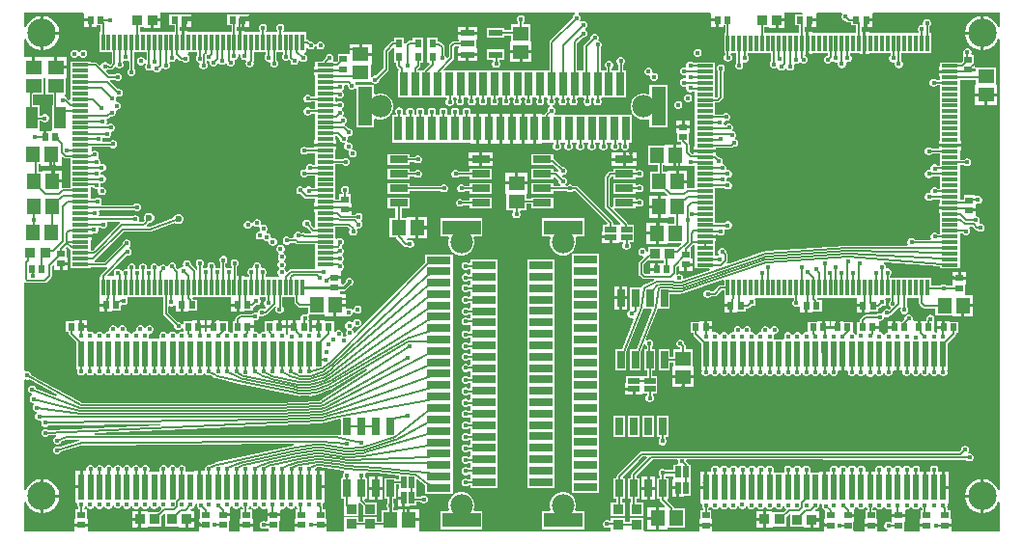
<source format=gtl>
G04*
G04 #@! TF.GenerationSoftware,Altium Limited,Altium Designer,21.8.1 (53)*
G04*
G04 Layer_Physical_Order=1*
G04 Layer_Color=255*
%FSLAX25Y25*%
%MOIN*%
G70*
G04*
G04 #@! TF.SameCoordinates,5DCC281E-C3AB-4BB6-AEF3-D9D34D3A5336*
G04*
G04*
G04 #@! TF.FilePolarity,Positive*
G04*
G01*
G75*
%ADD15C,0.00500*%
%ADD17C,0.01000*%
%ADD18R,0.05512X0.05118*%
%ADD19R,0.05118X0.05512*%
%ADD20R,0.04724X0.05512*%
%ADD21R,0.08200X0.02800*%
%ADD22R,0.13400X0.05100*%
%ADD23R,0.02800X0.08200*%
%ADD24R,0.05100X0.13400*%
%ADD25R,0.06496X0.02559*%
%ADD26R,0.04331X0.07480*%
%ADD27R,0.03937X0.01968*%
%ADD28R,0.05807X0.01181*%
%ADD29R,0.01181X0.05807*%
%ADD30R,0.01968X0.03937*%
%ADD31R,0.03740X0.03347*%
%ADD32R,0.02559X0.06004*%
%ADD33R,0.02362X0.02953*%
%ADD34R,0.04724X0.02362*%
%ADD35R,0.02000X0.09000*%
%ADD36R,0.03347X0.03740*%
%ADD37R,0.02362X0.02520*%
%ADD38R,0.02520X0.02362*%
%ADD62C,0.00800*%
%ADD63C,0.02000*%
%ADD64C,0.07800*%
%ADD65C,0.09843*%
%ADD66C,0.02362*%
%ADD67C,0.01575*%
G36*
X271076Y470701D02*
X271031Y470521D01*
X269826D01*
X269791Y470528D01*
X269757Y470521D01*
X268278D01*
Y466802D01*
X269752D01*
Y464440D01*
X254492D01*
Y464841D01*
X253402D01*
Y460937D01*
X252402D01*
Y464841D01*
X251800D01*
Y466402D01*
X253024D01*
Y468661D01*
X253524D01*
Y469161D01*
X255705D01*
Y470921D01*
X256113Y471142D01*
X270672D01*
X271076Y470701D01*
D02*
G37*
G36*
X251076D02*
X251031Y470521D01*
X249826D01*
X249791Y470528D01*
X249757Y470521D01*
X248278D01*
Y466802D01*
X250066D01*
Y464440D01*
X238020D01*
Y466191D01*
X239565D01*
X239736Y465791D01*
X241910D01*
Y468661D01*
X242409D01*
Y469161D01*
X245083D01*
Y471142D01*
X250672D01*
X251076Y470701D01*
D02*
G37*
G36*
X466809D02*
X466763Y470521D01*
X464010D01*
Y466802D01*
X465618D01*
Y464216D01*
X453571D01*
Y466191D01*
X455065D01*
X455236Y465791D01*
X457409D01*
Y468661D01*
X457909D01*
Y469161D01*
X460583D01*
Y471142D01*
X466404D01*
X466809Y470701D01*
D02*
G37*
G36*
X534772Y466303D02*
X534272Y466204D01*
X533956Y466966D01*
X533308Y467936D01*
X532483Y468761D01*
X531513Y469409D01*
X530436Y469855D01*
X529292Y470083D01*
X529209D01*
Y464161D01*
Y458240D01*
X529292D01*
X530436Y458468D01*
X531513Y458914D01*
X532483Y459562D01*
X533308Y460387D01*
X533956Y461357D01*
X534272Y462119D01*
X534772Y462020D01*
Y306303D01*
X534272Y306204D01*
X533956Y306966D01*
X533308Y307936D01*
X532483Y308761D01*
X531513Y309409D01*
X530436Y309855D01*
X529292Y310083D01*
X529209D01*
Y304161D01*
Y298240D01*
X529292D01*
X530436Y298468D01*
X531513Y298914D01*
X532483Y299562D01*
X533308Y300387D01*
X533956Y301357D01*
X534272Y302119D01*
X534772Y302020D01*
Y292079D01*
X518142D01*
Y293472D01*
X515882D01*
Y294472D01*
X518142D01*
Y296153D01*
X517742D01*
Y299218D01*
X516743D01*
Y300057D01*
X516677Y300389D01*
X516600Y300504D01*
X516651Y300628D01*
Y301183D01*
X516642Y301204D01*
X516920Y301620D01*
X517281D01*
Y306620D01*
X515281D01*
Y307120D01*
X514782D01*
Y312620D01*
X513824D01*
X513546Y313036D01*
X513550Y313046D01*
Y313600D01*
X513338Y314112D01*
X512946Y314504D01*
X512434Y314717D01*
X511879D01*
X511367Y314504D01*
X510975Y314112D01*
X510763Y313600D01*
Y313046D01*
X510767Y313036D01*
X510489Y312620D01*
X509482D01*
Y307120D01*
X508482D01*
Y312620D01*
X507525D01*
X507247Y313036D01*
X507251Y313046D01*
Y313600D01*
X507039Y314112D01*
X506647Y314504D01*
X506135Y314717D01*
X505580D01*
X505068Y314504D01*
X504676Y314112D01*
X504553Y313816D01*
X504012D01*
X503889Y314112D01*
X503497Y314504D01*
X502985Y314717D01*
X502430D01*
X501918Y314504D01*
X501526Y314112D01*
X501404Y313816D01*
X500862D01*
X500740Y314112D01*
X500348Y314504D01*
X499835Y314717D01*
X499281D01*
X498769Y314504D01*
X498377Y314112D01*
X498254Y313816D01*
X497713D01*
X497590Y314112D01*
X497198Y314504D01*
X496686Y314717D01*
X496131D01*
X495619Y314504D01*
X495227Y314112D01*
X495104Y313816D01*
X494563D01*
X494440Y314112D01*
X494048Y314504D01*
X493536Y314717D01*
X492982D01*
X492469Y314504D01*
X492077Y314112D01*
X491865Y313600D01*
Y313046D01*
X491869Y313036D01*
X491591Y312620D01*
X490585D01*
Y307120D01*
X489585D01*
Y312620D01*
X488627D01*
X488349Y313036D01*
X488353Y313046D01*
Y313600D01*
X488141Y314112D01*
X487749Y314504D01*
X487237Y314717D01*
X486682D01*
X486170Y314504D01*
X485778Y314112D01*
X485655Y313816D01*
X485114D01*
X484991Y314112D01*
X484599Y314504D01*
X484087Y314717D01*
X483533D01*
X483020Y314504D01*
X482628Y314112D01*
X482506Y313816D01*
X481964D01*
X481842Y314112D01*
X481450Y314504D01*
X480937Y314717D01*
X480383D01*
X479871Y314504D01*
X479479Y314112D01*
X479356Y313816D01*
X478815D01*
X478692Y314112D01*
X478300Y314504D01*
X477788Y314717D01*
X477234D01*
X476721Y314504D01*
X476329Y314112D01*
X476117Y313600D01*
Y313046D01*
X476121Y313036D01*
X475843Y312620D01*
X474837D01*
Y307120D01*
X473837D01*
Y312620D01*
X472337D01*
Y312220D01*
X469584D01*
X469321Y312720D01*
X469456Y313046D01*
Y313600D01*
X469243Y314112D01*
X468851Y314504D01*
X468339Y314717D01*
X467785D01*
X467272Y314504D01*
X466880Y314112D01*
X466758Y313816D01*
X466217D01*
X466094Y314112D01*
X465702Y314504D01*
X465190Y314717D01*
X464635D01*
X464123Y314504D01*
X463731Y314112D01*
X463608Y313816D01*
X463067D01*
X462944Y314112D01*
X462552Y314504D01*
X462040Y314717D01*
X461485D01*
X460973Y314504D01*
X460581Y314112D01*
X460369Y313600D01*
Y313046D01*
X460504Y312720D01*
X460265Y312266D01*
X460211Y312220D01*
X456985D01*
X456722Y312720D01*
X456857Y313046D01*
Y313600D01*
X456645Y314112D01*
X456253Y314504D01*
X455741Y314717D01*
X455186D01*
X454674Y314504D01*
X454282Y314112D01*
X454159Y313816D01*
X453618D01*
X453495Y314112D01*
X453103Y314504D01*
X452591Y314717D01*
X452037D01*
X451524Y314504D01*
X451132Y314112D01*
X451010Y313816D01*
X450468D01*
X450346Y314112D01*
X449954Y314504D01*
X449441Y314717D01*
X448887D01*
X448375Y314504D01*
X447983Y314112D01*
X447860Y313816D01*
X447319D01*
X447196Y314112D01*
X446804Y314504D01*
X446292Y314717D01*
X445738D01*
X445225Y314504D01*
X444833Y314112D01*
X444710Y313816D01*
X444169D01*
X444047Y314112D01*
X443655Y314504D01*
X443142Y314717D01*
X442588D01*
X442076Y314504D01*
X441684Y314112D01*
X441561Y313816D01*
X441020D01*
X440897Y314112D01*
X440505Y314504D01*
X439993Y314717D01*
X439438D01*
X438926Y314504D01*
X438534Y314112D01*
X438411Y313816D01*
X437870D01*
X437747Y314112D01*
X437355Y314504D01*
X436843Y314717D01*
X436289D01*
X435776Y314504D01*
X435384Y314112D01*
X435172Y313600D01*
Y313046D01*
X435176Y313036D01*
X434898Y312620D01*
X433892D01*
Y307120D01*
X433392D01*
Y306620D01*
X431392D01*
Y301620D01*
X431711D01*
X431989Y301204D01*
X431985Y301194D01*
Y300640D01*
X432197Y300127D01*
X432512Y299813D01*
Y299260D01*
X431525D01*
Y296196D01*
X431125D01*
Y294515D01*
X435644D01*
Y296196D01*
X435245D01*
Y299260D01*
X434245D01*
Y299813D01*
X434560Y300127D01*
X434675Y300404D01*
X435216D01*
X435335Y300116D01*
X435727Y299724D01*
X436240Y299512D01*
X436794D01*
X437306Y299724D01*
X437698Y300116D01*
X437821Y300412D01*
X438362D01*
X438485Y300116D01*
X438877Y299724D01*
X439389Y299512D01*
X439944D01*
X440456Y299724D01*
X440848Y300116D01*
X440971Y300412D01*
X441512D01*
X441635Y300116D01*
X442027Y299724D01*
X442539Y299512D01*
X443093D01*
X443606Y299724D01*
X443998Y300116D01*
X444166Y300522D01*
X444552Y300588D01*
X444687Y300572D01*
X444772Y300367D01*
X445164Y299975D01*
X445676Y299763D01*
X446231D01*
X446743Y299975D01*
X447135Y300367D01*
X447232Y300602D01*
X447484Y300616D01*
X447753Y300552D01*
X447934Y300116D01*
X448326Y299724D01*
X448838Y299512D01*
X449393D01*
X449905Y299724D01*
X450297Y300116D01*
X450423Y300420D01*
X450964D01*
X451083Y300132D01*
X451475Y299740D01*
X451988Y299528D01*
X452542D01*
X453054Y299740D01*
X453446Y300132D01*
X453569Y300428D01*
X454110D01*
X454233Y300132D01*
X454625Y299740D01*
X455137Y299528D01*
X455692D01*
X456204Y299740D01*
X456596Y300132D01*
X456715Y300420D01*
X457257D01*
X457383Y300116D01*
X457775Y299724D01*
X458287Y299512D01*
X458841D01*
X459354Y299724D01*
X459746Y300116D01*
X459897Y300481D01*
X460420Y300525D01*
X460532Y300253D01*
X460924Y299861D01*
X461006Y299450D01*
X460160Y298604D01*
X456521Y298604D01*
X456280Y299004D01*
X456210Y299004D01*
X456210Y299004D01*
X454106D01*
Y296134D01*
Y293264D01*
X456210D01*
X456210Y293264D01*
X456280D01*
X456521Y293664D01*
X456779Y293664D01*
X460998D01*
Y296990D01*
X461989Y297982D01*
X462451Y297791D01*
Y293565D01*
X466998D01*
X467169Y293165D01*
X469343D01*
Y296035D01*
X469842D01*
Y296535D01*
X472516D01*
Y298905D01*
X471251D01*
X471005Y299406D01*
X471162Y299610D01*
X471440D01*
X471952Y299822D01*
X472344Y300214D01*
X472556Y300727D01*
Y301091D01*
X472956Y301524D01*
X473235Y301524D01*
X473503Y301120D01*
X473418Y300915D01*
Y300360D01*
X473631Y299848D01*
X474023Y299456D01*
X474073Y299435D01*
X474483Y299218D01*
Y296153D01*
X474083D01*
Y294472D01*
X476342D01*
Y293472D01*
X474083D01*
Y292079D01*
X435644D01*
Y293515D01*
X431125D01*
Y292079D01*
X412458D01*
X411970Y292109D01*
X411970Y292579D01*
Y296655D01*
X407030D01*
Y295402D01*
X405470D01*
Y296655D01*
X400530D01*
Y295813D01*
X400030Y295641D01*
X399990Y295682D01*
X399477Y295894D01*
X398923D01*
X398411Y295682D01*
X398019Y295289D01*
X397806Y294777D01*
Y294223D01*
X398019Y293710D01*
X398411Y293319D01*
X398923Y293106D01*
X399477D01*
X399990Y293319D01*
X400030Y293359D01*
X400530Y293187D01*
X400530Y292109D01*
X400042Y292079D01*
X334790D01*
X334358Y292244D01*
Y295500D01*
X330799D01*
Y296000D01*
X330299D01*
Y299756D01*
X327240D01*
Y299356D01*
X325622D01*
Y300112D01*
X325681Y300172D01*
X325894Y300684D01*
Y301239D01*
X325681Y301751D01*
X325622Y301811D01*
Y303221D01*
X326379D01*
Y308145D01*
X327416D01*
Y306457D01*
X327016D01*
Y303988D01*
X329000D01*
Y303488D01*
X329500D01*
Y300520D01*
X330984D01*
Y300920D01*
X333340D01*
Y302133D01*
X334896D01*
X335210Y301818D01*
X335723Y301606D01*
X336277D01*
X336789Y301818D01*
X337181Y302210D01*
X337394Y302723D01*
Y303277D01*
X337181Y303789D01*
X336789Y304182D01*
X336277Y304394D01*
X335723D01*
X335210Y304182D01*
X334896Y303867D01*
X333340D01*
Y306057D01*
X333340D01*
X333340Y306432D01*
X333340D01*
Y309773D01*
X333790Y309991D01*
X336591Y307778D01*
Y305061D01*
X345991D01*
Y308962D01*
X345991D01*
Y312961D01*
Y316961D01*
X345991D01*
Y320761D01*
X345991D01*
Y324761D01*
X345991D01*
Y328661D01*
Y332661D01*
Y336561D01*
Y340461D01*
Y344461D01*
Y348361D01*
Y352261D01*
Y356261D01*
Y360161D01*
Y364161D01*
Y368061D01*
Y371961D01*
Y375961D01*
Y379861D01*
Y383761D01*
Y387761D01*
X336591D01*
Y384984D01*
X312399Y360451D01*
X311899Y360656D01*
Y360752D01*
X311686Y361265D01*
X311427Y361524D01*
X311296Y361665D01*
X311403Y362153D01*
X311505Y362254D01*
X311670Y362652D01*
X312055Y362802D01*
X312210Y362819D01*
X312723Y362606D01*
X313277D01*
X313790Y362819D01*
X314181Y363211D01*
X314394Y363723D01*
Y364277D01*
X314181Y364790D01*
X313790Y365181D01*
X313277Y365394D01*
X312723D01*
X312210Y365181D01*
X311819Y364790D01*
X311653Y364391D01*
X311268Y364242D01*
X311113Y364225D01*
X310600Y364437D01*
X310046D01*
X309534Y364225D01*
X309142Y363833D01*
X308929Y363321D01*
Y362766D01*
X309142Y362254D01*
X309401Y361995D01*
X309532Y361854D01*
X309425Y361366D01*
X309323Y361265D01*
X309111Y360752D01*
Y360198D01*
X309312Y359713D01*
X309264Y359615D01*
X309001Y359301D01*
X308777Y359394D01*
X308410D01*
X308091Y359766D01*
X308060Y359856D01*
X308081Y359907D01*
Y360462D01*
X307869Y360974D01*
X307477Y361366D01*
X306965Y361578D01*
X306410D01*
X305898Y361366D01*
X305537Y361005D01*
X305387Y361018D01*
X305037Y361149D01*
Y364521D01*
X301972D01*
Y364921D01*
X300291D01*
Y362661D01*
X299791D01*
Y362161D01*
X297610D01*
Y361186D01*
X297110Y360892D01*
X296839Y361004D01*
X296537D01*
Y364521D01*
X296525D01*
X296275Y365021D01*
X296418Y365369D01*
Y365923D01*
X296260Y366305D01*
X296435Y366686D01*
X296543Y366806D01*
X301882D01*
Y366406D01*
X304941D01*
Y370161D01*
X305441D01*
Y370661D01*
X309000D01*
Y373917D01*
X307241D01*
X307151Y374380D01*
X307151D01*
Y375040D01*
X308361D01*
X308361Y375040D01*
X308791Y375125D01*
X309155Y375368D01*
X310592Y376806D01*
X310677D01*
X311190Y377018D01*
X311581Y377411D01*
X311794Y377923D01*
Y378477D01*
X311581Y378990D01*
X311190Y379381D01*
X310677Y379594D01*
X310123D01*
X309611Y379381D01*
X309219Y378990D01*
X309006Y378477D01*
Y378392D01*
X308046Y377432D01*
X307551Y377644D01*
Y379126D01*
X305291D01*
Y380126D01*
X307551D01*
Y381807D01*
X307551Y381807D01*
X307551D01*
X307711Y382253D01*
X307881Y382323D01*
X308273Y382715D01*
X308485Y383227D01*
Y383782D01*
X308273Y384294D01*
X308064Y384503D01*
X307936Y384827D01*
X308064Y385152D01*
X308273Y385361D01*
X308485Y385873D01*
Y386427D01*
X308273Y386940D01*
X308047Y387165D01*
X307934Y387485D01*
X308047Y387804D01*
X308273Y388030D01*
X308485Y388542D01*
Y389096D01*
X308273Y389609D01*
X307881Y390001D01*
X307738Y390340D01*
X307881Y390855D01*
X308273Y391247D01*
X308485Y391759D01*
Y392314D01*
X308273Y392826D01*
X307881Y393218D01*
X307369Y393430D01*
X306814D01*
X306302Y393218D01*
X306070Y392987D01*
X305571Y393194D01*
Y397126D01*
X309888D01*
X310582Y396431D01*
X310467Y396316D01*
X310254Y395804D01*
Y395249D01*
X310467Y394737D01*
X310859Y394345D01*
X311371Y394133D01*
X311925D01*
X312438Y394345D01*
X312830Y394737D01*
X313042Y395249D01*
Y395804D01*
X312836Y396300D01*
X312864Y396361D01*
X313135Y396717D01*
X313223Y396681D01*
X313777D01*
X314289Y396893D01*
X314682Y397285D01*
X314894Y397798D01*
Y398352D01*
X314682Y398864D01*
X314510Y399036D01*
X314344Y399362D01*
X314510Y399689D01*
X314682Y399860D01*
X314894Y400372D01*
Y400927D01*
X314682Y401439D01*
X314289Y401831D01*
X313777Y402043D01*
X313223D01*
X312710Y401831D01*
X312318Y401439D01*
X312288Y401367D01*
X311051D01*
Y402697D01*
X308791D01*
Y403697D01*
X311051D01*
Y405378D01*
X310651D01*
Y408442D01*
X309833D01*
X309802Y408943D01*
X310095Y409236D01*
X310307Y409748D01*
Y410302D01*
X310095Y410815D01*
X309703Y411207D01*
X309191Y411419D01*
X308636D01*
X308124Y411207D01*
X307732Y410815D01*
X307520Y410302D01*
Y409748D01*
X307732Y409236D01*
X308025Y408943D01*
X307994Y408442D01*
X306931D01*
Y406733D01*
X305571D01*
Y410581D01*
Y414518D01*
Y418778D01*
X308015D01*
X308331Y418462D01*
X308843Y418250D01*
X309398D01*
X309910Y418462D01*
X310302Y418854D01*
X310514Y419366D01*
Y419920D01*
X310302Y420433D01*
X309910Y420825D01*
X309398Y421037D01*
X308843D01*
X308331Y420825D01*
X308017Y420511D01*
X305571D01*
Y423961D01*
X305971D01*
Y425051D01*
X298163D01*
Y424449D01*
X295896D01*
X295589Y424756D01*
X295076Y424968D01*
X294522D01*
X294010Y424756D01*
X293618Y424364D01*
X293406Y423852D01*
Y423298D01*
X293618Y422785D01*
X294010Y422393D01*
X294522Y422181D01*
X295076D01*
X295589Y422393D01*
X295911Y422716D01*
X298563D01*
Y418528D01*
X297880D01*
X297589Y418819D01*
X297076Y419031D01*
X296522D01*
X296010Y418819D01*
X295618Y418427D01*
X295406Y417915D01*
Y417499D01*
X295179Y417221D01*
X294974Y417095D01*
X294522D01*
X294010Y416882D01*
X293618Y416490D01*
X293406Y415978D01*
Y415424D01*
X293618Y414911D01*
X294010Y414519D01*
X294522Y414307D01*
X295076D01*
X295589Y414519D01*
X295911Y414842D01*
X298563D01*
Y410642D01*
X297446D01*
X297159Y410930D01*
X296646Y411142D01*
X296092D01*
X295580Y410930D01*
X295187Y410538D01*
X295187Y410538D01*
X294646D01*
X294597Y410656D01*
X294205Y411048D01*
X293693Y411261D01*
X293139D01*
X292626Y411048D01*
X292234Y410656D01*
X292022Y410144D01*
Y409589D01*
X292234Y409077D01*
X292626Y408685D01*
X293139Y408473D01*
X293584D01*
X294835Y407222D01*
X295116Y407034D01*
X295448Y406968D01*
X298563D01*
Y405488D01*
X298163D01*
Y404398D01*
X302067D01*
Y403398D01*
X298163D01*
Y402307D01*
X298563D01*
Y397186D01*
X298063Y397022D01*
X297060Y398025D01*
X297069Y398045D01*
Y398600D01*
X296857Y399112D01*
X296465Y399504D01*
X295952Y399716D01*
X295398D01*
X294886Y399504D01*
X294494Y399112D01*
X294281Y398600D01*
Y398045D01*
X294494Y397533D01*
X294886Y397141D01*
X295398Y396929D01*
X295705D01*
X297193Y395441D01*
X297190Y395375D01*
X297033Y394941D01*
X295147D01*
X295044Y395044D01*
X295044Y395044D01*
X294763Y395232D01*
X294431Y395298D01*
X294099Y395232D01*
X293818Y395044D01*
X293748D01*
X293484Y395307D01*
X292972Y395519D01*
X292418D01*
X291905Y395307D01*
X291513Y394915D01*
X291301Y394403D01*
Y393848D01*
X291307Y393835D01*
X290973Y393335D01*
X289852D01*
X289537Y393650D01*
X289025Y393862D01*
X288470D01*
X287958Y393650D01*
X287566Y393258D01*
X287354Y392745D01*
Y392191D01*
X287566Y391679D01*
X287958Y391287D01*
X288470Y391074D01*
X289025D01*
X289537Y391287D01*
X289852Y391602D01*
X291782D01*
X291910Y391474D01*
X292191Y391286D01*
X292523Y391220D01*
X298563D01*
Y386959D01*
Y383022D01*
X298341Y382614D01*
X290248D01*
X289916Y382548D01*
X289635Y382361D01*
X288894Y381619D01*
X288394Y381777D01*
X288181Y382290D01*
X288020Y382451D01*
X287857Y382805D01*
X288020Y383104D01*
X288206Y383290D01*
X288418Y383803D01*
Y384357D01*
X288206Y384869D01*
X287948Y385127D01*
X287883Y385479D01*
X287965Y385740D01*
X288247Y386021D01*
X288459Y386534D01*
Y387088D01*
X288247Y387600D01*
X287855Y387993D01*
X287726Y388046D01*
X287632Y388626D01*
X287819Y388814D01*
X288031Y389326D01*
Y389880D01*
X287819Y390393D01*
X287427Y390785D01*
X286915Y390997D01*
X286360D01*
X285848Y390785D01*
X285456Y390393D01*
X285244Y389880D01*
Y389326D01*
X285456Y388814D01*
X285848Y388422D01*
X285976Y388368D01*
X286071Y387788D01*
X285884Y387600D01*
X285672Y387088D01*
Y386534D01*
X285884Y386021D01*
X286142Y385764D01*
X286207Y385412D01*
X286125Y385151D01*
X285843Y384869D01*
X285631Y384357D01*
Y383803D01*
X285843Y383290D01*
X286005Y383129D01*
X286168Y382775D01*
X286005Y382476D01*
X285819Y382290D01*
X285606Y381777D01*
Y381223D01*
X285819Y380711D01*
X286140Y380389D01*
X286072Y380054D01*
X285986Y379889D01*
X281327D01*
Y380557D01*
X281618Y380848D01*
X281831Y381361D01*
Y381915D01*
X281618Y382427D01*
X281226Y382819D01*
X280714Y383032D01*
X280299D01*
X280020Y383258D01*
X279894Y383463D01*
Y383915D01*
X279681Y384427D01*
X279290Y384819D01*
X278777Y385032D01*
X278223D01*
X277711Y384819D01*
X277319Y384427D01*
X277106Y383915D01*
Y383436D01*
X276925Y383213D01*
X276701Y383032D01*
X276223D01*
X275711Y382819D01*
X275319Y382427D01*
X275106Y381915D01*
Y381361D01*
X275319Y380848D01*
X275657Y380510D01*
Y379889D01*
X274177D01*
Y380289D01*
X273087D01*
Y376386D01*
X272087D01*
Y380289D01*
X271571D01*
Y383476D01*
X271581Y383480D01*
X271973Y383872D01*
X272185Y384384D01*
Y384939D01*
X271973Y385451D01*
X271581Y385843D01*
X271069Y386055D01*
X270514D01*
X270002Y385843D01*
X269610Y385451D01*
X269398Y384939D01*
Y384384D01*
X269610Y383872D01*
X269830Y383652D01*
X269793Y383162D01*
X269338Y382908D01*
X269041Y383032D01*
X268487D01*
X268103Y382873D01*
X267603Y383101D01*
Y384540D01*
X267668Y384567D01*
X268060Y384959D01*
X268272Y385471D01*
Y386026D01*
X268060Y386538D01*
X267668Y386930D01*
X267156Y387142D01*
X266601D01*
X266089Y386930D01*
X265697Y386538D01*
X265485Y386026D01*
Y385471D01*
X265697Y384959D01*
X265870Y384786D01*
Y383082D01*
X265370Y382864D01*
X264966Y383032D01*
X264551D01*
X264272Y383258D01*
X264146Y383463D01*
Y383915D01*
X263933Y384427D01*
X263541Y384819D01*
X263029Y385032D01*
X262475D01*
X261963Y384819D01*
X261570Y384427D01*
X261358Y383915D01*
Y383436D01*
X261177Y383213D01*
X260953Y383032D01*
X260475D01*
X260205Y382920D01*
X259777Y383168D01*
X259734Y383633D01*
X259973Y383872D01*
X260185Y384384D01*
Y384939D01*
X259973Y385451D01*
X259581Y385843D01*
X259069Y386055D01*
X258514D01*
X258002Y385843D01*
X257610Y385451D01*
X257398Y384939D01*
Y384384D01*
X257610Y383872D01*
X257933Y383549D01*
Y382575D01*
X257433Y382423D01*
X257428Y382431D01*
X255732Y384127D01*
Y384572D01*
X255520Y385084D01*
X255128Y385476D01*
X254615Y385688D01*
X254061D01*
X253549Y385476D01*
X253157Y385084D01*
X252944Y384572D01*
Y384017D01*
X252996Y383894D01*
X252723Y383394D01*
X252210Y383182D01*
X251818Y382789D01*
X251813Y382776D01*
X251223Y382659D01*
X250587Y383295D01*
Y383740D01*
X250375Y384252D01*
X249983Y384644D01*
X249471Y384856D01*
X248916D01*
X248404Y384644D01*
X248012Y384252D01*
X247806Y383754D01*
X247528Y383649D01*
X247499Y383640D01*
X247300Y383620D01*
X246943Y383977D01*
X246430Y384189D01*
X245876D01*
X245364Y383977D01*
X244972Y383585D01*
X244935Y383496D01*
X244413Y383543D01*
X244261Y383911D01*
X243869Y384303D01*
X243356Y384515D01*
X242802D01*
X242290Y384303D01*
X241898Y383911D01*
X241686Y383399D01*
Y382957D01*
X241494Y382708D01*
X241268Y382546D01*
X240955D01*
X240692Y382735D01*
X240538Y382972D01*
Y383401D01*
X240326Y383913D01*
X239934Y384305D01*
X239422Y384518D01*
X238867D01*
X238355Y384305D01*
X237963Y383913D01*
X237751Y383401D01*
Y382959D01*
X237559Y382710D01*
X237333Y382548D01*
X237019D01*
X236758Y382734D01*
X236601Y382974D01*
Y383401D01*
X236389Y383913D01*
X235997Y384305D01*
X235485Y384518D01*
X234930D01*
X234418Y384305D01*
X234026Y383913D01*
X233814Y383401D01*
Y382959D01*
X233622Y382710D01*
X233396Y382548D01*
X232944D01*
X232431Y382336D01*
X232166Y382071D01*
X231669Y382106D01*
X231597Y382138D01*
X231205Y382530D01*
X230693Y382742D01*
X230138D01*
X229626Y382530D01*
X229234Y382138D01*
X229022Y381626D01*
Y381071D01*
X229188Y380671D01*
X228858Y380298D01*
X228846Y380289D01*
X227168D01*
X226977Y380751D01*
X233433Y387207D01*
X233522Y387170D01*
X234077D01*
X234589Y387382D01*
X234981Y387774D01*
X235193Y388286D01*
Y388841D01*
X234981Y389353D01*
X234589Y389745D01*
X234400Y389823D01*
X234352Y390039D01*
X234354Y390383D01*
X234682Y390710D01*
X234894Y391223D01*
Y391777D01*
X234682Y392289D01*
X234290Y392682D01*
X233777Y392894D01*
X233223D01*
X232711Y392682D01*
X232318Y392289D01*
X232106Y391777D01*
Y391332D01*
X225854Y385079D01*
X222602D01*
X222447Y385532D01*
X222445Y385579D01*
X232351Y395485D01*
X241218D01*
X241218Y395485D01*
Y395476D01*
X241695Y395570D01*
X241706Y395539D01*
X241718Y395544D01*
X242179Y395740D01*
X250238Y398543D01*
X250391Y398390D01*
X251046Y398119D01*
X251754D01*
X252409Y398390D01*
X252910Y398891D01*
X253181Y399546D01*
Y400254D01*
X252910Y400909D01*
X252409Y401410D01*
X251754Y401681D01*
X251046D01*
X250391Y401410D01*
X249890Y400909D01*
X249619Y400254D01*
Y400163D01*
X241671Y397398D01*
X241217Y397285D01*
X241074Y397225D01*
X241074D01*
X240600Y397230D01*
X240590Y397241D01*
X240485Y397390D01*
X240393Y397719D01*
X241057Y398519D01*
X241654D01*
X242309Y398790D01*
X242810Y399291D01*
X243081Y399946D01*
Y400654D01*
X242810Y401309D01*
X242309Y401810D01*
X241654Y402081D01*
X240946D01*
X240291Y401810D01*
X239790Y401309D01*
X239519Y400654D01*
Y399946D01*
X239675Y399568D01*
X239093Y398867D01*
X238109D01*
X237781Y399367D01*
X237869Y399581D01*
Y400135D01*
X237657Y400648D01*
X237265Y401040D01*
X236753Y401252D01*
X236198D01*
X235686Y401040D01*
X235423Y400776D01*
X224074D01*
X223837Y401276D01*
X223990Y401645D01*
Y402199D01*
X223851Y402533D01*
X224109Y403033D01*
X236066D01*
X236290Y402808D01*
X236803Y402596D01*
X237357D01*
X237869Y402808D01*
X238261Y403200D01*
X238474Y403713D01*
Y404267D01*
X238261Y404779D01*
X237869Y405171D01*
X237357Y405383D01*
X236803D01*
X236290Y405171D01*
X235898Y404779D01*
X235893Y404766D01*
X224944D01*
X224799Y405011D01*
X224705Y405266D01*
X224894Y405723D01*
Y406277D01*
X224681Y406789D01*
X224289Y407182D01*
X223777Y407394D01*
X223223D01*
X222710Y407182D01*
X222329Y406800D01*
X221019D01*
Y410905D01*
X221900D01*
X222222Y410583D01*
X222734Y410371D01*
X223289D01*
X223316Y410382D01*
X223698Y409999D01*
X223606Y409777D01*
Y409223D01*
X223818Y408710D01*
X224211Y408319D01*
X224723Y408106D01*
X225277D01*
X225789Y408319D01*
X226182Y408710D01*
X226394Y409223D01*
Y409777D01*
X226182Y410289D01*
X225789Y410681D01*
X225277Y410894D01*
X224723D01*
X224696Y410883D01*
X224313Y411265D01*
X224405Y411487D01*
Y411911D01*
X224532Y412136D01*
X224818Y412350D01*
X225206D01*
X225719Y412563D01*
X226111Y412955D01*
X226323Y413467D01*
Y414021D01*
X226111Y414534D01*
X225719Y414925D01*
X225206Y415138D01*
X224838D01*
X224549Y415327D01*
X224412Y415580D01*
Y415845D01*
X224530Y416062D01*
X224823Y416287D01*
X225206D01*
X225719Y416500D01*
X226111Y416891D01*
X226323Y417404D01*
Y417958D01*
X226111Y418470D01*
X225719Y418862D01*
X225206Y419075D01*
X224838D01*
X224549Y419264D01*
X224412Y419517D01*
Y419908D01*
X224200Y420421D01*
X223808Y420813D01*
X223739Y420841D01*
X223659Y421241D01*
X223688Y421404D01*
X223883Y421874D01*
Y422428D01*
X223671Y422940D01*
X223279Y423332D01*
X222766Y423545D01*
X222212D01*
X221919Y423423D01*
X221419Y423705D01*
Y424798D01*
X227860D01*
X228062Y424596D01*
X228574Y424384D01*
X229128D01*
X229641Y424596D01*
X230033Y424988D01*
X230245Y425501D01*
Y426055D01*
X230033Y426567D01*
X229641Y426959D01*
X229128Y427172D01*
X228574D01*
X228062Y426959D01*
X227670Y426567D01*
X227655Y426531D01*
X225409D01*
X225152Y427031D01*
X225291Y427366D01*
Y427921D01*
X225753Y428052D01*
X225907Y428075D01*
X226002Y427980D01*
X226514Y427768D01*
X227069D01*
X227581Y427980D01*
X227973Y428372D01*
X228185Y428884D01*
Y429439D01*
X228116Y429606D01*
X228274Y430097D01*
X228389Y430153D01*
X228789Y430318D01*
X229182Y430711D01*
X229394Y431223D01*
Y431777D01*
X229182Y432290D01*
X228789Y432682D01*
X228277Y432894D01*
X227723D01*
X227210Y432682D01*
X227159Y432630D01*
X226945Y432625D01*
X226587Y433026D01*
X226705Y433311D01*
Y433865D01*
X226616Y434080D01*
X226640Y434205D01*
X226905Y434618D01*
X227044Y434646D01*
X227325Y434834D01*
X227915Y435424D01*
X228040Y435372D01*
X228594D01*
X229106Y435584D01*
X229498Y435976D01*
X229711Y436488D01*
Y437043D01*
X229676Y437125D01*
X230018Y437606D01*
X230277D01*
X230789Y437818D01*
X231182Y438210D01*
X231394Y438723D01*
Y439277D01*
X231182Y439789D01*
X230789Y440181D01*
X230277Y440394D01*
X230050D01*
X229992Y440444D01*
X229757Y440894D01*
X229894Y441223D01*
Y441777D01*
X229848Y441889D01*
X230231Y442269D01*
X230554Y442135D01*
X231108D01*
X231621Y442348D01*
X232013Y442740D01*
X232225Y443252D01*
Y443806D01*
X232013Y444319D01*
X231621Y444711D01*
X231108Y444923D01*
X230554D01*
X230465Y444886D01*
X227755Y447596D01*
X227962Y448096D01*
X229396D01*
X229711Y447781D01*
X230223Y447569D01*
X230777D01*
X231290Y447781D01*
X231681Y448173D01*
X231894Y448685D01*
Y449240D01*
X231681Y449752D01*
X231290Y450144D01*
X230777Y450356D01*
X230223D01*
X229711Y450144D01*
X229396Y449829D01*
X227396D01*
X226369Y450857D01*
X226549Y451384D01*
X226904Y451531D01*
X227021Y451647D01*
X227075Y451611D01*
X227407Y451545D01*
X228151D01*
X228482Y451611D01*
X228764Y451799D01*
X229526Y452562D01*
X229837Y452500D01*
X230229Y452108D01*
X230742Y451896D01*
X231296D01*
X231808Y452108D01*
X232201Y452500D01*
X232413Y453012D01*
Y453567D01*
X232201Y454079D01*
X232256Y454213D01*
X232869Y454469D01*
X232900Y454456D01*
X233454D01*
X233818Y454607D01*
X234318Y454367D01*
Y451789D01*
X234003Y451475D01*
X233791Y450962D01*
Y450408D01*
X234003Y449896D01*
X234396Y449504D01*
X234908Y449291D01*
X235462D01*
X235975Y449504D01*
X236367Y449896D01*
X236579Y450408D01*
Y450962D01*
X236367Y451475D01*
X236052Y451789D01*
Y457434D01*
X240318D01*
Y454942D01*
X239818Y454843D01*
X239659Y455227D01*
X239266Y455619D01*
X238754Y455831D01*
X238200D01*
X237688Y455619D01*
X237296Y455227D01*
X237083Y454714D01*
Y454160D01*
X237296Y453648D01*
X237688Y453256D01*
X238200Y453044D01*
X238754D01*
X239266Y453256D01*
X239659Y453648D01*
X239706Y453762D01*
X240219Y453694D01*
X240252Y453448D01*
X240096Y453293D01*
X239884Y452780D01*
Y452226D01*
X240096Y451714D01*
X240488Y451322D01*
X241001Y451109D01*
X241555D01*
X242067Y451322D01*
X242122Y451376D01*
X242712Y451259D01*
X242766Y451128D01*
X243158Y450736D01*
X243670Y450524D01*
X244225D01*
X244737Y450736D01*
X245129Y451128D01*
X245341Y451641D01*
Y452086D01*
X245817Y452210D01*
X245976Y452053D01*
X246211Y451819D01*
X246723Y451606D01*
X247277D01*
X247790Y451819D01*
X248182Y452211D01*
X248394Y452723D01*
Y453277D01*
X248182Y453790D01*
X248094Y453877D01*
X248377Y454301D01*
X248754Y454145D01*
X249308D01*
X249821Y454357D01*
X250213Y454749D01*
X250425Y455261D01*
Y455342D01*
X250925Y455549D01*
X251787Y454687D01*
X252068Y454499D01*
X252400Y454433D01*
X252796D01*
X253111Y454118D01*
X253623Y453906D01*
X254177D01*
X254690Y454118D01*
X255082Y454510D01*
X255294Y455023D01*
Y455577D01*
X255082Y456089D01*
X254690Y456482D01*
X254684Y456484D01*
X254539Y457010D01*
X254677Y457281D01*
X254790Y457434D01*
X257923D01*
Y456502D01*
X257591Y456170D01*
X257379Y455658D01*
Y455103D01*
X257591Y454591D01*
X257983Y454199D01*
X258401Y454026D01*
X258498Y453980D01*
X258678Y453487D01*
X258606Y453315D01*
Y452760D01*
X258819Y452248D01*
X259210Y451856D01*
X259723Y451644D01*
X260277D01*
X260789Y451856D01*
X261181Y452248D01*
X261394Y452760D01*
Y453315D01*
X261181Y453827D01*
X261072Y453936D01*
Y454376D01*
X261213Y454527D01*
X261656Y454675D01*
X261678Y454666D01*
X261726D01*
X262106Y454277D01*
Y453723D01*
X262318Y453210D01*
X262710Y452818D01*
X263223Y452606D01*
X263777D01*
X264289Y452818D01*
X264682Y453210D01*
X264833Y453576D01*
X265095Y453649D01*
X265308Y453669D01*
X265368Y453661D01*
X265710Y453319D01*
X266223Y453106D01*
X266777D01*
X267289Y453319D01*
X267565Y453594D01*
X268035Y453536D01*
X268119Y453495D01*
X268239Y453205D01*
X268632Y452813D01*
X269144Y452601D01*
X269698D01*
X270211Y452813D01*
X270602Y453205D01*
X270815Y453717D01*
Y454272D01*
X270727Y454484D01*
X270897Y454961D01*
X271003Y455025D01*
X271417Y455196D01*
X271809Y455588D01*
X272022Y456101D01*
Y456655D01*
X272132Y456820D01*
X272514D01*
X272873Y456391D01*
Y455926D01*
X273085Y455414D01*
X273477Y455022D01*
X273989Y454810D01*
X274367D01*
X274393Y454790D01*
X274660Y454402D01*
X274675Y454348D01*
X274537Y454014D01*
Y453459D01*
X274749Y452947D01*
X275141Y452555D01*
X275654Y452343D01*
X276208D01*
X276720Y452555D01*
X277112Y452947D01*
X277324Y453459D01*
Y454014D01*
X277256Y454178D01*
X277324Y454279D01*
X277390Y454611D01*
Y457434D01*
X281578D01*
Y456750D01*
X281287Y456459D01*
X281075Y455946D01*
Y455392D01*
X281287Y454880D01*
X281679Y454488D01*
X282191Y454276D01*
X282607D01*
X282886Y454049D01*
X283012Y453845D01*
Y453392D01*
X283224Y452880D01*
X283616Y452488D01*
X284128Y452276D01*
X284683D01*
X285195Y452488D01*
X285587Y452880D01*
X285799Y453392D01*
Y453946D01*
X285587Y454459D01*
X285264Y454781D01*
Y457434D01*
X287338D01*
X287462Y456933D01*
X287318Y456789D01*
X287106Y456277D01*
Y455723D01*
X287318Y455210D01*
X287710Y454818D01*
X288223Y454606D01*
X288777D01*
X289289Y454818D01*
X289960Y454782D01*
X290023Y454719D01*
Y454274D01*
X290235Y453761D01*
X290627Y453369D01*
X291139Y453157D01*
X291694D01*
X292206Y453369D01*
X292598Y453761D01*
X292810Y454274D01*
Y454631D01*
X293310Y454730D01*
X293319Y454710D01*
X293710Y454319D01*
X294223Y454106D01*
X294777D01*
X295289Y454319D01*
X295682Y454710D01*
X295894Y455223D01*
Y455777D01*
X295682Y456289D01*
X295289Y456681D01*
X294777Y456894D01*
X294763D01*
X294737Y456933D01*
X295004Y457434D01*
X295431D01*
Y458998D01*
X295931Y459097D01*
X295941Y459072D01*
X296333Y458680D01*
X296845Y458468D01*
X297400D01*
X297912Y458680D01*
X298304Y459072D01*
X298516Y459584D01*
X299014Y459580D01*
Y459552D01*
X299226Y459040D01*
X299619Y458648D01*
X300131Y458436D01*
X300685D01*
X301198Y458648D01*
X301589Y459040D01*
X301802Y459552D01*
Y460107D01*
X301589Y460619D01*
X301198Y461011D01*
X300685Y461223D01*
X300131D01*
X299619Y461011D01*
X299226Y460619D01*
X299014Y460107D01*
X298516Y460112D01*
Y460139D01*
X298304Y460651D01*
X297912Y461043D01*
X297400Y461255D01*
X296845D01*
X296836Y461251D01*
X296474Y461613D01*
X296193Y461801D01*
X295862Y461867D01*
X295431D01*
Y464440D01*
X287570D01*
X287411Y464941D01*
X287682Y465210D01*
X287894Y465723D01*
Y466277D01*
X287682Y466789D01*
X287290Y467181D01*
X286777Y467394D01*
X286223D01*
X285711Y467181D01*
X285318Y466789D01*
X285106Y466277D01*
Y465723D01*
X285318Y465210D01*
X285566Y464963D01*
Y464440D01*
X281503D01*
X281412Y464941D01*
X281681Y465210D01*
X281894Y465723D01*
Y466277D01*
X281681Y466789D01*
X281290Y467181D01*
X280777Y467394D01*
X280223D01*
X279711Y467181D01*
X279318Y466789D01*
X279106Y466277D01*
Y465723D01*
X279318Y465210D01*
X279589Y464941D01*
X279553Y464440D01*
X274177D01*
Y464841D01*
X273087D01*
Y460937D01*
X272087D01*
Y464841D01*
X271485D01*
Y466402D01*
X273024D01*
Y468661D01*
X273524D01*
Y469161D01*
X275705D01*
Y470921D01*
X276113Y471142D01*
X388053D01*
X388153Y470642D01*
X387944Y470556D01*
X387552Y470163D01*
X387340Y469651D01*
Y469206D01*
X379587Y461453D01*
X379399Y461172D01*
X379333Y460840D01*
Y451200D01*
X343079D01*
X342888Y451662D01*
X346127Y454902D01*
X346315Y455183D01*
X346381Y455514D01*
Y459155D01*
X346859Y459633D01*
X348116D01*
Y458941D01*
X347716D01*
Y457260D01*
X354441D01*
Y458941D01*
X354041D01*
Y462059D01*
X354441D01*
Y463740D01*
X347716D01*
Y462059D01*
X348116D01*
Y461367D01*
X346500D01*
X346168Y461301D01*
X345887Y461113D01*
X344901Y460127D01*
X344714Y459846D01*
X344648Y459514D01*
Y455873D01*
X344308Y455534D01*
X343809Y455741D01*
Y455757D01*
X343596Y456269D01*
X343281Y456584D01*
Y459239D01*
X343215Y459571D01*
X343028Y459852D01*
X341854Y461026D01*
X341573Y461214D01*
X341241Y461279D01*
X340781D01*
Y462604D01*
X337219D01*
Y458451D01*
X337219D01*
Y458076D01*
X337219D01*
Y453924D01*
X337967D01*
X338065Y453424D01*
X336311Y451670D01*
X336123Y451389D01*
X336086Y451200D01*
X334009D01*
X333926Y451700D01*
X334613Y452387D01*
X334801Y452668D01*
X334867Y453000D01*
Y453924D01*
X335781D01*
Y458076D01*
X335781D01*
Y458451D01*
X335781D01*
Y462604D01*
X332219D01*
Y461618D01*
X331251D01*
X330919Y461552D01*
X330638Y461364D01*
X329887Y460613D01*
X329781Y460454D01*
X329281Y460597D01*
Y462604D01*
X325719D01*
Y461367D01*
X325500D01*
X325168Y461301D01*
X324887Y461113D01*
X322387Y458613D01*
X322199Y458332D01*
X322133Y458000D01*
Y452014D01*
X319576Y449457D01*
X319542Y449471D01*
X318987D01*
X318475Y449259D01*
X318147Y448932D01*
X317843Y448987D01*
X317647Y449085D01*
Y453252D01*
X318047D01*
Y456311D01*
X314291D01*
Y456811D01*
X313791D01*
Y460370D01*
X310535D01*
Y457187D01*
X310151Y456907D01*
X306432D01*
Y454570D01*
X306070Y454210D01*
X305571Y454301D01*
Y454301D01*
X304879D01*
X304672Y454801D01*
X304681Y454810D01*
X304894Y455323D01*
Y455877D01*
X304681Y456390D01*
X304290Y456781D01*
X303777Y456994D01*
X303223D01*
X302711Y456781D01*
X302319Y456390D01*
X302106Y455877D01*
Y455432D01*
X301454Y454780D01*
X301266Y454499D01*
X301227Y454301D01*
X298563D01*
Y452732D01*
X298163D01*
Y451642D01*
X302067D01*
Y450642D01*
X298163D01*
Y449551D01*
X298563D01*
Y446014D01*
Y442266D01*
X297191D01*
X297182Y442289D01*
X296790Y442682D01*
X296277Y442894D01*
X295723D01*
X295211Y442682D01*
X294818Y442289D01*
X294606Y441777D01*
Y441223D01*
X294818Y440710D01*
X295211Y440318D01*
X295723Y440106D01*
X296277D01*
X296790Y440318D01*
X297004Y440533D01*
X298563D01*
Y438085D01*
X296961D01*
X296790Y438257D01*
X296277Y438469D01*
X295723D01*
X295211Y438257D01*
X294818Y437864D01*
X294606Y437352D01*
Y436798D01*
X294818Y436286D01*
X295211Y435894D01*
X295723Y435681D01*
X296277D01*
X296790Y435894D01*
X297182Y436286D01*
X297209Y436352D01*
X298563D01*
Y432235D01*
Y427142D01*
X298163D01*
Y426051D01*
X305971D01*
Y427142D01*
X305571D01*
Y428627D01*
X306251D01*
X306974Y427905D01*
Y427460D01*
X307186Y426947D01*
X307578Y426555D01*
X308090Y426343D01*
X308645D01*
X308680Y426358D01*
X308963Y425934D01*
X308819Y425789D01*
X308606Y425277D01*
Y424723D01*
X308819Y424211D01*
X309210Y423818D01*
X309723Y423606D01*
X309950D01*
X310008Y423556D01*
X310243Y423106D01*
X310106Y422777D01*
Y422223D01*
X310318Y421710D01*
X310711Y421318D01*
X311223Y421106D01*
X311777D01*
X312290Y421318D01*
X312682Y421710D01*
X312894Y422223D01*
Y422777D01*
X312682Y423289D01*
X312290Y423681D01*
X311777Y423894D01*
X311550D01*
X311492Y423944D01*
X311257Y424394D01*
X311394Y424723D01*
Y425277D01*
X311181Y425789D01*
X310789Y426182D01*
X310277Y426394D01*
X309723D01*
X309688Y426379D01*
X309405Y426803D01*
X309549Y426947D01*
X309761Y427460D01*
Y427991D01*
X309770Y428025D01*
X310120Y428453D01*
X310440D01*
X310953Y428666D01*
X311345Y429058D01*
X311557Y429570D01*
Y430124D01*
X311345Y430637D01*
X310953Y431029D01*
X310440Y431241D01*
X309995D01*
X309145Y432091D01*
X308864Y432279D01*
X308816Y432288D01*
X308765Y432808D01*
X308789Y432819D01*
X309181Y433211D01*
X309394Y433723D01*
Y434277D01*
X309181Y434790D01*
X308789Y435182D01*
X308486Y435307D01*
X308269Y435594D01*
X308257Y435894D01*
X308394Y436223D01*
Y436777D01*
X308182Y437289D01*
X307852Y437619D01*
X307848Y438022D01*
X307873Y438169D01*
X308265Y438561D01*
X308477Y439073D01*
Y439628D01*
X308265Y440140D01*
X307873Y440532D01*
X307360Y440744D01*
X306806D01*
X306294Y440532D01*
X306070Y440309D01*
X305571Y440452D01*
Y441767D01*
X306070Y441974D01*
X306311Y441733D01*
X306824Y441521D01*
X307378D01*
X307890Y441733D01*
X308282Y442125D01*
X308495Y442638D01*
Y443192D01*
X308282Y443704D01*
X308130Y443857D01*
X307965Y444225D01*
X308130Y444510D01*
X308319Y444700D01*
X308532Y445212D01*
Y445767D01*
X308497Y445850D01*
X308831Y446349D01*
X309706D01*
X309842Y446213D01*
Y445768D01*
X310055Y445256D01*
X310447Y444864D01*
X310959Y444651D01*
X311513D01*
X312026Y444864D01*
X312150Y444988D01*
X312650Y444781D01*
Y431500D01*
X318950D01*
Y434265D01*
X319450Y434557D01*
X320408Y434300D01*
X321592D01*
X322737Y434607D01*
X323763Y435199D01*
X324601Y436037D01*
X325193Y437063D01*
X325500Y438208D01*
Y439392D01*
X325193Y440537D01*
X324601Y441563D01*
X323763Y442401D01*
X322737Y442993D01*
X321592Y443300D01*
X320408D01*
X319450Y443043D01*
X318950Y443335D01*
Y446100D01*
X313061D01*
X312630Y446322D01*
X312535Y446552D01*
X312418Y446835D01*
X312400Y446853D01*
X312607Y447353D01*
X317610Y447353D01*
X317731Y447336D01*
X318109Y447262D01*
X318475Y446896D01*
X318987Y446684D01*
X319542D01*
X320054Y446896D01*
X320446Y447288D01*
X320658Y447800D01*
Y448088D01*
X323613Y451042D01*
X323801Y451324D01*
X323867Y451655D01*
Y457641D01*
X325257Y459031D01*
X325719Y458840D01*
X325719Y458076D01*
X325719Y457951D01*
Y453924D01*
X326633D01*
Y453000D01*
X326699Y452668D01*
X326887Y452387D01*
X327574Y451700D01*
X327491Y451200D01*
X327000D01*
Y441800D01*
X343775D01*
X343982Y441300D01*
X343840Y441157D01*
X343628Y440645D01*
Y440091D01*
X343840Y439579D01*
X344232Y439186D01*
X344744Y438974D01*
X345299D01*
X345811Y439186D01*
X346203Y439579D01*
X346415Y440091D01*
Y440645D01*
X346203Y441157D01*
X346060Y441300D01*
X346268Y441800D01*
X347122D01*
X347329Y441300D01*
X347319Y441290D01*
X347106Y440777D01*
Y440223D01*
X347319Y439711D01*
X347710Y439319D01*
X348223Y439106D01*
X348777D01*
X349289Y439319D01*
X349681Y439711D01*
X349894Y440223D01*
Y440777D01*
X349681Y441290D01*
X349671Y441300D01*
X349878Y441800D01*
X351185D01*
X351407Y441314D01*
X351195Y440802D01*
Y440248D01*
X351407Y439736D01*
X351799Y439343D01*
X352311Y439131D01*
X352866D01*
X353378Y439343D01*
X353770Y439736D01*
X353982Y440248D01*
Y440802D01*
X353770Y441314D01*
X353991Y441800D01*
X355085D01*
X355307Y441314D01*
X355095Y440802D01*
Y440248D01*
X355307Y439736D01*
X355699Y439343D01*
X356211Y439131D01*
X356766D01*
X357278Y439343D01*
X357670Y439736D01*
X357882Y440248D01*
Y440802D01*
X357670Y441314D01*
X357891Y441800D01*
X358985D01*
X359207Y441314D01*
X358995Y440802D01*
Y440248D01*
X359207Y439736D01*
X359599Y439343D01*
X360111Y439131D01*
X360666D01*
X361178Y439343D01*
X361570Y439736D01*
X361782Y440248D01*
Y440802D01*
X361570Y441314D01*
X361791Y441800D01*
X362985D01*
X363207Y441314D01*
X362995Y440802D01*
Y440248D01*
X363207Y439736D01*
X363599Y439343D01*
X364111Y439131D01*
X364666D01*
X365178Y439343D01*
X365570Y439736D01*
X365782Y440248D01*
Y440802D01*
X365570Y441314D01*
X365791Y441800D01*
X366885D01*
X367107Y441314D01*
X366895Y440802D01*
Y440248D01*
X367107Y439736D01*
X367499Y439343D01*
X368011Y439131D01*
X368566D01*
X369078Y439343D01*
X369470Y439736D01*
X369682Y440248D01*
Y440802D01*
X369470Y441314D01*
X369691Y441800D01*
X370785D01*
X371007Y441314D01*
X370795Y440802D01*
Y440248D01*
X371007Y439736D01*
X371399Y439343D01*
X371911Y439131D01*
X372466D01*
X372978Y439343D01*
X373370Y439736D01*
X373582Y440248D01*
Y440802D01*
X373370Y441314D01*
X373591Y441800D01*
X374785D01*
X375007Y441314D01*
X374795Y440802D01*
Y440248D01*
X375007Y439736D01*
X375399Y439343D01*
X375911Y439131D01*
X376466D01*
X376978Y439343D01*
X377370Y439736D01*
X377582Y440248D01*
Y440802D01*
X377370Y441314D01*
X377591Y441800D01*
X378622D01*
X378829Y441300D01*
X378818Y441290D01*
X378606Y440777D01*
Y440223D01*
X378818Y439711D01*
X379210Y439319D01*
X379521Y439190D01*
Y438649D01*
X379293Y438554D01*
X378901Y438162D01*
X378689Y437649D01*
Y437201D01*
X377908Y436421D01*
X377720Y436140D01*
X377654Y435808D01*
Y435800D01*
X376700D01*
Y436200D01*
X374800D01*
Y431100D01*
Y426000D01*
X376700D01*
Y426400D01*
X380200D01*
Y426400D01*
X380722D01*
X380929Y425900D01*
X380819Y425789D01*
X380606Y425277D01*
Y424723D01*
X380819Y424211D01*
X381210Y423818D01*
X381723Y423606D01*
X382277D01*
X382789Y423818D01*
X383182Y424211D01*
X383394Y424723D01*
Y425277D01*
X383182Y425789D01*
X383071Y425900D01*
X383278Y426400D01*
X384722D01*
X384929Y425900D01*
X384819Y425789D01*
X384606Y425277D01*
Y424723D01*
X384819Y424211D01*
X385210Y423818D01*
X385723Y423606D01*
X386277D01*
X386789Y423818D01*
X387181Y424211D01*
X387394Y424723D01*
Y425277D01*
X387181Y425789D01*
X387071Y425900D01*
X387278Y426400D01*
X388100Y426400D01*
X388722Y426400D01*
X388929Y425900D01*
X388819Y425789D01*
X388606Y425277D01*
Y424723D01*
X388819Y424211D01*
X389211Y423818D01*
X389723Y423606D01*
X390277D01*
X390790Y423818D01*
X391181Y424211D01*
X391394Y424723D01*
Y425277D01*
X391181Y425789D01*
X391071Y425900D01*
X391278Y426400D01*
X392722D01*
X392929Y425900D01*
X392818Y425789D01*
X392606Y425277D01*
Y424723D01*
X392818Y424211D01*
X393211Y423818D01*
X393723Y423606D01*
X394277D01*
X394790Y423818D01*
X395181Y424211D01*
X395394Y424723D01*
Y425277D01*
X395181Y425789D01*
X395071Y425900D01*
X395278Y426400D01*
X396722D01*
X396929Y425900D01*
X396818Y425789D01*
X396606Y425277D01*
Y424723D01*
X396818Y424211D01*
X397211Y423818D01*
X397723Y423606D01*
X398277D01*
X398790Y423818D01*
X399182Y424211D01*
X399394Y424723D01*
Y425277D01*
X399182Y425789D01*
X399071Y425900D01*
X399278Y426400D01*
X399900Y426400D01*
X400722Y426400D01*
X400929Y425900D01*
X400818Y425789D01*
X400606Y425277D01*
Y424723D01*
X400818Y424211D01*
X401210Y423818D01*
X401723Y423606D01*
X402277D01*
X402789Y423818D01*
X403182Y424211D01*
X403394Y424723D01*
Y425277D01*
X403182Y425789D01*
X403071Y425900D01*
X403278Y426400D01*
X404222D01*
X404429Y425900D01*
X404319Y425789D01*
X404106Y425277D01*
Y424723D01*
X404319Y424211D01*
X404710Y423818D01*
X405223Y423606D01*
X405777D01*
X406289Y423818D01*
X406681Y424211D01*
X406894Y424723D01*
Y425277D01*
X406681Y425789D01*
X406571Y425900D01*
X406778Y426400D01*
X407800D01*
Y435800D01*
X400400D01*
X399900Y435800D01*
X399400Y435800D01*
X388600D01*
X388100Y435800D01*
X387600Y435800D01*
X381136D01*
X380981Y436300D01*
X381264Y436583D01*
X381476Y437095D01*
Y437649D01*
X381264Y438162D01*
X380872Y438554D01*
X380561Y438683D01*
Y439224D01*
X380789Y439319D01*
X381182Y439711D01*
X381394Y440223D01*
Y440777D01*
X381182Y441290D01*
X381171Y441300D01*
X381378Y441800D01*
X382622D01*
X382829Y441300D01*
X382819Y441290D01*
X382606Y440777D01*
Y440223D01*
X382819Y439711D01*
X383210Y439319D01*
X383723Y439106D01*
X384277D01*
X384789Y439319D01*
X385181Y439711D01*
X385394Y440223D01*
Y440777D01*
X385181Y441290D01*
X385171Y441300D01*
X385378Y441800D01*
X386275D01*
X386483Y441301D01*
X386271Y440788D01*
Y440234D01*
X386483Y439722D01*
X386875Y439330D01*
X387387Y439117D01*
X387942D01*
X388454Y439330D01*
X388846Y439722D01*
X389058Y440234D01*
Y440788D01*
X388846Y441301D01*
X389054Y441800D01*
X391197D01*
X391404Y441300D01*
X391385Y441282D01*
X391173Y440769D01*
Y440215D01*
X391385Y439703D01*
X391777Y439311D01*
X392290Y439099D01*
X392844D01*
X393356Y439311D01*
X393748Y439703D01*
X393961Y440215D01*
Y440769D01*
X393748Y441282D01*
X393730Y441300D01*
X393770Y441395D01*
X394000Y441800D01*
X394000D01*
X394000Y441800D01*
X394622D01*
X394829Y441300D01*
X394818Y441290D01*
X394606Y440777D01*
Y440223D01*
X394818Y439711D01*
X395211Y439319D01*
X395723Y439106D01*
X396277D01*
X396790Y439319D01*
X397182Y439711D01*
X397394Y440223D01*
Y440777D01*
X397182Y441290D01*
X397171Y441300D01*
X397378Y441800D01*
X405800D01*
Y451200D01*
X404867D01*
Y453396D01*
X405182Y453711D01*
X405394Y454223D01*
Y454777D01*
X405182Y455290D01*
X404789Y455682D01*
X404277Y455894D01*
X403723D01*
X403210Y455682D01*
X402818Y455290D01*
X402606Y454777D01*
Y454223D01*
X402818Y453711D01*
X403133Y453396D01*
Y451200D01*
X400767D01*
Y452004D01*
X401130Y452367D01*
X401342Y452879D01*
Y453434D01*
X401130Y453946D01*
X400738Y454338D01*
X400225Y454550D01*
X399671D01*
X399159Y454338D01*
X398767Y453946D01*
X398554Y453434D01*
Y452879D01*
X398767Y452367D01*
X399033Y452100D01*
Y451200D01*
X396984D01*
Y459042D01*
X397299Y459356D01*
X397511Y459869D01*
Y460423D01*
X397299Y460935D01*
X396907Y461327D01*
X396553Y461474D01*
X396377Y461622D01*
X396287Y462040D01*
X396394Y462298D01*
Y462852D01*
X396182Y463364D01*
X395790Y463756D01*
X395277Y463969D01*
X394723D01*
X394211Y463756D01*
X393818Y463364D01*
X393606Y462852D01*
Y462407D01*
X391387Y460188D01*
X391199Y459906D01*
X391133Y459575D01*
Y451200D01*
X388967D01*
Y460741D01*
X390832Y462606D01*
X391277D01*
X391790Y462818D01*
X392181Y463210D01*
X392394Y463723D01*
Y464277D01*
X392181Y464789D01*
X391790Y465181D01*
X391674Y465229D01*
Y465771D01*
X391790Y465819D01*
X392181Y466211D01*
X392394Y466723D01*
Y467277D01*
X392181Y467790D01*
X391790Y468182D01*
X391277Y468394D01*
X390723D01*
X390211Y468182D01*
X389872Y468541D01*
X389915Y468585D01*
X390127Y469097D01*
Y469651D01*
X389915Y470163D01*
X389523Y470556D01*
X389315Y470642D01*
X389414Y471142D01*
X434737D01*
X435146Y470921D01*
Y469162D01*
X437327D01*
Y468661D01*
X437827D01*
Y466402D01*
X439508D01*
Y466802D01*
X440027D01*
Y464216D01*
X439703D01*
Y457209D01*
X439979D01*
X440038Y456709D01*
X439818Y456490D01*
X439606Y455977D01*
Y455423D01*
X439818Y454911D01*
X440210Y454519D01*
X440723Y454306D01*
X441277D01*
X441789Y454519D01*
X442181Y454911D01*
X442394Y455423D01*
Y455977D01*
X442181Y456490D01*
X441962Y456709D01*
X442169Y457209D01*
X443964D01*
Y454036D01*
X443655Y453726D01*
X443443Y453214D01*
Y452660D01*
X443655Y452147D01*
X444047Y451756D01*
X444559Y451543D01*
X445114D01*
X445626Y451756D01*
X446018Y452147D01*
X446230Y452660D01*
Y453214D01*
X446018Y453726D01*
X446019Y453727D01*
X446302Y454150D01*
X446559Y454043D01*
X447114D01*
X447626Y454255D01*
X448018Y454647D01*
X448230Y455160D01*
Y455714D01*
X448018Y456226D01*
X447682Y456563D01*
Y457209D01*
X455852D01*
Y454425D01*
X455620Y454193D01*
X455408Y453681D01*
Y453127D01*
X455620Y452614D01*
X456012Y452222D01*
X456525Y452010D01*
X457079D01*
X457591Y452222D01*
X457606Y452237D01*
X457761Y452233D01*
X458163Y452087D01*
X458319Y451711D01*
X458710Y451319D01*
X459223Y451106D01*
X459777D01*
X460289Y451319D01*
X460681Y451711D01*
X460729Y451826D01*
X461271D01*
X461318Y451711D01*
X461711Y451319D01*
X462223Y451106D01*
X462777D01*
X463289Y451319D01*
X463682Y451711D01*
X463894Y452223D01*
Y452777D01*
X463747Y453131D01*
X463985Y453446D01*
X464081Y453543D01*
X464614D01*
X465126Y453756D01*
X465437Y454066D01*
X465658Y454133D01*
X466037Y454093D01*
X466311Y453819D01*
X466823Y453606D01*
X467377D01*
X467889Y453819D01*
X468282Y454211D01*
X468494Y454723D01*
Y455277D01*
X468282Y455790D01*
X467889Y456181D01*
X467582Y456309D01*
X467681Y456809D01*
X467953D01*
Y460713D01*
Y464616D01*
X467351D01*
Y466402D01*
X468756D01*
Y468661D01*
X469256D01*
Y469161D01*
X471437D01*
Y470921D01*
X471846Y471142D01*
X480264D01*
X480471Y470642D01*
X480418Y470589D01*
X480206Y470077D01*
Y469523D01*
X480418Y469010D01*
X480810Y468618D01*
X481323Y468406D01*
X481768D01*
X482126Y468049D01*
X482407Y467861D01*
X482739Y467795D01*
X483510D01*
Y466802D01*
X485303D01*
Y464216D01*
X470043D01*
Y464616D01*
X468953D01*
Y460713D01*
Y456809D01*
X470043D01*
Y457209D01*
X475460D01*
Y456394D01*
X475223D01*
X474711Y456181D01*
X474319Y455790D01*
X474106Y455277D01*
Y454723D01*
X474319Y454211D01*
X474711Y453819D01*
X475223Y453606D01*
X475777D01*
X476290Y453819D01*
X476682Y454211D01*
X476722Y454308D01*
X477309Y454419D01*
X477474Y454254D01*
X477986Y454042D01*
X478453D01*
X478669Y453883D01*
X478867Y453636D01*
Y453182D01*
X479080Y452670D01*
X479472Y452278D01*
X479984Y452066D01*
X480538D01*
X481051Y452278D01*
X481443Y452670D01*
X481655Y453182D01*
Y453737D01*
X482003Y454106D01*
X482557D01*
X483070Y454318D01*
X483462Y454710D01*
X483674Y455223D01*
Y455777D01*
X483462Y456289D01*
X483123Y456628D01*
Y457209D01*
X486547D01*
Y456809D01*
X487638D01*
Y460713D01*
Y464616D01*
X487036D01*
Y466402D01*
X488256D01*
Y468661D01*
X488756D01*
Y469161D01*
X490937D01*
Y470921D01*
X491346Y471142D01*
X534772D01*
Y466303D01*
D02*
G37*
G36*
X218878Y470921D02*
Y469161D01*
X221059D01*
Y468661D01*
X221559D01*
Y466402D01*
X223240D01*
Y466802D01*
X224476D01*
Y464440D01*
X224152D01*
Y457434D01*
X228413D01*
Y453900D01*
X227792Y453278D01*
X227764D01*
X227488Y453463D01*
X227297Y453501D01*
X227296Y453502D01*
X226904Y453894D01*
X226392Y454106D01*
X225838D01*
X225325Y453894D01*
X224933Y453502D01*
X224786Y453147D01*
X224259Y452966D01*
X223503Y453723D01*
X223221Y453911D01*
X222890Y453977D01*
X221019D01*
Y454301D01*
X214012D01*
Y449951D01*
Y446014D01*
Y441282D01*
X213550Y441091D01*
X213213Y441428D01*
X212932Y441616D01*
X212874Y441628D01*
X212803Y441800D01*
X212411Y442192D01*
X212051Y442341D01*
X212151Y442841D01*
X212356D01*
Y448740D01*
X212756D01*
Y451799D01*
X209000D01*
Y452299D01*
X208500D01*
Y455858D01*
X205244D01*
X205244Y455858D01*
X205083Y455922D01*
Y455922D01*
X204771Y455922D01*
X201827D01*
Y452363D01*
X200827D01*
Y455922D01*
X198228D01*
Y462020D01*
X198728Y462119D01*
X199044Y461357D01*
X199692Y460387D01*
X200517Y459562D01*
X201487Y458914D01*
X202564Y458468D01*
X203708Y458240D01*
X203791D01*
Y464161D01*
Y470083D01*
X203708D01*
X202564Y469855D01*
X201487Y469409D01*
X200517Y468761D01*
X199692Y467936D01*
X199044Y466966D01*
X198728Y466204D01*
X198228Y466303D01*
Y471142D01*
X218469D01*
X218878Y470921D01*
D02*
G37*
G36*
X205244Y448740D02*
X205644Y448499D01*
Y442841D01*
X208066D01*
Y439140D01*
X207756D01*
Y430819D01*
X207520Y430441D01*
X207272Y430421D01*
X205827D01*
Y428161D01*
X204827D01*
Y430421D01*
X203928D01*
X203444Y430460D01*
X203444Y430798D01*
Y433887D01*
X204170D01*
X204485Y433572D01*
X204997Y433360D01*
X205552D01*
X206064Y433572D01*
X206456Y433964D01*
X206668Y434476D01*
Y435031D01*
X206456Y435543D01*
X206064Y435935D01*
X205552Y436147D01*
X204997D01*
X204485Y435935D01*
X204170Y435620D01*
X203444D01*
Y439140D01*
X201234D01*
Y442865D01*
X201274Y442905D01*
X204683D01*
Y448549D01*
X205183Y448765D01*
X205244Y448740D01*
D02*
G37*
G36*
X207941Y418405D02*
X211000D01*
Y421400D01*
X211462Y421591D01*
X212004Y421049D01*
X212285Y420861D01*
X212617Y420795D01*
X214012D01*
Y418455D01*
Y414518D01*
Y410670D01*
X211433D01*
X211303Y410776D01*
Y412492D01*
X207941D01*
Y412992D01*
X207441D01*
Y416748D01*
X204579D01*
Y416348D01*
X203008D01*
Y418806D01*
X203882D01*
Y418405D01*
X206941D01*
Y422161D01*
X207941D01*
Y418405D01*
D02*
G37*
G36*
X231187Y398824D02*
X231242Y398543D01*
X222376Y389676D01*
X221716Y389016D01*
X221019D01*
Y392465D01*
X221419D01*
Y393555D01*
X217516D01*
Y394555D01*
X221514D01*
X221919Y394826D01*
X221992Y394796D01*
X222546D01*
X223059Y395008D01*
X223451Y395400D01*
X223663Y395913D01*
Y396467D01*
X223617Y396577D01*
X223883Y396991D01*
X224384Y397026D01*
X224603Y396807D01*
X225115Y396594D01*
X225670D01*
X226182Y396807D01*
X226574Y397199D01*
X226786Y397711D01*
Y398265D01*
X226671Y398543D01*
X226962Y399043D01*
X231056D01*
X231187Y398824D01*
D02*
G37*
G36*
X213722Y389505D02*
X214003Y389317D01*
X214012Y389316D01*
Y386959D01*
Y383022D01*
X221019D01*
Y383346D01*
X226213D01*
X226463Y383396D01*
X226654Y383192D01*
X226758Y382983D01*
X224730Y380955D01*
X224542Y380674D01*
X224476Y380343D01*
Y379889D01*
X224152D01*
Y372919D01*
X224146Y372430D01*
X224146Y372421D01*
X224146D01*
Y370661D01*
X226327D01*
Y370161D01*
X226827D01*
Y367902D01*
X228508D01*
Y368302D01*
X231572D01*
Y369961D01*
X232072Y370279D01*
X232304Y370183D01*
X232858D01*
X233370Y370395D01*
X233762Y370787D01*
X233974Y371300D01*
Y371854D01*
X233762Y372366D01*
X233746Y372382D01*
X233953Y372882D01*
X246129D01*
Y367223D01*
X246195Y366892D01*
X246383Y366610D01*
X249936Y363057D01*
Y362612D01*
X250148Y362100D01*
X250540Y361708D01*
X251053Y361496D01*
X251607D01*
X252119Y361708D01*
X252511Y362100D01*
X252546Y362183D01*
X253046Y362083D01*
Y361205D01*
X252745Y361004D01*
X252190D01*
X251678Y360792D01*
X251286Y360400D01*
X251163Y360104D01*
X250622D01*
X250500Y360400D01*
X250108Y360792D01*
X249595Y361004D01*
X249041D01*
X248529Y360792D01*
X248136Y360400D01*
X248014Y360104D01*
X247473D01*
X247350Y360400D01*
X246958Y360792D01*
X246446Y361004D01*
X245891D01*
X245379Y360792D01*
X244987Y360400D01*
X244775Y359887D01*
Y359333D01*
X244912Y359002D01*
X244653Y358502D01*
X241385D01*
X241126Y359002D01*
X241263Y359333D01*
Y359887D01*
X241259Y359897D01*
X241593Y360397D01*
X241730D01*
X242242Y360609D01*
X242634Y361001D01*
X242846Y361514D01*
Y362068D01*
X242634Y362580D01*
X242242Y362972D01*
X241730Y363185D01*
X241175D01*
X240663Y362972D01*
X240271Y362580D01*
X240148Y362284D01*
X239607D01*
X239484Y362580D01*
X239092Y362972D01*
X238580Y363185D01*
X238026D01*
X237513Y362972D01*
X237121Y362580D01*
X236909Y362068D01*
Y361514D01*
X236913Y361504D01*
X236579Y361004D01*
X236442D01*
X235930Y360792D01*
X235538Y360400D01*
X235415Y360104D01*
X234874D01*
X234752Y360400D01*
X234360Y360792D01*
X233847Y361004D01*
X233727D01*
X233393Y361504D01*
X233397Y361514D01*
Y362068D01*
X233185Y362580D01*
X232793Y362972D01*
X232281Y363185D01*
X231726D01*
X231214Y362972D01*
X230822Y362580D01*
X230699Y362284D01*
X230158D01*
X230036Y362580D01*
X229644Y362972D01*
X229131Y363185D01*
X228577D01*
X228065Y362972D01*
X227673Y362580D01*
X227460Y362068D01*
Y361514D01*
X227464Y361504D01*
X227130Y361004D01*
X226994D01*
X226481Y360792D01*
X226089Y360400D01*
X225967Y360104D01*
X225425D01*
X225303Y360400D01*
X224911Y360792D01*
X224398Y361004D01*
X223844D01*
X223332Y360792D01*
X222940Y360400D01*
X222817Y360104D01*
X222276D01*
X222153Y360400D01*
X221761Y360792D01*
X221249Y361004D01*
X220694D01*
X220472Y360912D01*
X219972Y361235D01*
Y362161D01*
X217791D01*
Y362661D01*
X217291D01*
Y364921D01*
X215610D01*
Y364521D01*
X212546D01*
Y360802D01*
X213460D01*
Y360421D01*
X213526Y360090D01*
X213714Y359808D01*
X216247Y357276D01*
Y348302D01*
X216306D01*
X216566Y347802D01*
X216428Y347470D01*
Y346916D01*
X216640Y346403D01*
X217033Y346011D01*
X217545Y345799D01*
X218099D01*
X218612Y346011D01*
X219004Y346403D01*
X219126Y346700D01*
X219667D01*
X219790Y346403D01*
X220182Y346011D01*
X220694Y345799D01*
X221249D01*
X221761Y346011D01*
X222153Y346403D01*
X222276Y346700D01*
X222817D01*
X222940Y346403D01*
X223332Y346011D01*
X223844Y345799D01*
X224398D01*
X224911Y346011D01*
X225303Y346403D01*
X225425Y346700D01*
X225967D01*
X226089Y346403D01*
X226481Y346011D01*
X226994Y345799D01*
X227548D01*
X228060Y346011D01*
X228452Y346403D01*
X228575Y346700D01*
X229116D01*
X229239Y346403D01*
X229631Y346011D01*
X230143Y345799D01*
X230698D01*
X231210Y346011D01*
X231602Y346403D01*
X231725Y346700D01*
X232266D01*
X232388Y346403D01*
X232781Y346011D01*
X233293Y345799D01*
X233847D01*
X234360Y346011D01*
X234752Y346403D01*
X234874Y346700D01*
X235415D01*
X235538Y346403D01*
X235930Y346011D01*
X236442Y345799D01*
X236997D01*
X237509Y346011D01*
X237901Y346403D01*
X238024Y346700D01*
X238565D01*
X238688Y346403D01*
X239080Y346011D01*
X239592Y345799D01*
X240146D01*
X240659Y346011D01*
X241051Y346403D01*
X241173Y346700D01*
X241715D01*
X241837Y346403D01*
X242229Y346011D01*
X242742Y345799D01*
X243296D01*
X243808Y346011D01*
X244200Y346403D01*
X244323Y346700D01*
X244864D01*
X244987Y346403D01*
X245379Y346011D01*
X245891Y345799D01*
X246446D01*
X246958Y346011D01*
X247350Y346403D01*
X247473Y346700D01*
X248014D01*
X248136Y346403D01*
X248529Y346011D01*
X249041Y345799D01*
X249595D01*
X250108Y346011D01*
X250500Y346403D01*
X250622Y346700D01*
X251163D01*
X251286Y346403D01*
X251678Y346011D01*
X252190Y345799D01*
X252745D01*
X253257Y346011D01*
X253649Y346403D01*
X253772Y346700D01*
X254313D01*
X254436Y346403D01*
X254828Y346011D01*
X255340Y345799D01*
X255894D01*
X256407Y346011D01*
X256799Y346403D01*
X256921Y346700D01*
X257463D01*
X257585Y346403D01*
X257977Y346011D01*
X258490Y345799D01*
X259044D01*
X259556Y346011D01*
X259948Y346403D01*
X260071Y346700D01*
X260612D01*
X260735Y346403D01*
X261127Y346011D01*
X261639Y345799D01*
X262194D01*
X262383Y345877D01*
X263962Y345057D01*
X263967Y345056D01*
X264135Y344944D01*
X264451Y344881D01*
X264510Y344854D01*
X273528Y342709D01*
X273529Y342707D01*
X273528Y342703D01*
X274014Y342607D01*
X274014Y342607D01*
X291720Y338961D01*
X291720Y338961D01*
X291716Y338943D01*
X291768Y338927D01*
X292205Y338884D01*
X293413Y338765D01*
Y338789D01*
X296562D01*
Y338765D01*
X298206Y338927D01*
X299323Y339265D01*
X299373Y339273D01*
X303625Y340784D01*
X303650Y340798D01*
X304043Y340918D01*
X305086Y341475D01*
X305136Y341493D01*
X316279Y348110D01*
X316544Y347686D01*
X300889Y337485D01*
X300464Y337248D01*
X300149Y337139D01*
Y337139D01*
X299662Y337087D01*
X285522Y336355D01*
X285032Y336356D01*
X285000Y336350D01*
X284509Y336329D01*
X218521D01*
X218500Y336350D01*
X218194Y336438D01*
X217752Y336645D01*
X200606Y346044D01*
Y346097D01*
X200394Y346609D01*
X200002Y347001D01*
X199489Y347214D01*
X198935D01*
X198728Y347128D01*
X198228Y347460D01*
Y377862D01*
X198403Y377935D01*
X198728Y378015D01*
X198960Y377861D01*
X199291Y377795D01*
X205291D01*
X205623Y377861D01*
X205904Y378049D01*
X207404Y379549D01*
X207592Y379830D01*
X207658Y380161D01*
Y383596D01*
X208114Y384053D01*
X208576Y383861D01*
Y382276D01*
X210336D01*
Y384457D01*
X210836D01*
Y384957D01*
X213096D01*
Y386638D01*
X212696D01*
Y389702D01*
X212696D01*
X212610Y389910D01*
X213034Y390194D01*
X213722Y389505D01*
D02*
G37*
G36*
X281552Y372019D02*
X281538Y372013D01*
X281146Y371621D01*
X280933Y371109D01*
Y370554D01*
X281146Y370042D01*
X281538Y369650D01*
X281630Y369186D01*
X281184Y368740D01*
X281081Y368843D01*
X280569Y369055D01*
X280014D01*
X279502Y368843D01*
X279110Y368451D01*
X278898Y367939D01*
Y367787D01*
X278865Y367746D01*
X278398Y367494D01*
X278084Y367624D01*
X277530D01*
X277017Y367411D01*
X276625Y367020D01*
X276624Y367017D01*
X272780D01*
X272449Y366951D01*
X272167Y366763D01*
X271214Y365810D01*
X271026Y365528D01*
X270960Y365197D01*
Y364521D01*
X270046D01*
Y360802D01*
X270046Y360802D01*
X270046Y360705D01*
X269883Y360534D01*
X269796Y360510D01*
X269227Y360570D01*
X269005Y360792D01*
X268572Y360971D01*
Y364521D01*
X265508D01*
Y364921D01*
X263827D01*
Y362661D01*
X263327D01*
Y362161D01*
X261146D01*
Y361107D01*
X260972Y360986D01*
X260472Y361246D01*
Y362161D01*
X258291D01*
Y362661D01*
X257791D01*
Y364921D01*
X256110D01*
Y364521D01*
X253046D01*
Y363695D01*
X252546Y363596D01*
X252511Y363679D01*
X252119Y364071D01*
X251607Y364283D01*
X251162D01*
X247863Y367582D01*
Y369622D01*
X248363Y369882D01*
X248693Y369746D01*
X249247D01*
X249759Y369958D01*
X249878Y370076D01*
X250378Y369869D01*
Y367902D01*
X252059D01*
Y370161D01*
X253059D01*
Y367902D01*
X254740D01*
Y368302D01*
X257805D01*
Y372021D01*
X256425D01*
X256159Y372470D01*
X256380Y372882D01*
X269541D01*
X269635Y372421D01*
X269635D01*
Y370661D01*
X271816D01*
Y370162D01*
X272317D01*
Y367902D01*
X273998D01*
Y368302D01*
X277062D01*
Y369315D01*
X277293Y369361D01*
X277574Y369549D01*
X278132Y370106D01*
X278577D01*
X279089Y370319D01*
X279482Y370710D01*
X279694Y371223D01*
Y371777D01*
X279482Y372289D01*
X279389Y372382D01*
X279596Y372882D01*
X281552D01*
Y372019D01*
D02*
G37*
G36*
X291405Y371181D02*
X291471Y370849D01*
X291659Y370568D01*
X292678Y369549D01*
X292960Y369361D01*
X293291Y369295D01*
X295983D01*
Y367299D01*
X295483Y366965D01*
X295302Y367040D01*
X294748D01*
X294235Y366827D01*
X293843Y366435D01*
X293631Y365923D01*
Y365369D01*
X293638Y365353D01*
X293275Y364921D01*
X291791D01*
Y362661D01*
X291291D01*
Y362161D01*
X289110D01*
Y360402D01*
X289110Y360402D01*
X289102Y360203D01*
X288976Y360088D01*
X288450Y360285D01*
X288437Y360402D01*
X288437Y360402D01*
X288437Y360402D01*
Y362161D01*
X286256D01*
Y362661D01*
X285756D01*
Y364921D01*
X284075D01*
Y364521D01*
X281010D01*
Y360979D01*
X280562D01*
X280049Y360767D01*
X279658Y360375D01*
X279577Y360180D01*
X279036D01*
X278946Y360398D01*
X278554Y360790D01*
X278041Y361002D01*
X277487D01*
X277472Y361012D01*
Y362161D01*
X275291D01*
Y363161D01*
X277472D01*
Y364798D01*
X277530Y364836D01*
X278084D01*
X278596Y365049D01*
X278988Y365441D01*
X279201Y365953D01*
Y366105D01*
X279234Y366146D01*
X279700Y366398D01*
X280014Y366268D01*
X280569D01*
X281081Y366480D01*
X281412Y366811D01*
X281663Y366861D01*
X281944Y367049D01*
X284619Y369723D01*
X284724Y369730D01*
X285149Y369547D01*
X285148Y369489D01*
X285110Y369451D01*
X284898Y368939D01*
Y368384D01*
X285110Y367872D01*
X285502Y367480D01*
X286014Y367268D01*
X286569D01*
X287081Y367480D01*
X287473Y367872D01*
X287685Y368384D01*
Y368939D01*
X287473Y369451D01*
X287195Y369728D01*
Y372882D01*
X291405D01*
Y371181D01*
D02*
G37*
G36*
X209499Y339193D02*
X209288Y338739D01*
X202299Y341416D01*
X202144Y341790D01*
X201752Y342181D01*
X201240Y342394D01*
X200685D01*
X200173Y342181D01*
X199781Y341790D01*
X199569Y341277D01*
Y340723D01*
X199781Y340211D01*
X200173Y339819D01*
X200685Y339606D01*
X200922D01*
X201021Y339106D01*
X200639Y338948D01*
X200247Y338556D01*
X200034Y338044D01*
Y337489D01*
X200247Y336977D01*
X200639Y336585D01*
X201151Y336373D01*
X201469D01*
X201585Y336124D01*
X201623Y335873D01*
X201284Y335534D01*
X201072Y335022D01*
Y334468D01*
X201284Y333955D01*
X201676Y333563D01*
X202189Y333351D01*
X202390D01*
X202507Y332933D01*
X202511Y332851D01*
X202134Y332474D01*
X201922Y331962D01*
Y331408D01*
X202134Y330895D01*
X202526Y330503D01*
X203038Y330291D01*
X203592D01*
X203758Y330360D01*
X204140Y329977D01*
X204038Y329730D01*
Y329176D01*
X204250Y328663D01*
X204642Y328272D01*
X205155Y328059D01*
X205709D01*
X206221Y328272D01*
X206550Y328601D01*
X245108Y329089D01*
X245122Y328590D01*
X206558Y326913D01*
X206290Y327182D01*
X205777Y327394D01*
X205223D01*
X204711Y327182D01*
X204318Y326789D01*
X204106Y326277D01*
Y325723D01*
X204318Y325210D01*
X204711Y324818D01*
X205223Y324606D01*
X205777D01*
X206290Y324818D01*
X206654Y325183D01*
X209268Y325296D01*
X209331Y324823D01*
X208819Y324610D01*
X208427Y324218D01*
X208215Y323706D01*
Y323152D01*
X208427Y322639D01*
X208819Y322247D01*
X209331Y322035D01*
X209886D01*
X210398Y322247D01*
X210790Y322639D01*
X210919Y322950D01*
X212483Y323469D01*
X212968Y323595D01*
X212981Y323601D01*
X213000Y323608D01*
X213025Y323633D01*
X217152D01*
X217223Y323133D01*
X210329Y321142D01*
X210290Y321182D01*
X209777Y321394D01*
X209223D01*
X208711Y321182D01*
X208318Y320790D01*
X208106Y320277D01*
Y319723D01*
X208318Y319211D01*
X208711Y318818D01*
X209223Y318606D01*
X209777D01*
X210290Y318818D01*
X210682Y319211D01*
X210789Y319470D01*
X217833Y321506D01*
X218036Y321551D01*
X218496Y321649D01*
Y321649D01*
X218517Y321671D01*
X291165Y322160D01*
X291220Y321661D01*
X264606Y315897D01*
X264535Y315866D01*
X264183Y315796D01*
X264012Y315682D01*
X264005Y315680D01*
X262432Y314862D01*
X262243Y314941D01*
X261688D01*
X261176Y314729D01*
X260784Y314337D01*
X260572Y313824D01*
Y313270D01*
X260578Y313254D01*
X260300Y312839D01*
X259291D01*
Y307339D01*
X258291D01*
Y312839D01*
X256791D01*
Y312439D01*
X254032D01*
X253773Y312939D01*
X253910Y313270D01*
Y313824D01*
X253698Y314337D01*
X253306Y314729D01*
X252794Y314941D01*
X252239D01*
X251727Y314729D01*
X251335Y314337D01*
X251212Y314040D01*
X250671D01*
X250549Y314337D01*
X250156Y314729D01*
X249644Y314941D01*
X249090D01*
X248578Y314729D01*
X248185Y314337D01*
X248063Y314040D01*
X247522D01*
X247399Y314337D01*
X247007Y314729D01*
X246495Y314941D01*
X245940D01*
X245428Y314729D01*
X245036Y314337D01*
X244824Y313824D01*
Y313270D01*
X244961Y312939D01*
X244729Y312492D01*
X244668Y312439D01*
X241468D01*
X241406Y312492D01*
X241175Y312939D01*
X241312Y313270D01*
Y313824D01*
X241100Y314337D01*
X240708Y314729D01*
X240195Y314941D01*
X239641D01*
X239129Y314729D01*
X238737Y314337D01*
X238614Y314040D01*
X238073D01*
X237950Y314337D01*
X237558Y314729D01*
X237046Y314941D01*
X236491D01*
X235979Y314729D01*
X235587Y314337D01*
X235464Y314040D01*
X234923D01*
X234801Y314337D01*
X234408Y314729D01*
X233896Y314941D01*
X233342D01*
X232830Y314729D01*
X232437Y314337D01*
X232315Y314040D01*
X231774D01*
X231651Y314337D01*
X231259Y314729D01*
X230747Y314941D01*
X230192D01*
X229680Y314729D01*
X229288Y314337D01*
X229165Y314040D01*
X228624D01*
X228501Y314337D01*
X228109Y314729D01*
X227597Y314941D01*
X227043D01*
X226530Y314729D01*
X226138Y314337D01*
X226016Y314040D01*
X225474D01*
X225352Y314337D01*
X224960Y314729D01*
X224447Y314941D01*
X223893D01*
X223381Y314729D01*
X222989Y314337D01*
X222866Y314040D01*
X222325D01*
X222202Y314337D01*
X221810Y314729D01*
X221298Y314941D01*
X220743D01*
X220231Y314729D01*
X219839Y314337D01*
X219627Y313824D01*
Y313270D01*
X219633Y313254D01*
X219356Y312839D01*
X218347D01*
Y307339D01*
X217846D01*
Y306839D01*
X215846D01*
Y301839D01*
X216164D01*
X216442Y301423D01*
X216440Y301418D01*
Y300864D01*
X216652Y300352D01*
X216967Y300037D01*
Y299443D01*
X215932D01*
Y296378D01*
X215531D01*
Y294697D01*
X220051D01*
Y296378D01*
X219651D01*
Y299443D01*
X218700D01*
Y300037D01*
X219015Y300352D01*
X219130Y300628D01*
X219671D01*
X219790Y300340D01*
X220182Y299948D01*
X220694Y299736D01*
X221249D01*
X221761Y299948D01*
X222153Y300340D01*
X222276Y300637D01*
X222817D01*
X222940Y300340D01*
X223332Y299948D01*
X223844Y299736D01*
X224398D01*
X224911Y299948D01*
X225303Y300340D01*
X225425Y300637D01*
X225967D01*
X226089Y300340D01*
X226481Y299948D01*
X226994Y299736D01*
X227548D01*
X228060Y299948D01*
X228452Y300340D01*
X228621Y300747D01*
X229007Y300812D01*
X229141Y300797D01*
X229226Y300591D01*
X229619Y300199D01*
X230131Y299987D01*
X230685D01*
X231198Y300199D01*
X231590Y300591D01*
X231687Y300827D01*
X231939Y300840D01*
X232208Y300777D01*
X232388Y300340D01*
X232781Y299948D01*
X233293Y299736D01*
X233847D01*
X234360Y299948D01*
X234752Y300340D01*
X234874Y300637D01*
X235415D01*
X235538Y300340D01*
X235930Y299948D01*
X236442Y299736D01*
X236997D01*
X237509Y299948D01*
X237901Y300340D01*
X238024Y300637D01*
X238565D01*
X238688Y300340D01*
X239080Y299948D01*
X239592Y299736D01*
X240146D01*
X240659Y299948D01*
X241051Y300340D01*
X241173Y300637D01*
X241715D01*
X241837Y300340D01*
X242229Y299948D01*
X242742Y299736D01*
X243296D01*
X243808Y299948D01*
X244200Y300340D01*
X244352Y300705D01*
X244875Y300749D01*
X244987Y300478D01*
X245379Y300085D01*
X245461Y299675D01*
X244418Y298632D01*
X240970Y298632D01*
X240728Y299031D01*
X240659Y299031D01*
X240659Y299031D01*
X238555D01*
Y296161D01*
Y293291D01*
X240659D01*
X240659Y293291D01*
X240728D01*
X240970Y293691D01*
X241228Y293691D01*
X245446D01*
Y297209D01*
X246400Y298163D01*
X246900Y297955D01*
Y293691D01*
X251447D01*
X251618Y293291D01*
X253791D01*
Y296161D01*
X254291D01*
Y296661D01*
X256965D01*
Y299031D01*
X255706D01*
X255460Y299532D01*
X255617Y299736D01*
X255894D01*
X256407Y299948D01*
X256799Y300340D01*
X257011Y300853D01*
Y301407D01*
X257394Y301687D01*
X257651D01*
X257928Y301272D01*
X257873Y301139D01*
Y300585D01*
X258085Y300073D01*
X258477Y299680D01*
X258522Y299662D01*
X258931Y299443D01*
Y296378D01*
X258531D01*
Y294697D01*
X260791D01*
Y293697D01*
X258531D01*
Y292079D01*
X220051D01*
Y293697D01*
X215531D01*
Y292079D01*
X198228D01*
Y302020D01*
X198728Y302119D01*
X199044Y301357D01*
X199692Y300387D01*
X200517Y299562D01*
X201487Y298914D01*
X202564Y298468D01*
X203708Y298240D01*
X203791D01*
Y304161D01*
Y310083D01*
X203708D01*
X202564Y309855D01*
X201487Y309409D01*
X200517Y308761D01*
X199692Y307936D01*
X199044Y306966D01*
X198728Y306204D01*
X198228Y306303D01*
Y344180D01*
X198728Y344512D01*
X198935Y344426D01*
X199489D01*
X199753Y344535D01*
X209499Y339193D01*
D02*
G37*
G36*
X307621Y330515D02*
Y325441D01*
X307235Y325122D01*
X306248Y325309D01*
X306121Y325334D01*
X305772Y325386D01*
Y325367D01*
X222401D01*
X222390Y325867D01*
X285365Y328604D01*
X285393Y328611D01*
X285401Y328611D01*
X285431Y328607D01*
X300556Y329389D01*
X300606Y329402D01*
X301760Y329516D01*
X302045Y329603D01*
X302046Y329603D01*
X307228Y330825D01*
X307621Y330515D01*
D02*
G37*
G36*
X308057Y312952D02*
X308077Y312953D01*
X308478Y312913D01*
X308621Y312397D01*
X308358Y312134D01*
X308146Y311621D01*
Y311067D01*
X308205Y310925D01*
X307871Y310425D01*
X307621D01*
Y303221D01*
X308633D01*
Y301891D01*
X308530D01*
Y297345D01*
X313470D01*
Y301655D01*
X313647Y301772D01*
X313970Y301848D01*
X315030Y300788D01*
Y297467D01*
X319970D01*
Y302013D01*
X316255D01*
X315548Y302721D01*
X315755Y303221D01*
X316379D01*
Y310425D01*
X316171D01*
X315837Y310925D01*
X315898Y311072D01*
Y311626D01*
X315779Y311913D01*
X316083Y312394D01*
X319044Y312202D01*
X319542Y312142D01*
X319564Y312137D01*
X319567Y312167D01*
X327416Y311383D01*
Y309878D01*
X326379D01*
Y310425D01*
X322621D01*
Y303221D01*
X323378D01*
Y301811D01*
X323319Y301751D01*
X323106Y301239D01*
Y300684D01*
X323319Y300172D01*
X323378Y300112D01*
Y299356D01*
X321341D01*
Y295367D01*
X319970D01*
Y296895D01*
X315030D01*
Y295367D01*
X313470D01*
Y296773D01*
X308530D01*
Y292227D01*
X308091Y292079D01*
X302590D01*
Y293697D01*
X300331D01*
Y294697D01*
X302590D01*
Y296378D01*
X302190D01*
Y299443D01*
X301197D01*
Y300282D01*
X301131Y300613D01*
X301054Y300729D01*
X301105Y300853D01*
Y301407D01*
X301099Y301423D01*
X301377Y301839D01*
X301736D01*
Y306839D01*
X299736D01*
Y307339D01*
X299236D01*
Y312839D01*
X298694D01*
X298299Y313339D01*
X298354Y313572D01*
X299449Y314141D01*
X299451Y314141D01*
X299464Y314116D01*
X299859Y314177D01*
X299864Y314208D01*
X299866Y314210D01*
X308057Y312952D01*
D02*
G37*
G36*
X292231Y300340D02*
X292546Y300025D01*
Y299443D01*
X291932D01*
Y296378D01*
X291531D01*
Y294697D01*
X293791D01*
Y293697D01*
X291531D01*
Y292079D01*
X286511D01*
X286151Y292416D01*
X286151Y292579D01*
Y295480D01*
X286551D01*
Y297161D01*
X284291D01*
X282031D01*
Y295599D01*
X281594Y295330D01*
X281581Y295343D01*
X281069Y295555D01*
X280514D01*
X280002Y295343D01*
X279610Y294951D01*
X279398Y294439D01*
Y293884D01*
X279610Y293372D01*
X280002Y292980D01*
X280514Y292768D01*
X281069D01*
X281581Y292980D01*
X281671Y293070D01*
X282303D01*
X282432Y292941D01*
X282432Y292416D01*
X282071Y292079D01*
X277051D01*
Y293697D01*
X272532D01*
Y292079D01*
X269011D01*
X268651Y292416D01*
Y295480D01*
X269051D01*
Y297161D01*
X266791D01*
Y298161D01*
X269051D01*
Y299843D01*
X269297Y300240D01*
X269397Y300340D01*
X269520Y300637D01*
X270061D01*
X270184Y300340D01*
X270576Y299948D01*
X271088Y299736D01*
X271642D01*
X272155Y299948D01*
X272547Y300340D01*
X272669Y300637D01*
X273211D01*
X273333Y300340D01*
X273648Y300025D01*
Y299443D01*
X272932D01*
Y296378D01*
X272532D01*
Y294697D01*
X277051D01*
Y296378D01*
X276651D01*
Y299443D01*
X275381D01*
Y300025D01*
X275696Y300340D01*
X275819Y300637D01*
X276360D01*
X276483Y300340D01*
X276875Y299948D01*
X277387Y299736D01*
X277942D01*
X278454Y299948D01*
X278846Y300340D01*
X278969Y300637D01*
X279510D01*
X279632Y300340D01*
X280025Y299948D01*
X280537Y299736D01*
X281091D01*
X281570Y299934D01*
X281755Y299849D01*
X282031Y299669D01*
Y298161D01*
X284291D01*
X286551D01*
Y299313D01*
X286836Y299736D01*
X287391Y299736D01*
X287903Y299948D01*
X288295Y300340D01*
X288418Y300637D01*
X288959D01*
X289082Y300340D01*
X289474Y299948D01*
X289986Y299736D01*
X290540D01*
X291053Y299948D01*
X291444Y300340D01*
X291567Y300637D01*
X292108D01*
X292231Y300340D01*
D02*
G37*
G36*
X507776Y300116D02*
X508091Y299801D01*
Y299218D01*
X507483D01*
Y296153D01*
X507083D01*
Y294472D01*
X509342D01*
Y293472D01*
X507083D01*
Y292079D01*
X502156D01*
X501702Y292191D01*
X501702Y292579D01*
Y295256D01*
X502102D01*
Y296937D01*
X499843D01*
X497583D01*
Y295369D01*
X497149Y295095D01*
X497126Y295118D01*
X496614Y295331D01*
X496059D01*
X495547Y295118D01*
X495155Y294726D01*
X494943Y294214D01*
Y293660D01*
X495155Y293147D01*
X495547Y292756D01*
X496059Y292543D01*
X495974Y292079D01*
X492602D01*
Y293472D01*
X488083D01*
Y292079D01*
X484656D01*
X484202Y292191D01*
Y295256D01*
X484602D01*
Y296937D01*
X482342D01*
Y297937D01*
X484602D01*
Y299618D01*
X484844Y300018D01*
X484942Y300116D01*
X485065Y300412D01*
X485606D01*
X485729Y300116D01*
X486121Y299724D01*
X486633Y299512D01*
X487188D01*
X487700Y299724D01*
X488092Y300116D01*
X488215Y300412D01*
X488756D01*
X488879Y300116D01*
X489193Y299801D01*
Y299218D01*
X488483D01*
Y296153D01*
X488083D01*
Y294472D01*
X492602D01*
Y296153D01*
X492202D01*
Y299218D01*
X490927D01*
Y299801D01*
X491242Y300116D01*
X491364Y300412D01*
X491905D01*
X492028Y300116D01*
X492420Y299724D01*
X492933Y299512D01*
X493487D01*
X493999Y299724D01*
X494391Y300116D01*
X494514Y300412D01*
X495055D01*
X495178Y300116D01*
X495570Y299724D01*
X496082Y299512D01*
X496636D01*
X497122Y299713D01*
X497280Y299641D01*
X497583Y299451D01*
Y297937D01*
X499843D01*
X502102D01*
Y299086D01*
X502382Y299512D01*
X502936Y299512D01*
X503448Y299724D01*
X503840Y300116D01*
X503963Y300412D01*
X504504D01*
X504627Y300116D01*
X505019Y299724D01*
X505531Y299512D01*
X506085D01*
X506598Y299724D01*
X506990Y300116D01*
X507113Y300412D01*
X507654D01*
X507776Y300116D01*
D02*
G37*
%LPC*%
G36*
X255705Y468161D02*
X254024D01*
Y466402D01*
X255705D01*
Y468161D01*
D02*
G37*
G36*
X245083Y468161D02*
X242910D01*
Y465791D01*
X245083D01*
Y468161D01*
D02*
G37*
G36*
X460583D02*
X458410D01*
Y465791D01*
X460583D01*
Y468161D01*
D02*
G37*
G36*
X490937Y468161D02*
X489256D01*
Y466402D01*
X490937D01*
Y468161D01*
D02*
G37*
G36*
X471437D02*
X469756D01*
Y466402D01*
X471437D01*
Y468161D01*
D02*
G37*
G36*
X436827Y468161D02*
X435146D01*
Y466402D01*
X436827D01*
Y468161D01*
D02*
G37*
G36*
X275705Y468161D02*
X274024D01*
Y466402D01*
X275705D01*
Y468161D01*
D02*
G37*
G36*
X369777Y470394D02*
X369223D01*
X368710Y470182D01*
X368319Y469790D01*
X368106Y469277D01*
Y468723D01*
X368319Y468211D01*
X368633Y467896D01*
Y467159D01*
X366144D01*
Y465107D01*
X363883D01*
Y466021D01*
X357959D01*
Y462459D01*
X363883D01*
Y463374D01*
X366144D01*
Y461260D01*
X365744D01*
Y458201D01*
X369500D01*
X373256D01*
Y461260D01*
X372856D01*
Y467159D01*
X370367D01*
Y467896D01*
X370682Y468211D01*
X370894Y468723D01*
Y469277D01*
X370682Y469790D01*
X370289Y470182D01*
X369777Y470394D01*
D02*
G37*
G36*
X354441Y466421D02*
X351579D01*
Y464740D01*
X354441D01*
Y466421D01*
D02*
G37*
G36*
X350579D02*
X347716D01*
Y464740D01*
X350579D01*
Y466421D01*
D02*
G37*
G36*
X528209Y470083D02*
X528125D01*
X526981Y469855D01*
X525904Y469409D01*
X524934Y468761D01*
X524109Y467936D01*
X523461Y466966D01*
X523015Y465889D01*
X522787Y464745D01*
Y464662D01*
X528209D01*
Y470083D01*
D02*
G37*
G36*
X509979Y468997D02*
X509425D01*
X508912Y468785D01*
X508520Y468392D01*
X508308Y467880D01*
Y467495D01*
X508231Y467272D01*
X507888Y467033D01*
X507593D01*
X507081Y466821D01*
X506689Y466429D01*
X506477Y465916D01*
Y465362D01*
X506689Y464850D01*
X506823Y464716D01*
X506615Y464216D01*
X489728D01*
Y464616D01*
X488638D01*
Y460713D01*
Y456809D01*
X489728D01*
Y457209D01*
X497123D01*
Y456526D01*
X496832Y456234D01*
X496620Y455722D01*
Y455168D01*
X496832Y454655D01*
X497224Y454263D01*
X497737Y454051D01*
X498152D01*
X498431Y453825D01*
X498557Y453620D01*
Y453168D01*
X498769Y452655D01*
X499161Y452263D01*
X499674Y452051D01*
X500228D01*
X500740Y452263D01*
X501132Y452655D01*
X501344Y453168D01*
Y453722D01*
X501132Y454234D01*
X500810Y454557D01*
Y457209D01*
X510982D01*
Y464216D01*
X510613D01*
Y466543D01*
X510883Y466814D01*
X511096Y467326D01*
Y467880D01*
X510883Y468392D01*
X510491Y468785D01*
X509979Y468997D01*
D02*
G37*
G36*
X528209Y463661D02*
X522787D01*
Y463578D01*
X523015Y462434D01*
X523461Y461357D01*
X524109Y460387D01*
X524934Y459562D01*
X525904Y458914D01*
X526981Y458468D01*
X528125Y458240D01*
X528209D01*
Y463661D01*
D02*
G37*
G36*
X318047Y460370D02*
X314791D01*
Y457311D01*
X318047D01*
Y460370D01*
D02*
G37*
G36*
X430805Y458722D02*
X430250D01*
X429738Y458510D01*
X429346Y458118D01*
X429134Y457606D01*
Y457052D01*
X429346Y456539D01*
X429738Y456147D01*
X430250Y455935D01*
X430805D01*
X431317Y456147D01*
X431709Y456539D01*
X431921Y457052D01*
Y457606D01*
X431709Y458118D01*
X431317Y458510D01*
X430805Y458722D01*
D02*
G37*
G36*
X354441Y456260D02*
X351579D01*
Y454579D01*
X354441D01*
Y456260D01*
D02*
G37*
G36*
X350579D02*
X347716D01*
Y454579D01*
X350579D01*
Y456260D01*
D02*
G37*
G36*
X373256Y457201D02*
X370000D01*
Y454142D01*
X373256D01*
Y457201D01*
D02*
G37*
G36*
X369000D02*
X365744D01*
Y454142D01*
X369000D01*
Y457201D01*
D02*
G37*
G36*
X523877Y458894D02*
X523323D01*
X522811Y458681D01*
X522418Y458289D01*
X522206Y457777D01*
Y457223D01*
X522223Y457183D01*
X521983Y456683D01*
X521983D01*
Y454346D01*
X521622Y453985D01*
X521122Y454076D01*
Y454076D01*
X514115D01*
Y452508D01*
X513715D01*
Y451417D01*
X517618D01*
Y450417D01*
X513715D01*
Y449327D01*
X514115D01*
Y447857D01*
X513114D01*
X512789Y448181D01*
X512277Y448394D01*
X511723D01*
X511210Y448181D01*
X510818Y447789D01*
X510606Y447277D01*
Y446723D01*
X510818Y446210D01*
X511210Y445819D01*
X511723Y445606D01*
X512277D01*
X512789Y445819D01*
X513095Y446124D01*
X514115D01*
Y443821D01*
Y439884D01*
Y435947D01*
Y432010D01*
Y426917D01*
X513715D01*
Y425827D01*
X521522D01*
Y426917D01*
X521122D01*
Y432010D01*
Y435947D01*
Y439884D01*
Y443821D01*
Y448082D01*
X526644D01*
Y446410D01*
X526244D01*
Y443350D01*
X533756D01*
Y446410D01*
X533356D01*
Y452309D01*
X526644D01*
Y449816D01*
X526102D01*
Y450937D01*
X523842D01*
Y451937D01*
X526102D01*
Y453618D01*
X525702D01*
Y456683D01*
X525311D01*
X524977Y457183D01*
X524994Y457223D01*
Y457777D01*
X524782Y458289D01*
X524390Y458681D01*
X523877Y458894D01*
D02*
G37*
G36*
X428277Y454394D02*
X427723D01*
X427211Y454181D01*
X426819Y453790D01*
X426606Y453277D01*
Y452723D01*
X426618Y452695D01*
X426235Y452312D01*
X426096Y452370D01*
X425541D01*
X425029Y452157D01*
X424637Y451765D01*
X424425Y451253D01*
Y450699D01*
X424637Y450186D01*
X425029Y449794D01*
X425541Y449582D01*
X426096D01*
X426180Y449617D01*
X426371Y449493D01*
X426606Y449253D01*
Y448786D01*
X426618Y448758D01*
X426235Y448375D01*
X426096Y448433D01*
X425541D01*
X425029Y448220D01*
X424637Y447828D01*
X424425Y447316D01*
Y446762D01*
X424637Y446249D01*
X425029Y445857D01*
X425541Y445645D01*
X426096D01*
X426180Y445680D01*
X426371Y445556D01*
X426606Y445316D01*
Y444849D01*
X426819Y444337D01*
X427211Y443945D01*
X427723Y443732D01*
X428277D01*
X428790Y443945D01*
X429047Y444202D01*
X429563D01*
Y441853D01*
Y437916D01*
Y433979D01*
Y430042D01*
Y424949D01*
X429163D01*
Y423858D01*
X436971D01*
Y424515D01*
X442281D01*
X442613Y424581D01*
X442894Y424769D01*
X442963Y424837D01*
X443408D01*
X443920Y425050D01*
X444312Y425442D01*
X444524Y425954D01*
Y426508D01*
X444312Y427021D01*
X443920Y427413D01*
X443616Y427539D01*
X443465Y428061D01*
X443470Y428099D01*
X443518Y428148D01*
X443730Y428660D01*
Y429214D01*
X443518Y429727D01*
X443126Y430119D01*
X442822Y430244D01*
X442606Y430531D01*
X442594Y430831D01*
X442730Y431160D01*
Y431714D01*
X442518Y432227D01*
X442126Y432619D01*
X441614Y432831D01*
X441059D01*
X440547Y432619D01*
X440250Y432322D01*
X439816Y432349D01*
X439805Y432352D01*
X439564Y432853D01*
X439609Y432963D01*
Y433426D01*
X439851Y433671D01*
X440038Y433789D01*
X440052Y433783D01*
X440606D01*
X441118Y433996D01*
X441510Y434388D01*
X441722Y434900D01*
Y435454D01*
X441510Y435967D01*
X441118Y436359D01*
X440606Y436571D01*
X440052D01*
X439539Y436359D01*
X439217Y436036D01*
X436571D01*
Y440208D01*
X437575D01*
X437907Y440274D01*
X438188Y440462D01*
X439113Y441387D01*
X439301Y441668D01*
X439367Y442000D01*
Y450896D01*
X439681Y451210D01*
X439894Y451723D01*
Y452277D01*
X439681Y452789D01*
X439290Y453182D01*
X438777Y453394D01*
X438223D01*
X437711Y453182D01*
X437319Y452789D01*
X437106Y452277D01*
Y451723D01*
X437319Y451210D01*
X437633Y450896D01*
Y442359D01*
X437216Y441941D01*
X436571D01*
Y445790D01*
Y449727D01*
Y454076D01*
X429563D01*
Y454046D01*
X429063Y453908D01*
X428790Y454181D01*
X428277Y454394D01*
D02*
G37*
G36*
X363883Y458541D02*
X357959D01*
Y454979D01*
X359830D01*
X360008Y454479D01*
X359819Y454289D01*
X359606Y453777D01*
Y453223D01*
X359819Y452710D01*
X360210Y452318D01*
X360723Y452106D01*
X361277D01*
X361789Y452318D01*
X362181Y452710D01*
X362394Y453223D01*
Y453777D01*
X362181Y454289D01*
X361992Y454479D01*
X362170Y454979D01*
X363883D01*
Y458541D01*
D02*
G37*
G36*
X413809Y452310D02*
X413255D01*
X412742Y452098D01*
X412350Y451706D01*
X412138Y451194D01*
Y450639D01*
X412350Y450127D01*
X412742Y449735D01*
X413255Y449523D01*
X413667D01*
X413903Y449391D01*
X414106Y449104D01*
Y448723D01*
X414319Y448210D01*
X414711Y447819D01*
X415223Y447606D01*
X415777D01*
X416290Y447819D01*
X416681Y448210D01*
X416894Y448723D01*
Y449277D01*
X416681Y449789D01*
X416290Y450181D01*
X415777Y450394D01*
X415365D01*
X415129Y450525D01*
X414926Y450812D01*
Y451194D01*
X414713Y451706D01*
X414321Y452098D01*
X413809Y452310D01*
D02*
G37*
G36*
X420150Y446100D02*
X413850D01*
Y443412D01*
X413350Y443070D01*
X412493Y443300D01*
X411308D01*
X410163Y442993D01*
X409137Y442401D01*
X408299Y441563D01*
X407707Y440537D01*
X407400Y439392D01*
Y438208D01*
X407707Y437063D01*
X408299Y436037D01*
X409137Y435199D01*
X410163Y434607D01*
X411308Y434300D01*
X412493D01*
X413350Y434530D01*
X413850Y434188D01*
Y431500D01*
X420150D01*
Y446100D01*
D02*
G37*
G36*
X427488Y443075D02*
X426933D01*
X426421Y442863D01*
X426029Y442471D01*
X425817Y441959D01*
Y441404D01*
X426029Y440892D01*
X426421Y440500D01*
X426933Y440288D01*
X427488D01*
X428000Y440500D01*
X428392Y440892D01*
X428604Y441404D01*
Y441959D01*
X428392Y442471D01*
X428000Y442863D01*
X427488Y443075D01*
D02*
G37*
G36*
X533756Y442350D02*
X530500D01*
Y439291D01*
X533756D01*
Y442350D01*
D02*
G37*
G36*
X529500D02*
X526244D01*
Y439291D01*
X529500D01*
Y442350D01*
D02*
G37*
G36*
X424154Y440720D02*
X423600D01*
X423088Y440508D01*
X422696Y440116D01*
X422483Y439603D01*
Y439049D01*
X422696Y438537D01*
X423088Y438145D01*
X423600Y437932D01*
X424154D01*
X424667Y438145D01*
X425059Y438537D01*
X425271Y439049D01*
Y439603D01*
X425059Y440116D01*
X424667Y440508D01*
X424154Y440720D01*
D02*
G37*
G36*
X427760Y433913D02*
X426000D01*
Y432232D01*
X427760D01*
Y433913D01*
D02*
G37*
G36*
X425000D02*
X423240D01*
Y432232D01*
X425000D01*
Y433913D01*
D02*
G37*
G36*
X327777Y438469D02*
X327223D01*
X326711Y438257D01*
X326319Y437864D01*
X326106Y437352D01*
Y436798D01*
X326319Y436286D01*
X326097Y435800D01*
X325100D01*
Y426400D01*
X329100D01*
Y426400D01*
X332900D01*
Y426400D01*
X340900D01*
Y426400D01*
X344700D01*
Y426400D01*
X352200D01*
Y426000D01*
X354100D01*
Y431100D01*
Y436200D01*
X352534D01*
X352200Y436700D01*
X352219Y436747D01*
Y437301D01*
X352007Y437813D01*
X351615Y438205D01*
X351102Y438417D01*
X350548D01*
X350036Y438205D01*
X349644Y437813D01*
X349432Y437301D01*
Y436747D01*
X349617Y436300D01*
X349509Y436020D01*
X349371Y435800D01*
X348280D01*
X348141Y436020D01*
X348034Y436300D01*
X348219Y436747D01*
Y437301D01*
X348007Y437813D01*
X347615Y438205D01*
X347102Y438417D01*
X346548D01*
X346036Y438205D01*
X345644Y437813D01*
X345432Y437301D01*
Y436747D01*
X345617Y436300D01*
X345509Y436020D01*
X345371Y435800D01*
X344800D01*
Y435800D01*
X344280D01*
X344141Y436020D01*
X344034Y436300D01*
X344219Y436747D01*
Y437301D01*
X344007Y437813D01*
X343615Y438205D01*
X343103Y438417D01*
X342548D01*
X342036Y438205D01*
X341644Y437813D01*
X341432Y437301D01*
Y436747D01*
X341617Y436300D01*
X341509Y436020D01*
X341371Y435800D01*
X340800D01*
Y435800D01*
X340280D01*
X340141Y436020D01*
X340034Y436300D01*
X340219Y436747D01*
Y437301D01*
X340007Y437813D01*
X339615Y438205D01*
X339103Y438417D01*
X338548D01*
X338036Y438205D01*
X337644Y437813D01*
X337432Y437301D01*
Y436747D01*
X337617Y436300D01*
X337509Y436020D01*
X337371Y435800D01*
X336280D01*
X336141Y436020D01*
X336034Y436300D01*
X336219Y436747D01*
Y437301D01*
X336007Y437813D01*
X335615Y438205D01*
X335103Y438417D01*
X334548D01*
X334036Y438205D01*
X333644Y437813D01*
X333432Y437301D01*
Y436747D01*
X333587Y436372D01*
X333363Y435900D01*
X333000Y435800D01*
X332608Y436106D01*
X332534Y436300D01*
X332719Y436747D01*
Y437301D01*
X332507Y437813D01*
X332115Y438205D01*
X331603Y438417D01*
X331048D01*
X330536Y438205D01*
X330144Y437813D01*
X329932Y437301D01*
Y436747D01*
X330117Y436300D01*
X330009Y436020D01*
X329871Y435800D01*
X329000D01*
X328727Y436187D01*
X328681Y436286D01*
X328894Y436798D01*
Y437352D01*
X328681Y437864D01*
X328290Y438257D01*
X327777Y438469D01*
D02*
G37*
G36*
X373800Y436200D02*
X370900D01*
Y431100D01*
Y426000D01*
X373800D01*
Y431100D01*
Y436200D01*
D02*
G37*
G36*
X368800Y436200D02*
X366900D01*
Y431100D01*
Y426000D01*
X368000D01*
Y426000D01*
X369900D01*
Y431100D01*
Y436200D01*
X368800D01*
Y436200D01*
D02*
G37*
G36*
X365900D02*
X364000D01*
Y436200D01*
X363000D01*
Y431100D01*
Y426000D01*
X364900D01*
Y426000D01*
X365900D01*
Y431100D01*
Y436200D01*
D02*
G37*
G36*
X362000Y436200D02*
X359100D01*
Y431100D01*
Y426000D01*
X362000D01*
Y431100D01*
Y436200D01*
D02*
G37*
G36*
X357000Y436200D02*
X355100D01*
Y431100D01*
Y426000D01*
X356200D01*
Y426000D01*
X358100D01*
Y431100D01*
Y436200D01*
X357000D01*
Y436200D01*
D02*
G37*
G36*
X409421Y422780D02*
X405673D01*
Y421000D01*
X409421D01*
Y422780D01*
D02*
G37*
G36*
X359921D02*
X356173D01*
Y421000D01*
X359921D01*
Y422780D01*
D02*
G37*
G36*
X404673D02*
X400925D01*
Y421000D01*
X404673D01*
Y422780D01*
D02*
G37*
G36*
X355173D02*
X351425D01*
Y421000D01*
X355173D01*
Y422780D01*
D02*
G37*
G36*
X331175Y422379D02*
X323479D01*
Y418620D01*
X331175D01*
Y419633D01*
X332896D01*
X333210Y419318D01*
X333723Y419106D01*
X334277D01*
X334789Y419318D01*
X335181Y419710D01*
X335394Y420223D01*
Y420777D01*
X335181Y421289D01*
X334789Y421681D01*
X334277Y421894D01*
X333723D01*
X333210Y421681D01*
X332896Y421367D01*
X331175D01*
Y422379D01*
D02*
G37*
G36*
X409421Y420000D02*
X405673D01*
Y418221D01*
X409421D01*
Y420000D01*
D02*
G37*
G36*
X404673D02*
X400925D01*
Y418221D01*
X404673D01*
Y420000D01*
D02*
G37*
G36*
X359921D02*
X356173D01*
Y418221D01*
X359921D01*
Y420000D01*
D02*
G37*
G36*
X355173D02*
X351425D01*
Y418221D01*
X355173D01*
Y420000D01*
D02*
G37*
G36*
X425500Y431732D02*
D01*
Y431232D01*
X423240D01*
Y429551D01*
X423640D01*
Y426487D01*
X424676D01*
X424951Y426141D01*
X424759Y425699D01*
X423281D01*
Y421943D01*
Y418187D01*
X426340D01*
Y418558D01*
X426727Y418681D01*
X426840Y418688D01*
X427211Y418319D01*
X427723Y418106D01*
X428277D01*
X428790Y418319D01*
X429063Y418592D01*
X429563Y418590D01*
Y414294D01*
Y410445D01*
X426984D01*
X426854Y410552D01*
Y412268D01*
X423492D01*
Y412768D01*
X422992D01*
Y416524D01*
X420130D01*
Y416124D01*
X418560D01*
Y418587D01*
X419222D01*
Y418187D01*
X422282D01*
Y421943D01*
Y425699D01*
X419222D01*
Y425299D01*
X413323D01*
Y418587D01*
X416826D01*
Y416124D01*
X414231D01*
Y409412D01*
X418929D01*
X420017Y408324D01*
X419826Y407862D01*
X417693D01*
Y404106D01*
Y400350D01*
X420555D01*
Y400750D01*
X422625D01*
Y398305D01*
X420087D01*
Y398705D01*
X417028D01*
Y394949D01*
Y391193D01*
X420087D01*
Y391593D01*
X424692D01*
X424884Y391131D01*
X423675Y389923D01*
X423175Y390130D01*
Y390407D01*
X418628D01*
Y385467D01*
X418976D01*
Y384898D01*
X418559Y384697D01*
X416878D01*
Y382437D01*
X416378D01*
Y381937D01*
X414197D01*
Y380925D01*
X412352D01*
X411902Y381375D01*
Y384356D01*
X413158Y385613D01*
X413510Y385467D01*
Y385467D01*
X418057D01*
Y390407D01*
X413510D01*
Y388574D01*
X413349Y388448D01*
X412926Y388635D01*
X412849Y388731D01*
Y388891D01*
X412637Y389403D01*
X412245Y389795D01*
X411733Y390007D01*
X411178D01*
X410666Y389795D01*
X410274Y389403D01*
X410062Y388891D01*
Y388336D01*
X410274Y387824D01*
X410666Y387432D01*
X411178Y387220D01*
X411607D01*
X411829Y386850D01*
X411852Y386758D01*
X410423Y385328D01*
X410235Y385047D01*
X410169Y384715D01*
Y381016D01*
X410235Y380684D01*
X410423Y380403D01*
X411380Y379445D01*
X411662Y379257D01*
X411993Y379191D01*
X415476D01*
X415581Y378691D01*
X412074Y377161D01*
X412070Y377169D01*
X411567Y376833D01*
X411310Y376448D01*
X410880Y376279D01*
X410880Y376279D01*
X407121D01*
Y369075D01*
X407229D01*
X407497Y368575D01*
X407442Y368494D01*
X407423D01*
X406911Y368282D01*
X406519Y367889D01*
X406306Y367377D01*
Y366823D01*
X406519Y366311D01*
X406911Y365918D01*
X407423Y365706D01*
X407977D01*
X408097Y365756D01*
X408486Y365376D01*
X404430Y354925D01*
X402120D01*
Y347721D01*
X405879D01*
Y353870D01*
X411703Y368875D01*
X412120Y369075D01*
X414479D01*
X414761Y368663D01*
X409430Y354925D01*
X407121D01*
Y347721D01*
X410880D01*
Y353870D01*
X412006Y356773D01*
X412506Y356679D01*
Y356623D01*
X412718Y356111D01*
X413033Y355796D01*
Y354925D01*
X412120D01*
Y347721D01*
X413133D01*
Y345462D01*
X411443D01*
Y345462D01*
X411068D01*
Y345462D01*
X405932D01*
Y343106D01*
X405532D01*
Y341622D01*
X408500D01*
Y341122D01*
X409000D01*
Y339138D01*
X411469D01*
Y339538D01*
X412980D01*
Y338951D01*
X412818Y338790D01*
X412606Y338277D01*
Y337723D01*
X412818Y337210D01*
X413210Y336819D01*
X413723Y336606D01*
X414277D01*
X414789Y336819D01*
X415181Y337210D01*
X415394Y337723D01*
Y338277D01*
X415181Y338790D01*
X415020Y338951D01*
Y339538D01*
X416580D01*
Y342294D01*
X416580D01*
Y345462D01*
X414867D01*
Y347721D01*
X415879D01*
Y354925D01*
X414767D01*
Y355796D01*
X415082Y356111D01*
X415294Y356623D01*
Y357177D01*
X415082Y357689D01*
X414689Y358082D01*
X414177Y358294D01*
X413623D01*
X413110Y358082D01*
X413012Y357983D01*
X412584Y358262D01*
X416703Y368875D01*
X417121Y369075D01*
X420880D01*
Y374030D01*
X424156D01*
Y374000D01*
X425562Y374185D01*
X425877Y374316D01*
X425898Y374318D01*
X439297Y378883D01*
X439703Y378592D01*
Y377028D01*
X438503D01*
X438171Y376962D01*
X437890Y376774D01*
X435982Y374867D01*
X435104D01*
X434790Y375182D01*
X434277Y375394D01*
X433723D01*
X433211Y375182D01*
X432819Y374790D01*
X432606Y374277D01*
Y373723D01*
X432819Y373211D01*
X433211Y372818D01*
X433723Y372606D01*
X434277D01*
X434790Y372818D01*
X435104Y373133D01*
X436341D01*
X436673Y373199D01*
X436954Y373387D01*
X438862Y375295D01*
X439703D01*
Y372694D01*
X439697Y372205D01*
X439697Y372197D01*
X439697D01*
Y370437D01*
X441878D01*
Y369937D01*
X442378D01*
Y367677D01*
X444059D01*
Y368077D01*
X447124D01*
Y369070D01*
X447937D01*
X448269Y369136D01*
X448550Y369324D01*
X449032Y369806D01*
X449477D01*
X449990Y370019D01*
X450382Y370410D01*
X450594Y370923D01*
Y371477D01*
X450382Y371989D01*
X450213Y372158D01*
X450420Y372658D01*
X463646D01*
Y372017D01*
X463334Y371704D01*
X463122Y371192D01*
Y370638D01*
X463334Y370126D01*
X463726Y369733D01*
X464238Y369521D01*
X464792D01*
X465305Y369733D01*
X465429Y369858D01*
X465929Y369651D01*
Y367677D01*
X467610D01*
Y369937D01*
X468610D01*
Y367677D01*
X470291D01*
Y368077D01*
X473356D01*
Y371797D01*
X471977D01*
X471710Y372246D01*
X471931Y372658D01*
X485335D01*
X485429Y372197D01*
X485429D01*
Y370437D01*
X487610D01*
Y369937D01*
X488110D01*
Y367677D01*
X489791D01*
Y368077D01*
X492856D01*
Y369070D01*
X492937D01*
X493269Y369136D01*
X493550Y369324D01*
X494032Y369806D01*
X494477D01*
X494989Y370019D01*
X495381Y370410D01*
X495594Y370923D01*
Y371477D01*
X495381Y371989D01*
X495213Y372158D01*
X495420Y372658D01*
X497097D01*
Y371795D01*
X497083Y371789D01*
X496691Y371397D01*
X496479Y370884D01*
Y370330D01*
X496691Y369818D01*
X497083Y369426D01*
X497175Y368961D01*
X496729Y368515D01*
X496626Y368618D01*
X496114Y368831D01*
X495559D01*
X495047Y368618D01*
X494655Y368227D01*
X494443Y367714D01*
Y367562D01*
X494410Y367521D01*
X493943Y367269D01*
X493629Y367399D01*
X493075D01*
X492563Y367187D01*
X492170Y366795D01*
X492170Y366793D01*
X488326D01*
X487994Y366727D01*
X487713Y366539D01*
X486759Y365585D01*
X486571Y365304D01*
X486505Y364972D01*
Y364297D01*
X485597D01*
Y360577D01*
X485597Y360577D01*
X485594Y360078D01*
X485559Y359994D01*
X485017D01*
X484942Y360175D01*
X484550Y360567D01*
X484038Y360780D01*
X484013D01*
Y364360D01*
X480949D01*
Y364760D01*
X479268D01*
Y362500D01*
X478768D01*
Y362000D01*
X476587D01*
Y360925D01*
X476518Y360879D01*
X476018Y361147D01*
Y361937D01*
X473837D01*
Y362437D01*
X473337D01*
Y364697D01*
X471656D01*
Y364297D01*
X468591D01*
Y360981D01*
X468290Y360780D01*
X467736D01*
X467223Y360567D01*
X466831Y360175D01*
X466709Y359879D01*
X466167D01*
X466045Y360175D01*
X465653Y360567D01*
X465140Y360780D01*
X464586D01*
X464074Y360567D01*
X463682Y360175D01*
X463559Y359879D01*
X463018D01*
X462895Y360175D01*
X462503Y360567D01*
X461991Y360780D01*
X461437D01*
X460924Y360567D01*
X460532Y360175D01*
X460320Y359663D01*
Y359109D01*
X460455Y358783D01*
X460192Y358283D01*
X456936D01*
X456673Y358783D01*
X456808Y359109D01*
Y359663D01*
X456804Y359673D01*
X457138Y360173D01*
X457275D01*
X457787Y360385D01*
X458179Y360777D01*
X458391Y361289D01*
Y361844D01*
X458179Y362356D01*
X457787Y362748D01*
X457275Y362960D01*
X456720D01*
X456208Y362748D01*
X455816Y362356D01*
X455693Y362060D01*
X455152D01*
X455030Y362356D01*
X454638Y362748D01*
X454125Y362960D01*
X453571D01*
X453059Y362748D01*
X452667Y362356D01*
X452454Y361844D01*
Y361289D01*
X452458Y361280D01*
X452124Y360780D01*
X451988D01*
X451475Y360567D01*
X451083Y360175D01*
X450961Y359879D01*
X450420D01*
X450297Y360175D01*
X449905Y360567D01*
X449393Y360780D01*
X449273D01*
X448939Y361280D01*
X448943Y361289D01*
Y361844D01*
X448731Y362356D01*
X448338Y362748D01*
X447826Y362960D01*
X447272D01*
X446760Y362748D01*
X446367Y362356D01*
X446245Y362060D01*
X445704D01*
X445581Y362356D01*
X445189Y362748D01*
X444677Y362960D01*
X444122D01*
X443610Y362748D01*
X443218Y362356D01*
X443006Y361844D01*
Y361289D01*
X443010Y361280D01*
X442676Y360780D01*
X442539D01*
X442027Y360567D01*
X441635Y360175D01*
X441512Y359879D01*
X440971D01*
X440848Y360175D01*
X440456Y360567D01*
X439944Y360780D01*
X439389D01*
X438877Y360567D01*
X438485Y360175D01*
X438362Y359879D01*
X437821D01*
X437698Y360175D01*
X437306Y360567D01*
X436794Y360780D01*
X436240D01*
X436024Y360690D01*
X435524Y361017D01*
Y361937D01*
X433343D01*
Y362437D01*
X432842D01*
Y364697D01*
X431161D01*
Y364297D01*
X428097D01*
Y360577D01*
X429005D01*
Y360197D01*
X429071Y359865D01*
X429259Y359584D01*
X431792Y357051D01*
Y348083D01*
X431858D01*
X432113Y347583D01*
X431974Y347246D01*
Y346691D01*
X432186Y346179D01*
X432578Y345787D01*
X433090Y345575D01*
X433644D01*
X434157Y345787D01*
X434549Y346179D01*
X434671Y346475D01*
X435213D01*
X435335Y346179D01*
X435727Y345787D01*
X436240Y345575D01*
X436794D01*
X437306Y345787D01*
X437698Y346179D01*
X437821Y346475D01*
X438362D01*
X438485Y346179D01*
X438877Y345787D01*
X439389Y345575D01*
X439944D01*
X440456Y345787D01*
X440848Y346179D01*
X440971Y346475D01*
X441512D01*
X441635Y346179D01*
X442027Y345787D01*
X442539Y345575D01*
X443093D01*
X443606Y345787D01*
X443998Y346179D01*
X444120Y346475D01*
X444662D01*
X444784Y346179D01*
X445176Y345787D01*
X445688Y345575D01*
X446243D01*
X446755Y345787D01*
X447147Y346179D01*
X447270Y346475D01*
X447811D01*
X447934Y346179D01*
X448326Y345787D01*
X448838Y345575D01*
X449393D01*
X449905Y345787D01*
X450297Y346179D01*
X450420Y346475D01*
X450961D01*
X451083Y346179D01*
X451475Y345787D01*
X451988Y345575D01*
X452542D01*
X453054Y345787D01*
X453446Y346179D01*
X453569Y346475D01*
X454110D01*
X454233Y346179D01*
X454625Y345787D01*
X455137Y345575D01*
X455692D01*
X456204Y345787D01*
X456596Y346179D01*
X456719Y346475D01*
X457260D01*
X457383Y346179D01*
X457775Y345787D01*
X458287Y345575D01*
X458841D01*
X459354Y345787D01*
X459746Y346179D01*
X459868Y346475D01*
X460409D01*
X460532Y346179D01*
X460924Y345787D01*
X461437Y345575D01*
X461991D01*
X462503Y345787D01*
X462895Y346179D01*
X463018Y346475D01*
X463559D01*
X463682Y346179D01*
X464074Y345787D01*
X464586Y345575D01*
X465140D01*
X465653Y345787D01*
X466045Y346179D01*
X466167Y346475D01*
X466709D01*
X466831Y346179D01*
X467223Y345787D01*
X467736Y345575D01*
X468290D01*
X468802Y345787D01*
X469194Y346179D01*
X469317Y346475D01*
X469858D01*
X469981Y346179D01*
X470373Y345787D01*
X470885Y345575D01*
X471440D01*
X471952Y345787D01*
X472344Y346179D01*
X472467Y346475D01*
X473008D01*
X473131Y346179D01*
X473523Y345787D01*
X474035Y345575D01*
X474589D01*
X475102Y345787D01*
X475494Y346179D01*
X475616Y346475D01*
X476158D01*
X476280Y346179D01*
X476672Y345787D01*
X477184Y345575D01*
X477739D01*
X478251Y345787D01*
X478643Y346179D01*
X478855Y346691D01*
Y347246D01*
X478846Y347267D01*
X479124Y347683D01*
X480136D01*
Y353183D01*
X481136D01*
Y347683D01*
X482098D01*
X482376Y347267D01*
X482367Y347246D01*
Y346691D01*
X482579Y346179D01*
X482971Y345787D01*
X483484Y345575D01*
X484038D01*
X484550Y345787D01*
X484942Y346179D01*
X485065Y346475D01*
X485606D01*
X485729Y346179D01*
X486121Y345787D01*
X486633Y345575D01*
X487188D01*
X487700Y345787D01*
X488092Y346179D01*
X488207Y346458D01*
X488422Y346473D01*
X488728Y346408D01*
X488905Y345981D01*
X489297Y345589D01*
X489809Y345377D01*
X490364D01*
X490876Y345589D01*
X491268Y345981D01*
X491419Y346344D01*
X491942Y346387D01*
X492028Y346179D01*
X492420Y345787D01*
X492933Y345575D01*
X493487D01*
X493999Y345787D01*
X494391Y346179D01*
X494514Y346475D01*
X495055D01*
X495178Y346179D01*
X495570Y345787D01*
X496082Y345575D01*
X496636D01*
X497149Y345787D01*
X497541Y346179D01*
X497753Y346691D01*
Y347246D01*
X497744Y347267D01*
X498022Y347683D01*
X499033D01*
Y353183D01*
X500033D01*
Y347683D01*
X500996D01*
X501274Y347267D01*
X501265Y347246D01*
Y346691D01*
X501477Y346179D01*
X501869Y345787D01*
X502382Y345575D01*
X502936D01*
X503448Y345787D01*
X503840Y346179D01*
X503963Y346475D01*
X504504D01*
X504627Y346179D01*
X505019Y345787D01*
X505531Y345575D01*
X506085D01*
X506598Y345787D01*
X506990Y346179D01*
X507113Y346475D01*
X507654D01*
X507776Y346179D01*
X508168Y345787D01*
X508681Y345575D01*
X509235D01*
X509747Y345787D01*
X510139Y346179D01*
X510262Y346475D01*
X510803D01*
X510926Y346179D01*
X511318Y345787D01*
X511830Y345575D01*
X512385D01*
X512897Y345787D01*
X513289Y346179D01*
X513412Y346475D01*
X513953D01*
X514076Y346179D01*
X514468Y345787D01*
X514980Y345575D01*
X515534D01*
X516047Y345787D01*
X516439Y346179D01*
X516651Y346691D01*
Y347246D01*
X516511Y347583D01*
X516736Y348022D01*
X516804Y348083D01*
X516882D01*
Y357051D01*
X519414Y359584D01*
X519602Y359865D01*
X519668Y360197D01*
Y360577D01*
X520588D01*
Y364297D01*
X517524D01*
Y364697D01*
X515842D01*
Y362437D01*
X515343D01*
Y361937D01*
X513161D01*
Y360956D01*
X512661Y360665D01*
X512385Y360780D01*
X512088D01*
Y364297D01*
X512088Y364297D01*
X512100Y364792D01*
X512246Y365144D01*
Y365699D01*
X512034Y366211D01*
X511642Y366603D01*
X511129Y366815D01*
X510575D01*
X510063Y366603D01*
X509671Y366211D01*
X509458Y365699D01*
Y365144D01*
X509360Y365020D01*
X509024Y364697D01*
X509024Y364697D01*
X509024Y364697D01*
X507342D01*
Y362437D01*
X506343D01*
Y364697D01*
X505080D01*
X504730Y365160D01*
X504730Y365168D01*
Y365714D01*
X504518Y366227D01*
X504126Y366618D01*
X503614Y366831D01*
X503059D01*
X502547Y366618D01*
X502155Y366227D01*
X501943Y365714D01*
Y365269D01*
X501188Y364514D01*
X501043Y364297D01*
X500524D01*
Y364697D01*
X498842D01*
Y362437D01*
X498343D01*
Y361937D01*
X496161D01*
Y360755D01*
X496107D01*
X495595Y360542D01*
X495203Y360150D01*
X495122Y359956D01*
X494581D01*
X494491Y360173D01*
X494099Y360565D01*
X493587Y360777D01*
X493032D01*
X493024Y360783D01*
Y361937D01*
X490842D01*
Y362937D01*
X493024D01*
Y364578D01*
X493075Y364612D01*
X493629D01*
X494141Y364824D01*
X494534Y365216D01*
X494746Y365728D01*
Y365880D01*
X494779Y365921D01*
X495246Y366173D01*
X495559Y366043D01*
X496114D01*
X496626Y366255D01*
X496957Y366586D01*
X497208Y366636D01*
X497489Y366824D01*
X500164Y369499D01*
X500269Y369506D01*
X500695Y369322D01*
X500693Y369264D01*
X500655Y369227D01*
X500443Y368714D01*
Y368160D01*
X500655Y367648D01*
X501047Y367255D01*
X501559Y367043D01*
X502114D01*
X502626Y367255D01*
X503018Y367648D01*
X503230Y368160D01*
Y368714D01*
X503018Y369227D01*
X502741Y369504D01*
Y372658D01*
X506956D01*
Y370957D01*
X507022Y370625D01*
X507210Y370344D01*
X508230Y369324D01*
X508511Y369136D01*
X508843Y369070D01*
X512534D01*
Y366581D01*
X518433D01*
Y366181D01*
X521492D01*
Y369937D01*
X521992D01*
Y370437D01*
X525551D01*
Y373693D01*
X522706D01*
X522702Y374191D01*
X522702D01*
Y377256D01*
X523102D01*
Y378937D01*
X520843D01*
X518583D01*
Y377256D01*
X518382Y376839D01*
X516516D01*
X516201Y377154D01*
X515689Y377366D01*
X515134D01*
X514622Y377154D01*
X514307Y376839D01*
X510982D01*
Y379665D01*
X496873D01*
Y380333D01*
X497164Y380624D01*
X497376Y381136D01*
Y381691D01*
X497164Y382203D01*
X496772Y382595D01*
X496259Y382807D01*
X495844D01*
X495565Y383033D01*
X495439Y383238D01*
Y383691D01*
X495227Y384203D01*
X494886Y384543D01*
X494928Y384782D01*
X495051Y385032D01*
X514115Y383526D01*
Y382798D01*
X521122D01*
Y386735D01*
Y390672D01*
Y394914D01*
X522037D01*
X522371Y394580D01*
X522884Y394368D01*
X523438D01*
X523950Y394580D01*
X524342Y394972D01*
X524554Y395484D01*
Y396039D01*
X524342Y396551D01*
X524160Y396733D01*
X524367Y397233D01*
X525367D01*
X526313Y396287D01*
X526594Y396099D01*
X526926Y396033D01*
X527096D01*
X527411Y395719D01*
X527923Y395506D01*
X528477D01*
X528990Y395719D01*
X529382Y396111D01*
X529594Y396623D01*
Y397177D01*
X529382Y397690D01*
X528990Y398081D01*
X528477Y398294D01*
X527972D01*
X527825Y398472D01*
X527694Y398740D01*
X527894Y399223D01*
Y399777D01*
X527681Y400289D01*
X527289Y400681D01*
X526777Y400894D01*
X526465D01*
Y402464D01*
X524205D01*
Y403464D01*
X526465D01*
Y404796D01*
X526965Y405130D01*
X527023Y405106D01*
X527577D01*
X528090Y405318D01*
X528481Y405711D01*
X528694Y406223D01*
Y406777D01*
X528481Y407290D01*
X528090Y407682D01*
X527577Y407894D01*
X527023D01*
X526565Y407704D01*
X526313Y407797D01*
X526065Y407943D01*
Y408210D01*
X522345D01*
Y406508D01*
X521122D01*
Y410357D01*
Y414294D01*
Y418594D01*
X522435D01*
X522711Y418319D01*
X523223Y418106D01*
X523777D01*
X524290Y418319D01*
X524682Y418711D01*
X524894Y419223D01*
Y419777D01*
X524682Y420290D01*
X524290Y420681D01*
X523777Y420894D01*
X523223D01*
X522711Y420681D01*
X522356Y420327D01*
X521122D01*
Y423736D01*
X521522D01*
Y424827D01*
X513715D01*
Y424225D01*
X511441D01*
X511134Y424532D01*
X510622Y424744D01*
X510067D01*
X509555Y424532D01*
X509163Y424140D01*
X508951Y423628D01*
Y423073D01*
X509163Y422561D01*
X509555Y422169D01*
X510067Y421957D01*
X510622D01*
X511134Y422169D01*
X511457Y422492D01*
X514115D01*
Y418304D01*
X513425D01*
X513134Y418595D01*
X512622Y418807D01*
X512067D01*
X511555Y418595D01*
X511163Y418203D01*
X510951Y417691D01*
Y417275D01*
X510724Y416996D01*
X510520Y416870D01*
X510067D01*
X509555Y416658D01*
X509163Y416266D01*
X508951Y415754D01*
Y415199D01*
X509163Y414687D01*
X509555Y414295D01*
X510067Y414083D01*
X510622D01*
X511134Y414295D01*
X511457Y414618D01*
X514115D01*
Y410430D01*
X513425D01*
X513134Y410721D01*
X512622Y410933D01*
X512067D01*
X511555Y410721D01*
X511163Y410329D01*
X510951Y409817D01*
Y409401D01*
X510724Y409122D01*
X510520Y408996D01*
X510067D01*
X509555Y408784D01*
X509163Y408392D01*
X508951Y407880D01*
Y407325D01*
X509163Y406813D01*
X509555Y406421D01*
X510067Y406209D01*
X510622D01*
X511134Y406421D01*
X511457Y406744D01*
X514115D01*
Y405264D01*
X513715D01*
Y404173D01*
X517618D01*
Y403173D01*
X513715D01*
Y402083D01*
X514115D01*
Y398546D01*
Y394682D01*
X513425D01*
X513134Y394973D01*
X512622Y395185D01*
X512067D01*
X511555Y394973D01*
X511163Y394581D01*
X510951Y394069D01*
Y393514D01*
X511069Y393229D01*
X510783Y392729D01*
X510471D01*
X510303Y392762D01*
X505482D01*
X505126Y393119D01*
X504614Y393331D01*
X504059D01*
X503547Y393119D01*
X503155Y392726D01*
X502943Y392214D01*
Y391660D01*
X503108Y391260D01*
X502889Y390760D01*
X482424D01*
Y390790D01*
X482046Y390747D01*
X481932Y390739D01*
X454298Y388804D01*
X454251Y388791D01*
X453269Y388662D01*
X452947Y388529D01*
X452923Y388526D01*
X440649Y384344D01*
X440385Y384769D01*
X440613Y384997D01*
X440801Y385278D01*
X440867Y385609D01*
Y387500D01*
X440801Y387832D01*
X440613Y388113D01*
X440394Y388332D01*
Y388777D01*
X440181Y389289D01*
X439789Y389682D01*
X439277Y389894D01*
X438723D01*
X438210Y389682D01*
X437818Y389289D01*
X437606Y388777D01*
Y388223D01*
X437743Y387894D01*
X437731Y387594D01*
X437514Y387307D01*
X437211Y387181D01*
X437071Y387041D01*
X436571Y387249D01*
Y392240D01*
X436971D01*
Y393331D01*
X433067D01*
Y394331D01*
X436971D01*
Y394451D01*
X437470Y394658D01*
X437711Y394419D01*
X438223Y394206D01*
X438777D01*
X439290Y394419D01*
X439681Y394811D01*
X439894Y395323D01*
Y395877D01*
X439681Y396390D01*
X440069Y396662D01*
X440148Y396582D01*
X440660Y396370D01*
X441215D01*
X441727Y396582D01*
X442119Y396974D01*
X442332Y397486D01*
Y398041D01*
X442119Y398553D01*
X441727Y398945D01*
X441215Y399157D01*
X440660D01*
X440148Y398945D01*
X439835Y398632D01*
X436571D01*
Y402483D01*
Y406420D01*
Y410657D01*
X439810D01*
X440148Y410319D01*
X440660Y410106D01*
X441215D01*
X441727Y410319D01*
X442119Y410710D01*
X442332Y411223D01*
Y411777D01*
X442119Y412289D01*
X441727Y412681D01*
X441215Y412894D01*
X440799D01*
X440520Y413120D01*
X440394Y413324D01*
Y413676D01*
X440520Y413880D01*
X440799Y414106D01*
X441215D01*
X441727Y414319D01*
X442119Y414711D01*
X442332Y415223D01*
Y415777D01*
X442119Y416290D01*
X441727Y416681D01*
X441215Y416894D01*
X440799D01*
X440520Y417120D01*
X440394Y417324D01*
Y417777D01*
X440181Y418290D01*
X439789Y418681D01*
X439277Y418894D01*
X439140Y419394D01*
X439194Y419523D01*
Y420077D01*
X438981Y420589D01*
X438589Y420982D01*
X438077Y421194D01*
X437756D01*
X436971Y421979D01*
Y422858D01*
X429163D01*
Y422304D01*
X428527D01*
X427672Y423159D01*
Y425584D01*
X427606Y425916D01*
X427526Y426035D01*
X427360Y426487D01*
X427360Y426487D01*
X427360Y426487D01*
Y429551D01*
X427760D01*
Y431232D01*
X425500D01*
Y431732D01*
D02*
G37*
G36*
X359521Y417380D02*
X351825D01*
Y416367D01*
X348104D01*
X347790Y416681D01*
X347277Y416894D01*
X346723D01*
X346211Y416681D01*
X345818Y416290D01*
X345606Y415777D01*
Y415223D01*
X345818Y414711D01*
X346211Y414319D01*
X346723Y414106D01*
X347277D01*
X347790Y414319D01*
X348104Y414633D01*
X351825D01*
Y413621D01*
X359521D01*
Y417380D01*
D02*
G37*
G36*
X380675Y422379D02*
X372979D01*
Y418620D01*
X380654D01*
X382498Y416776D01*
X382475Y416458D01*
X382383Y416370D01*
X381981Y416201D01*
X381832Y416301D01*
X381500Y416367D01*
X380675D01*
Y417380D01*
X372979D01*
Y413621D01*
X380675D01*
Y414552D01*
X381175Y414600D01*
X382606Y413168D01*
Y412723D01*
X382819Y412211D01*
X383162Y411867D01*
X383132Y411642D01*
X383009Y411367D01*
X380675D01*
Y412380D01*
X372979D01*
Y408621D01*
X380675D01*
Y409633D01*
X385396D01*
X385711Y409318D01*
X386223Y409106D01*
X386777D01*
X387290Y409318D01*
X387604Y409633D01*
X388141D01*
X399312Y398462D01*
X399105Y397962D01*
X397932D01*
Y395606D01*
X397532D01*
Y394122D01*
X400500D01*
Y393622D01*
X401000D01*
Y391638D01*
X403469D01*
Y392038D01*
X404706D01*
X404867Y391538D01*
X404818Y391490D01*
X404606Y390977D01*
Y390423D01*
X404818Y389911D01*
X405210Y389518D01*
X405723Y389306D01*
X406277D01*
X406789Y389518D01*
X407182Y389911D01*
X407394Y390423D01*
Y390977D01*
X407182Y391490D01*
X407133Y391538D01*
X407294Y392038D01*
X408580D01*
Y394794D01*
Y397962D01*
X406514D01*
Y398000D01*
X406448Y398331D01*
X406260Y398612D01*
X401752Y403121D01*
X401959Y403620D01*
X409021D01*
Y404330D01*
X409521Y404508D01*
X409711Y404319D01*
X410223Y404106D01*
X410777D01*
X411290Y404319D01*
X411682Y404710D01*
X411894Y405223D01*
Y405777D01*
X411682Y406289D01*
X411290Y406681D01*
X410777Y406894D01*
X410223D01*
X409711Y406681D01*
X409521Y406492D01*
X409021Y406670D01*
Y407379D01*
X401325D01*
Y404254D01*
X400825Y404047D01*
X400253Y404619D01*
Y414027D01*
X400825Y414600D01*
X401325Y414552D01*
Y413621D01*
X409021D01*
Y414330D01*
X409521Y414508D01*
X409711Y414319D01*
X410223Y414106D01*
X410777D01*
X411290Y414319D01*
X411682Y414711D01*
X411894Y415223D01*
Y415777D01*
X411682Y416290D01*
X411290Y416681D01*
X410777Y416894D01*
X410223D01*
X409711Y416681D01*
X409521Y416492D01*
X409021Y416670D01*
Y417380D01*
X401325D01*
Y416367D01*
X400500D01*
X400168Y416301D01*
X399887Y416113D01*
X398774Y414999D01*
X398586Y414718D01*
X398520Y414386D01*
Y404260D01*
X398586Y403929D01*
X398774Y403648D01*
X403829Y398592D01*
X403683Y398054D01*
X403443Y397962D01*
X403068D01*
Y397962D01*
X401367D01*
Y398500D01*
X401301Y398832D01*
X401113Y399113D01*
X389113Y411113D01*
X388832Y411301D01*
X388500Y411367D01*
X387604D01*
X387290Y411682D01*
X386777Y411894D01*
X386223D01*
X385711Y411682D01*
X385452Y411422D01*
X385071Y411463D01*
X384925Y411954D01*
X385181Y412211D01*
X385394Y412723D01*
Y413277D01*
X385181Y413790D01*
X384789Y414182D01*
X384277Y414394D01*
X383973D01*
X383785Y414623D01*
X384036Y415106D01*
X384277D01*
X384789Y415318D01*
X385181Y415710D01*
X385394Y416223D01*
Y416777D01*
X385181Y417289D01*
X384789Y417682D01*
X384277Y417894D01*
X383832D01*
X381145Y420581D01*
X380863Y420769D01*
X380675Y420806D01*
Y422379D01*
D02*
G37*
G36*
X331175Y417380D02*
X323479D01*
Y413621D01*
X331175D01*
Y414633D01*
X332896D01*
X333210Y414319D01*
X333723Y414106D01*
X334277D01*
X334789Y414319D01*
X335181Y414711D01*
X335394Y415223D01*
Y415777D01*
X335181Y416290D01*
X334789Y416681D01*
X334277Y416894D01*
X333723D01*
X333210Y416681D01*
X332896Y416367D01*
X331175D01*
Y417380D01*
D02*
G37*
G36*
X426854Y416524D02*
X423992D01*
Y413268D01*
X426854D01*
Y416524D01*
D02*
G37*
G36*
X371756Y415858D02*
X368500D01*
Y412799D01*
X371756D01*
Y415858D01*
D02*
G37*
G36*
X367500D02*
X364244D01*
Y412799D01*
X367500D01*
Y415858D01*
D02*
G37*
G36*
X359521Y412380D02*
X351825D01*
Y411367D01*
X350104D01*
X349790Y411682D01*
X349277Y411894D01*
X348723D01*
X348211Y411682D01*
X347818Y411290D01*
X347606Y410777D01*
Y410223D01*
X347818Y409711D01*
X348211Y409318D01*
X348723Y409106D01*
X349277D01*
X349790Y409318D01*
X350104Y409633D01*
X351825D01*
Y408621D01*
X359521D01*
Y412380D01*
D02*
G37*
G36*
X409021D02*
X401325D01*
Y408621D01*
X409021D01*
Y409330D01*
X409521Y409508D01*
X409711Y409318D01*
X410223Y409106D01*
X410777D01*
X411290Y409318D01*
X411682Y409711D01*
X411894Y410223D01*
Y410777D01*
X411682Y411290D01*
X411290Y411682D01*
X410777Y411894D01*
X410223D01*
X409711Y411682D01*
X409521Y411492D01*
X409021Y411670D01*
Y412380D01*
D02*
G37*
G36*
X331175D02*
X323479D01*
Y408621D01*
X331175D01*
Y409633D01*
X341896D01*
X342211Y409318D01*
X342723Y409106D01*
X343277D01*
X343790Y409318D01*
X344181Y409711D01*
X344394Y410223D01*
Y410777D01*
X344181Y411290D01*
X343790Y411682D01*
X343277Y411894D01*
X342723D01*
X342211Y411682D01*
X341896Y411367D01*
X331175D01*
Y412380D01*
D02*
G37*
G36*
X359521Y407379D02*
X351825D01*
Y406367D01*
X349604D01*
X349289Y406681D01*
X348777Y406894D01*
X348223D01*
X347710Y406681D01*
X347319Y406289D01*
X347106Y405777D01*
Y405223D01*
X347319Y404710D01*
X347710Y404319D01*
X348223Y404106D01*
X348777D01*
X349289Y404319D01*
X349604Y404633D01*
X351825D01*
Y403620D01*
X359521D01*
Y407379D01*
D02*
G37*
G36*
X416693Y407862D02*
X413831D01*
Y404606D01*
X416693D01*
Y407862D01*
D02*
G37*
G36*
X371756Y411799D02*
X364244D01*
Y408740D01*
X364644D01*
Y402841D01*
X366663D01*
X366870Y402341D01*
X366818Y402289D01*
X366606Y401777D01*
Y401223D01*
X366818Y400710D01*
X367211Y400318D01*
X367723Y400106D01*
X368277D01*
X368790Y400318D01*
X369181Y400710D01*
X369394Y401223D01*
Y401777D01*
X369181Y402289D01*
X369130Y402341D01*
X369337Y402841D01*
X371356D01*
Y405133D01*
X372979D01*
Y403620D01*
X380675D01*
Y407379D01*
X372979D01*
Y406867D01*
X371356D01*
Y408740D01*
X371756D01*
Y411799D01*
D02*
G37*
G36*
X416693Y403606D02*
X413831D01*
Y400350D01*
X416693D01*
Y403606D01*
D02*
G37*
G36*
X278777Y399894D02*
X278223D01*
X277711Y399681D01*
X277319Y399289D01*
X277106Y398777D01*
Y398600D01*
X276606Y398501D01*
X276524Y398699D01*
X276132Y399091D01*
X275620Y399303D01*
X275065D01*
X274553Y399091D01*
X274161Y398699D01*
X273949Y398187D01*
Y397632D01*
X274161Y397120D01*
X274553Y396728D01*
X275065Y396516D01*
X275620D01*
X276132Y396728D01*
X276524Y397120D01*
X276736Y397632D01*
Y397809D01*
X277236Y397909D01*
X277319Y397710D01*
X277711Y397319D01*
X278223Y397106D01*
X278777D01*
X278980Y397190D01*
X279229Y396991D01*
X279387Y396818D01*
Y396311D01*
X279477Y396094D01*
X279151Y395594D01*
X279096D01*
X278584Y395381D01*
X278191Y394989D01*
X277979Y394477D01*
Y393922D01*
X278191Y393410D01*
X278584Y393018D01*
X279096Y392806D01*
X279650D01*
X280114Y392998D01*
X280162Y393018D01*
X280683Y392832D01*
X280694Y392805D01*
X281086Y392413D01*
X281599Y392200D01*
X282153D01*
X282533Y391817D01*
Y391760D01*
X282745Y391248D01*
X283137Y390856D01*
X283649Y390644D01*
X284204D01*
X284716Y390856D01*
X285108Y391248D01*
X285320Y391760D01*
Y392315D01*
X285108Y392827D01*
X284716Y393219D01*
X284204Y393431D01*
X283649D01*
X283270Y393815D01*
Y393871D01*
X283057Y394384D01*
X282665Y394776D01*
X282153Y394988D01*
X281805D01*
X281740Y395104D01*
X281651Y395488D01*
X281962Y395799D01*
X282174Y396311D01*
Y396865D01*
X281962Y397378D01*
X281570Y397770D01*
X281058Y397982D01*
X280503D01*
X280300Y397898D01*
X280051Y398097D01*
X279894Y398271D01*
Y398777D01*
X279681Y399289D01*
X279290Y399681D01*
X278777Y399894D01*
D02*
G37*
G36*
X337209Y400756D02*
X334150D01*
Y397500D01*
X337209D01*
Y400756D01*
D02*
G37*
G36*
X416028Y398705D02*
X412969D01*
Y395449D01*
X416028D01*
Y398705D01*
D02*
G37*
G36*
X337209Y396500D02*
X334150D01*
Y393244D01*
X337209D01*
Y396500D01*
D02*
G37*
G36*
X400000Y393122D02*
X397532D01*
Y391638D01*
X400000D01*
Y393122D01*
D02*
G37*
G36*
X416028Y394449D02*
X412969D01*
Y391193D01*
X416028D01*
Y394449D01*
D02*
G37*
G36*
X331175Y407379D02*
X323479D01*
Y403620D01*
X326307D01*
Y400356D01*
X324191D01*
Y393644D01*
X326372D01*
X326408Y393459D01*
X326629Y393129D01*
X329179Y390579D01*
X329510Y390358D01*
X329900Y390280D01*
X330349D01*
X330510Y390119D01*
X331023Y389906D01*
X331577D01*
X332089Y390119D01*
X332482Y390511D01*
X332694Y391023D01*
Y391577D01*
X332482Y392090D01*
X332089Y392481D01*
X331577Y392694D01*
X331023D01*
X330555Y392500D01*
X330333Y392596D01*
X330083Y392757D01*
X330569Y393244D01*
X333150D01*
Y397000D01*
Y400756D01*
X330091D01*
Y400356D01*
X328346D01*
Y403620D01*
X331175D01*
Y407379D01*
D02*
G37*
G36*
X391358Y400162D02*
X376758D01*
Y393862D01*
X379446D01*
X379788Y393362D01*
X379558Y392504D01*
Y391319D01*
X379865Y390175D01*
X380457Y389149D01*
X381295Y388311D01*
X382321Y387718D01*
X383466Y387412D01*
X384651D01*
X385795Y387718D01*
X386821Y388311D01*
X387659Y389149D01*
X388252Y390175D01*
X388558Y391319D01*
Y392504D01*
X388329Y393362D01*
X388670Y393862D01*
X391358D01*
Y400162D01*
D02*
G37*
G36*
X356291Y400211D02*
X341691D01*
Y393912D01*
X344456D01*
X344748Y393411D01*
X344491Y392454D01*
Y391269D01*
X344798Y390125D01*
X345390Y389098D01*
X346228Y388261D01*
X347254Y387668D01*
X348399Y387361D01*
X349584D01*
X350728Y387668D01*
X351754Y388261D01*
X352592Y389098D01*
X353185Y390125D01*
X353491Y391269D01*
Y392454D01*
X353235Y393411D01*
X353527Y393912D01*
X356291D01*
Y400211D01*
D02*
G37*
G36*
X361391Y385861D02*
X351991D01*
Y384772D01*
X351491Y384629D01*
X351278Y384842D01*
X350765Y385054D01*
X350211D01*
X349699Y384842D01*
X349307Y384450D01*
X349095Y383938D01*
Y383383D01*
X349307Y382871D01*
X349699Y382479D01*
X350211Y382267D01*
X350765D01*
X351278Y382479D01*
X351491Y382693D01*
X351991Y382549D01*
X351991Y381846D01*
X351991Y380866D01*
X351491Y380701D01*
X351293Y380900D01*
X350781Y381112D01*
X350226D01*
X349714Y380900D01*
X349322Y380507D01*
X349110Y379995D01*
Y379441D01*
X349322Y378928D01*
X349714Y378537D01*
X350226Y378324D01*
X350781D01*
X351293Y378537D01*
X351491Y378735D01*
X351991Y378570D01*
Y377861D01*
X351991D01*
Y377111D01*
X351491Y376968D01*
X351278Y377182D01*
X350765Y377394D01*
X350211D01*
X349699Y377182D01*
X349307Y376789D01*
X349095Y376277D01*
Y375723D01*
X349307Y375210D01*
X349699Y374818D01*
X350211Y374606D01*
X350765D01*
X351278Y374818D01*
X351491Y375032D01*
X351991Y374889D01*
Y373140D01*
X351491Y372980D01*
X351290Y373182D01*
X350777Y373394D01*
X350223D01*
X349710Y373182D01*
X349319Y372790D01*
X349106Y372277D01*
Y371723D01*
X349319Y371211D01*
X349710Y370818D01*
X350223Y370606D01*
X350777D01*
X351290Y370818D01*
X351491Y371020D01*
X351991Y370861D01*
X351991Y370061D01*
X351991Y369140D01*
X351491Y368980D01*
X351290Y369181D01*
X350777Y369394D01*
X350223D01*
X349710Y369181D01*
X349319Y368790D01*
X349106Y368277D01*
Y367723D01*
X349319Y367211D01*
X349710Y366818D01*
X350223Y366606D01*
X350777D01*
X351290Y366818D01*
X351491Y367020D01*
X351991Y366861D01*
Y366061D01*
X351991Y366061D01*
X351991D01*
X351926Y365627D01*
X351469Y365490D01*
X351278Y365682D01*
X350765Y365894D01*
X350211D01*
X349699Y365682D01*
X349307Y365289D01*
X349095Y364777D01*
Y364223D01*
X349307Y363710D01*
X349699Y363318D01*
X350211Y363106D01*
X350765D01*
X351278Y363318D01*
X351491Y363532D01*
X351991Y363389D01*
Y362161D01*
X351991D01*
Y361111D01*
X351491Y360968D01*
X351278Y361181D01*
X350765Y361394D01*
X350211D01*
X349699Y361181D01*
X349307Y360789D01*
X349095Y360277D01*
Y359723D01*
X349307Y359210D01*
X349699Y358819D01*
X350211Y358606D01*
X350765D01*
X351278Y358819D01*
X351491Y359032D01*
X351991Y358889D01*
Y357139D01*
X351491Y356980D01*
X351290Y357182D01*
X350777Y357394D01*
X350223D01*
X349710Y357182D01*
X349319Y356789D01*
X349106Y356277D01*
Y355723D01*
X349319Y355210D01*
X349710Y354819D01*
X350223Y354606D01*
X350777D01*
X351290Y354819D01*
X351491Y355020D01*
X351991Y354860D01*
Y354261D01*
X351991D01*
Y353416D01*
X351491Y353271D01*
X351279Y353483D01*
X350767Y353696D01*
X350213D01*
X349700Y353483D01*
X349308Y353091D01*
X349096Y352579D01*
Y352025D01*
X349308Y351512D01*
X349700Y351120D01*
X350213Y350908D01*
X350767D01*
X351279Y351120D01*
X351491Y351332D01*
X351991Y351187D01*
Y350361D01*
X351991D01*
Y349608D01*
X351491Y349431D01*
X351302Y349621D01*
X350789Y349833D01*
X350235D01*
X349723Y349621D01*
X349331Y349229D01*
X349119Y348716D01*
Y348162D01*
X349331Y347650D01*
X349723Y347258D01*
X350235Y347045D01*
X350789D01*
X351302Y347258D01*
X351491Y347447D01*
X351991Y347270D01*
Y345411D01*
X351491Y345268D01*
X351278Y345481D01*
X350765Y345694D01*
X350211D01*
X349699Y345481D01*
X349307Y345090D01*
X349095Y344577D01*
Y344023D01*
X349307Y343511D01*
X349699Y343119D01*
X350211Y342906D01*
X350765D01*
X351278Y343119D01*
X351491Y343332D01*
X351991Y343189D01*
Y342461D01*
X351991D01*
Y341511D01*
X351491Y341368D01*
X351278Y341582D01*
X350765Y341794D01*
X350211D01*
X349699Y341582D01*
X349307Y341190D01*
X349095Y340677D01*
Y340123D01*
X349307Y339611D01*
X349699Y339218D01*
X350211Y339006D01*
X350765D01*
X351278Y339218D01*
X351491Y339432D01*
X351991Y339289D01*
Y338561D01*
X351991D01*
Y337511D01*
X351491Y337368D01*
X351278Y337581D01*
X350765Y337794D01*
X350211D01*
X349699Y337581D01*
X349307Y337190D01*
X349095Y336677D01*
Y336123D01*
X349307Y335611D01*
X349699Y335219D01*
X350211Y335006D01*
X350765D01*
X351278Y335219D01*
X351491Y335432D01*
X351991Y335289D01*
Y333611D01*
X351491Y333468D01*
X351278Y333682D01*
X350765Y333894D01*
X350211D01*
X349699Y333682D01*
X349307Y333290D01*
X349095Y332777D01*
Y332223D01*
X349307Y331711D01*
X349699Y331318D01*
X350211Y331106D01*
X350765D01*
X351278Y331318D01*
X351491Y331532D01*
X351991Y331389D01*
Y329711D01*
X351491Y329568D01*
X351278Y329782D01*
X350765Y329994D01*
X350211D01*
X349699Y329782D01*
X349307Y329390D01*
X349095Y328877D01*
Y328323D01*
X349307Y327811D01*
X349699Y327418D01*
X350211Y327206D01*
X350765D01*
X351278Y327418D01*
X351491Y327632D01*
X351991Y327489D01*
Y325711D01*
X351491Y325568D01*
X351278Y325781D01*
X350765Y325994D01*
X350211D01*
X349699Y325781D01*
X349307Y325390D01*
X349095Y324877D01*
Y324323D01*
X349307Y323811D01*
X349699Y323418D01*
X350211Y323206D01*
X350765D01*
X351278Y323418D01*
X351491Y323632D01*
X351991Y323489D01*
Y321811D01*
X351491Y321668D01*
X351278Y321882D01*
X350765Y322094D01*
X350211D01*
X349699Y321882D01*
X349307Y321490D01*
X349095Y320977D01*
Y320423D01*
X349307Y319911D01*
X349699Y319518D01*
X350211Y319306D01*
X350765D01*
X351278Y319518D01*
X351491Y319732D01*
X351991Y319589D01*
Y318861D01*
X351991D01*
Y317811D01*
X351491Y317668D01*
X351278Y317881D01*
X350765Y318094D01*
X350211D01*
X349699Y317881D01*
X349307Y317490D01*
X349095Y316977D01*
Y316423D01*
X349307Y315911D01*
X349699Y315518D01*
X350211Y315306D01*
X350765D01*
X351278Y315518D01*
X351491Y315732D01*
X351991Y315589D01*
Y314961D01*
X351991D01*
Y313911D01*
X351491Y313768D01*
X351278Y313982D01*
X350765Y314194D01*
X350211D01*
X349699Y313982D01*
X349307Y313590D01*
X349095Y313077D01*
Y312523D01*
X349307Y312011D01*
X349699Y311618D01*
X350211Y311406D01*
X350765D01*
X351278Y311618D01*
X351491Y311832D01*
X351991Y311689D01*
Y310011D01*
X351491Y309868D01*
X351278Y310082D01*
X350765Y310294D01*
X350211D01*
X349699Y310082D01*
X349307Y309689D01*
X349095Y309177D01*
Y308623D01*
X349307Y308110D01*
X349699Y307718D01*
X350211Y307506D01*
X350765D01*
X351278Y307718D01*
X351491Y307932D01*
X351991Y307789D01*
Y307061D01*
X361391D01*
Y310961D01*
Y314861D01*
X361391D01*
Y318861D01*
X361391D01*
Y322761D01*
Y326761D01*
Y330661D01*
Y334561D01*
Y338561D01*
X361391D01*
Y342561D01*
X361391D01*
Y346361D01*
Y350361D01*
X361391D01*
Y354361D01*
X361391D01*
Y358161D01*
Y362161D01*
X361391D01*
Y366161D01*
X361391D01*
Y369561D01*
X361391Y370061D01*
X361391Y370561D01*
Y373961D01*
Y377961D01*
X361391D01*
Y381361D01*
X361391Y381861D01*
X361391Y382361D01*
Y385861D01*
D02*
G37*
G36*
X415878Y384697D02*
X414197D01*
Y382937D01*
X415878D01*
Y384697D01*
D02*
G37*
G36*
X523102Y381618D02*
X521343D01*
Y379937D01*
X523102D01*
Y381618D01*
D02*
G37*
G36*
X520342D02*
X518583D01*
Y379937D01*
X520342D01*
Y381618D01*
D02*
G37*
G36*
X406280Y376679D02*
X404500D01*
Y373177D01*
X406280D01*
Y376679D01*
D02*
G37*
G36*
X403500D02*
X401721D01*
Y373177D01*
X403500D01*
Y376679D01*
D02*
G37*
G36*
X406280Y372177D02*
X404500D01*
Y368675D01*
X406280D01*
Y372177D01*
D02*
G37*
G36*
X403500D02*
X401721D01*
Y368675D01*
X403500D01*
Y372177D01*
D02*
G37*
G36*
X313526Y369992D02*
X312972D01*
X312460Y369780D01*
X312068Y369388D01*
X311855Y368876D01*
Y368573D01*
X311433Y368457D01*
X311355Y368453D01*
X310978Y368831D01*
X310466Y369043D01*
X309911D01*
X309500Y368873D01*
X309155Y369020D01*
X309000Y369139D01*
Y369661D01*
X305941D01*
Y366406D01*
X309000D01*
X309000Y366406D01*
X309500Y366426D01*
X309911Y366256D01*
X310466D01*
X310978Y366468D01*
X311370Y366860D01*
X311582Y367372D01*
Y367675D01*
X312004Y367791D01*
X312082Y367794D01*
X312460Y367417D01*
X312972Y367204D01*
X313526D01*
X314039Y367417D01*
X314431Y367809D01*
X314643Y368321D01*
Y368876D01*
X314431Y369388D01*
X314039Y369780D01*
X313526Y369992D01*
D02*
G37*
G36*
X487110Y369437D02*
X485429D01*
Y367677D01*
X487110D01*
Y369437D01*
D02*
G37*
G36*
X441378D02*
X439697D01*
Y367677D01*
X441378D01*
Y369437D01*
D02*
G37*
G36*
X525551Y369437D02*
X522492D01*
Y366181D01*
X525551D01*
Y369437D01*
D02*
G37*
G36*
X299291Y364921D02*
X297610D01*
Y363161D01*
X299291D01*
Y364921D01*
D02*
G37*
G36*
X478268Y364760D02*
X476587D01*
Y363000D01*
X478268D01*
Y364760D01*
D02*
G37*
G36*
X514843Y364697D02*
X513161D01*
Y362937D01*
X514843D01*
Y364697D01*
D02*
G37*
G36*
X476018D02*
X474337D01*
Y362937D01*
X476018D01*
Y364697D01*
D02*
G37*
G36*
X435524D02*
X433843D01*
Y362937D01*
X435524D01*
Y364697D01*
D02*
G37*
G36*
X497843D02*
X496161D01*
Y362937D01*
X497843D01*
Y364697D01*
D02*
G37*
G36*
X424777Y358294D02*
X424223D01*
X423710Y358082D01*
X423318Y357689D01*
X423106Y357177D01*
Y356623D01*
X423318Y356111D01*
X423710Y355718D01*
X424223Y355506D01*
X424452D01*
X424480Y355478D01*
Y354809D01*
X422144D01*
Y352342D01*
X420880D01*
Y354925D01*
X417121D01*
Y347721D01*
X420880D01*
Y350303D01*
X422144D01*
Y348909D01*
X421744D01*
Y345850D01*
X425500D01*
X429256D01*
Y348909D01*
X428856D01*
Y354809D01*
X426520D01*
Y355900D01*
X426442Y356290D01*
X426221Y356621D01*
X425894Y356948D01*
Y357177D01*
X425681Y357689D01*
X425289Y358082D01*
X424777Y358294D01*
D02*
G37*
G36*
X429256Y344850D02*
X426000D01*
Y341791D01*
X429256D01*
Y344850D01*
D02*
G37*
G36*
X425000D02*
X421744D01*
Y341791D01*
X425000D01*
Y344850D01*
D02*
G37*
G36*
X408000Y340622D02*
X405532D01*
Y339138D01*
X408000D01*
Y340622D01*
D02*
G37*
G36*
X415379Y331779D02*
X411621D01*
Y324575D01*
X415379D01*
Y331779D01*
D02*
G37*
G36*
X410380D02*
X406621D01*
Y324575D01*
X410380D01*
Y331779D01*
D02*
G37*
G36*
X405379D02*
X401620D01*
Y324575D01*
X405379D01*
Y331779D01*
D02*
G37*
G36*
X420379D02*
X416620D01*
Y324575D01*
X417380D01*
Y324051D01*
X417218Y323889D01*
X417006Y323377D01*
Y322823D01*
X417218Y322310D01*
X417611Y321919D01*
X418123Y321706D01*
X418677D01*
X419190Y321919D01*
X419582Y322310D01*
X419794Y322823D01*
Y323377D01*
X419582Y323889D01*
X419420Y324051D01*
Y324575D01*
X420379D01*
Y331779D01*
D02*
G37*
G36*
X523077Y321594D02*
X522523D01*
X522011Y321381D01*
X521619Y320989D01*
X521406Y320477D01*
Y320132D01*
X520778Y319504D01*
X411137D01*
X410806Y319438D01*
X410525Y319250D01*
X408887Y317613D01*
X408887Y317613D01*
X402887Y311613D01*
X402699Y311332D01*
X402633Y311000D01*
Y310425D01*
X401620D01*
Y303221D01*
X402633D01*
Y301773D01*
X400530D01*
Y297227D01*
X405470D01*
Y301773D01*
X404367D01*
Y303221D01*
X405379D01*
Y310425D01*
X404857D01*
X404650Y310925D01*
X410113Y316387D01*
X411496Y317771D01*
X412892D01*
X413083Y317309D01*
X407887Y312113D01*
X407699Y311832D01*
X407633Y311500D01*
Y310425D01*
X406621D01*
Y303221D01*
X407633D01*
Y301773D01*
X407030D01*
Y297227D01*
X411970D01*
Y301773D01*
X409367D01*
Y303221D01*
X410380D01*
Y310425D01*
X409367D01*
Y311141D01*
X414996Y316771D01*
X423543D01*
X423806Y316377D01*
Y315823D01*
X423912Y315568D01*
X423607Y315069D01*
X422160D01*
Y313120D01*
X419351D01*
X419190Y313281D01*
X418677Y313494D01*
X418123D01*
X417611Y313281D01*
X417218Y312890D01*
X417006Y312377D01*
Y311823D01*
X417218Y311311D01*
X417380Y311149D01*
Y310425D01*
X416620D01*
Y303221D01*
X417480D01*
Y302900D01*
X417558Y302510D01*
X417779Y302179D01*
X419240Y300718D01*
X419049Y300256D01*
X417201D01*
Y296500D01*
Y292744D01*
X420260D01*
Y293144D01*
X426159D01*
Y299856D01*
X422432D01*
Y299987D01*
X422355Y300377D01*
X422134Y300708D01*
X420083Y302759D01*
X420274Y303221D01*
X420379D01*
Y310425D01*
X419420D01*
Y311080D01*
X422160D01*
Y309957D01*
X421760D01*
Y307488D01*
X423744D01*
Y306988D01*
X424244D01*
Y304020D01*
X425728D01*
Y304420D01*
X428084D01*
Y309557D01*
X428084D01*
Y309931D01*
X428084D01*
Y315069D01*
X427466D01*
X427442Y315190D01*
X427221Y315521D01*
X426594Y316148D01*
Y316377D01*
X426857Y316771D01*
X473864D01*
X473970Y316699D01*
X474302Y316633D01*
X523296D01*
X523610Y316318D01*
X524123Y316106D01*
X524677D01*
X525189Y316318D01*
X525582Y316710D01*
X525794Y317223D01*
Y317777D01*
X525582Y318289D01*
X525189Y318682D01*
X524677Y318894D01*
X524172D01*
X524068Y319021D01*
X523923Y319352D01*
X523982Y319410D01*
X524194Y319923D01*
Y320477D01*
X523982Y320989D01*
X523590Y321381D01*
X523077Y321594D01*
D02*
G37*
G36*
X517281Y312620D02*
X515781D01*
Y307620D01*
X517281D01*
Y312620D01*
D02*
G37*
G36*
X432892D02*
X431392D01*
Y307620D01*
X432892D01*
Y312620D01*
D02*
G37*
G36*
X415779Y310825D02*
X414000D01*
Y307323D01*
X415779D01*
Y310825D01*
D02*
G37*
G36*
X413000D02*
X411221D01*
Y307323D01*
X413000D01*
Y310825D01*
D02*
G37*
G36*
X381058Y385812D02*
X371658D01*
Y381812D01*
Y377912D01*
Y374012D01*
Y370012D01*
Y366112D01*
Y362112D01*
Y358212D01*
Y354312D01*
Y350312D01*
Y346412D01*
Y342512D01*
Y338512D01*
Y334612D01*
Y330712D01*
Y326712D01*
X371658D01*
Y322812D01*
Y318912D01*
X371658D01*
Y314912D01*
X371658D01*
Y311012D01*
Y307012D01*
X381058D01*
Y311012D01*
Y315012D01*
X381058D01*
Y318812D01*
X381058D01*
Y322812D01*
Y326812D01*
X381058D01*
Y330712D01*
Y334612D01*
Y338512D01*
Y342512D01*
Y346412D01*
Y350312D01*
Y354312D01*
Y358212D01*
Y362112D01*
Y366112D01*
Y370012D01*
Y374012D01*
Y377912D01*
Y381812D01*
Y385812D01*
D02*
G37*
G36*
X396458Y387812D02*
X387058D01*
Y383812D01*
Y379912D01*
Y375912D01*
Y372012D01*
Y368112D01*
Y364112D01*
Y360212D01*
X387058D01*
Y356212D01*
X387058D01*
Y352312D01*
Y348412D01*
X387058D01*
Y344412D01*
X387058D01*
Y340612D01*
X387058D01*
Y336612D01*
Y332612D01*
X387058D01*
Y329212D01*
X387058Y328712D01*
X387058Y328212D01*
Y324812D01*
X387058D01*
Y320812D01*
X387058D01*
Y317412D01*
X387058Y316912D01*
X387058Y316412D01*
Y313012D01*
X387058D01*
Y309012D01*
X387058D01*
Y305112D01*
X396458D01*
Y309112D01*
X396458D01*
Y312912D01*
X396458D01*
Y316412D01*
X396458Y316912D01*
X396458Y317412D01*
Y320912D01*
X396458D01*
Y324712D01*
X396458D01*
Y328212D01*
X396458Y328712D01*
X396458Y329212D01*
Y332712D01*
X396458D01*
Y336612D01*
Y340512D01*
X396458D01*
Y344512D01*
X396458D01*
Y348412D01*
X396458D01*
Y352312D01*
Y356312D01*
X396458D01*
Y360212D01*
X396458D01*
Y364112D01*
Y368112D01*
Y372012D01*
Y375912D01*
Y379912D01*
Y383812D01*
Y387812D01*
D02*
G37*
G36*
X528209Y310083D02*
X528125D01*
X526981Y309855D01*
X525904Y309409D01*
X524934Y308761D01*
X524109Y307936D01*
X523461Y306966D01*
X523015Y305889D01*
X522787Y304745D01*
Y304661D01*
X528209D01*
Y310083D01*
D02*
G37*
G36*
X423244Y306488D02*
X421760D01*
Y304020D01*
X423244D01*
Y306488D01*
D02*
G37*
G36*
X415779Y306323D02*
X414000D01*
Y302821D01*
X415779D01*
Y306323D01*
D02*
G37*
G36*
X413000D02*
X411221D01*
Y302821D01*
X413000D01*
Y306323D01*
D02*
G37*
G36*
X328500Y302988D02*
X327016D01*
Y300520D01*
X328500D01*
Y302988D01*
D02*
G37*
G36*
X528209Y303661D02*
X522787D01*
Y303578D01*
X523015Y302434D01*
X523461Y301357D01*
X524109Y300387D01*
X524934Y299562D01*
X525904Y298914D01*
X526981Y298468D01*
X528125Y298240D01*
X528209D01*
Y303661D01*
D02*
G37*
G36*
X416201Y300256D02*
X413142D01*
Y297000D01*
X416201D01*
Y300256D01*
D02*
G37*
G36*
X453106Y299004D02*
X450933D01*
Y296634D01*
X453106D01*
Y299004D01*
D02*
G37*
G36*
X334358Y299756D02*
X331299D01*
Y296500D01*
X334358D01*
Y299756D01*
D02*
G37*
G36*
X453106Y295634D02*
X450933D01*
Y293264D01*
X453106D01*
Y295634D01*
D02*
G37*
G36*
X472516Y295535D02*
X470342D01*
Y293165D01*
X472516D01*
Y295535D01*
D02*
G37*
G36*
X416201Y296000D02*
X413142D01*
Y292744D01*
X416201D01*
Y296000D01*
D02*
G37*
G36*
X349584Y305461D02*
X348399D01*
X347254Y305155D01*
X346228Y304562D01*
X345390Y303725D01*
X344798Y302698D01*
X344491Y301554D01*
Y300369D01*
X344721Y299511D01*
X344379Y299011D01*
X341691D01*
Y292711D01*
X356291D01*
Y299011D01*
X353604D01*
X353262Y299511D01*
X353491Y300369D01*
Y301554D01*
X353185Y302698D01*
X352592Y303725D01*
X351754Y304562D01*
X350728Y305155D01*
X349584Y305461D01*
D02*
G37*
G36*
X384651Y305512D02*
X383466D01*
X382321Y305205D01*
X381295Y304613D01*
X380457Y303775D01*
X379865Y302749D01*
X379558Y301604D01*
Y300419D01*
X379815Y299462D01*
X379523Y298962D01*
X376758D01*
Y292662D01*
X391358D01*
Y298962D01*
X388594D01*
X388302Y299462D01*
X388558Y300419D01*
Y301604D01*
X388252Y302749D01*
X387659Y303775D01*
X386821Y304613D01*
X385795Y305205D01*
X384651Y305512D01*
D02*
G37*
%LPD*%
G36*
X429563Y390843D02*
Y386735D01*
Y382798D01*
X434580D01*
X434662Y382304D01*
X425956Y379339D01*
X425549Y379629D01*
Y379711D01*
X425337Y380223D01*
X424945Y380615D01*
X424433Y380827D01*
X423878D01*
X423622Y380721D01*
X423539Y380751D01*
X423193Y381085D01*
X423209Y381168D01*
Y383372D01*
X423665Y383828D01*
X424127Y383637D01*
Y382051D01*
X425887D01*
Y384232D01*
X426387D01*
Y384732D01*
X428647D01*
Y386414D01*
X428247D01*
Y389478D01*
X428247D01*
X428060Y389929D01*
X428955Y390824D01*
X428955Y390824D01*
X429063Y390932D01*
X429563Y390843D01*
D02*
G37*
%LPC*%
G36*
X428647Y383732D02*
X426887D01*
Y382051D01*
X428647D01*
Y383732D01*
D02*
G37*
G36*
X220559Y468161D02*
X218878D01*
Y466402D01*
X220559D01*
Y468161D01*
D02*
G37*
G36*
X204874Y470083D02*
X204791D01*
Y464661D01*
X210213D01*
Y464745D01*
X209985Y465889D01*
X209539Y466966D01*
X208891Y467936D01*
X208066Y468761D01*
X207096Y469409D01*
X206018Y469855D01*
X204874Y470083D01*
D02*
G37*
G36*
X210213Y463661D02*
X204791D01*
Y458240D01*
X204874D01*
X206018Y458468D01*
X207096Y458914D01*
X208066Y459562D01*
X208891Y460387D01*
X209539Y461357D01*
X209985Y462434D01*
X210213Y463578D01*
Y463661D01*
D02*
G37*
G36*
X218777Y458394D02*
X218223D01*
X217710Y458181D01*
X217319Y457790D01*
X217271Y457674D01*
X216729D01*
X216682Y457790D01*
X216289Y458181D01*
X215777Y458394D01*
X215223D01*
X214710Y458181D01*
X214318Y457790D01*
X214106Y457277D01*
Y456723D01*
X214318Y456211D01*
X214710Y455819D01*
X215223Y455606D01*
X215777D01*
X216289Y455819D01*
X216682Y456211D01*
X216729Y456326D01*
X217271D01*
X217319Y456211D01*
X217710Y455819D01*
X218223Y455606D01*
X218777D01*
X219289Y455819D01*
X219682Y456211D01*
X219894Y456723D01*
Y457277D01*
X219682Y457790D01*
X219289Y458181D01*
X218777Y458394D01*
D02*
G37*
G36*
X212756Y455858D02*
X209500D01*
Y452799D01*
X212756D01*
Y455858D01*
D02*
G37*
G36*
X211303Y416748D02*
X208441D01*
Y413492D01*
X211303D01*
Y416748D01*
D02*
G37*
G36*
X213096Y383957D02*
X211336D01*
Y382276D01*
X213096D01*
Y383957D01*
D02*
G37*
G36*
X225827Y369661D02*
X224146D01*
Y367902D01*
X225827D01*
Y369661D01*
D02*
G37*
G36*
X219972Y364921D02*
X218291D01*
Y363161D01*
X219972D01*
Y364921D01*
D02*
G37*
G36*
X271317Y369661D02*
X269635D01*
Y367902D01*
X271317D01*
Y369661D01*
D02*
G37*
G36*
X260472Y364921D02*
X258791D01*
Y363161D01*
X260472D01*
Y364921D01*
D02*
G37*
G36*
X262827D02*
X261146D01*
Y363161D01*
X262827D01*
Y364921D01*
D02*
G37*
G36*
X290791D02*
X289110D01*
Y363161D01*
X290791D01*
Y364921D01*
D02*
G37*
G36*
X288437D02*
X286756D01*
Y363161D01*
X288437D01*
Y364921D01*
D02*
G37*
G36*
X217347Y312839D02*
X215846D01*
Y307839D01*
X217347D01*
Y312839D01*
D02*
G37*
G36*
X204874Y310083D02*
X204791D01*
Y304661D01*
X210213D01*
Y304745D01*
X209985Y305889D01*
X209539Y306966D01*
X208891Y307936D01*
X208066Y308761D01*
X207096Y309409D01*
X206018Y309855D01*
X204874Y310083D01*
D02*
G37*
G36*
X210213Y303661D02*
X204791D01*
Y298240D01*
X204874D01*
X206018Y298468D01*
X207096Y298914D01*
X208066Y299562D01*
X208891Y300387D01*
X209539Y301357D01*
X209985Y302434D01*
X210213Y303578D01*
Y303661D01*
D02*
G37*
G36*
X237555Y299031D02*
X235382D01*
Y296661D01*
X237555D01*
Y299031D01*
D02*
G37*
G36*
X256965Y295661D02*
X254791D01*
Y293291D01*
X256965D01*
Y295661D01*
D02*
G37*
G36*
X237555D02*
X235382D01*
Y293291D01*
X237555D01*
Y295661D01*
D02*
G37*
G36*
X301736Y312839D02*
X300236D01*
Y307839D01*
X301736D01*
Y312839D01*
D02*
G37*
G36*
X321779Y310825D02*
X320000D01*
Y307323D01*
X321779D01*
Y310825D01*
D02*
G37*
G36*
X319000D02*
X317220D01*
Y307323D01*
X319000D01*
Y310825D01*
D02*
G37*
G36*
X321779Y306323D02*
X320000D01*
Y302821D01*
X321779D01*
Y306323D01*
D02*
G37*
G36*
X319000D02*
X317220D01*
Y302821D01*
X319000D01*
Y306323D01*
D02*
G37*
%LPD*%
D15*
X241218Y396352D02*
G03*
X241397Y396385I-0J500D01*
G01*
X241414Y396391D02*
G03*
X241398Y396386I162J-473D01*
G01*
X239265Y398000D02*
G03*
X239650Y398181I-0J500D01*
G01*
X415979Y369404D02*
G03*
X416021Y369561I-699J271D01*
G01*
X420394Y376420D02*
G03*
X420280Y376429I-114J-741D01*
G01*
X454568Y384947D02*
G03*
X454175Y384867I107J-1534D01*
G01*
X417721Y377429D02*
G03*
X416469Y376902I0J-1750D01*
G01*
X423632Y375935D02*
G03*
X425301Y376087I524J3498D01*
G01*
X423776Y376925D02*
G03*
X424980Y377034I380J2509D01*
G01*
X482560Y386888D02*
G03*
X482316Y386890I-137J-1531D01*
G01*
X417721Y378429D02*
G03*
X416620Y378200I0J-2750D01*
G01*
X420543Y377409D02*
G03*
X420280Y377429I-264J-1730D01*
G01*
X410979Y369404D02*
G03*
X411021Y369561I-699J271D01*
G01*
X423924Y377914D02*
G03*
X424658Y377981I232J1520D01*
G01*
X424156Y374896D02*
G03*
X425619Y375139I0J4537D01*
G01*
X420692Y378398D02*
G03*
X420280Y378429I-412J-2719D01*
G01*
X482548Y387891D02*
G03*
X482242Y387887I-125J-2534D01*
G01*
X454498Y385945D02*
G03*
X453850Y385813I177J-2531D01*
G01*
X482424Y389894D02*
G03*
X482107Y389883I0J-4537D01*
G01*
X417721Y376429D02*
G03*
X416979Y375793I0J-750D01*
G01*
X482492Y388893D02*
G03*
X482177Y388885I-68J-3537D01*
G01*
X412421Y376366D02*
G03*
X411979Y375793I300J-687D01*
G01*
X454358Y387940D02*
G03*
X453202Y387705I317J-4526D01*
G01*
X454428Y386942D02*
G03*
X453530Y386760I247J-3529D01*
G01*
X218490Y322537D02*
G03*
X218073Y322477I10J-1537D01*
G01*
X300617Y323046D02*
G03*
X299697Y323084I-856J-9499D01*
G01*
X281021Y346986D02*
G03*
X281146Y346896I351J356D01*
G01*
X330174Y358474D02*
G03*
X329714Y358260I836J-2396D01*
G01*
X291895Y339810D02*
G03*
X293413Y339655I1518J7383D01*
G01*
X280375Y315005D02*
G03*
X280153Y314911I488J-1458D01*
G01*
X283480Y316028D02*
G03*
X283207Y315953I533J-2481D01*
G01*
X277871Y346986D02*
G03*
X277996Y346896I351J356D01*
G01*
X285000Y333463D02*
G03*
X285180Y333467I0J3537D01*
G01*
X304450Y348344D02*
G03*
X304557Y348433I-2204J2767D01*
G01*
X319757Y314024D02*
G03*
X319665Y314032I-257J-2524D01*
G01*
X262061Y347048D02*
G03*
X262186Y346956I355J352D01*
G01*
X333205Y311557D02*
G03*
X332815Y311715I-465J-589D01*
G01*
X309241Y320729D02*
G03*
X309566Y320711I247J1517D01*
G01*
X300405Y332252D02*
G03*
X301985Y332570I-289J5530D01*
G01*
X292265Y320989D02*
G03*
X291862Y320913I1197J-7442D01*
G01*
X296562Y340655D02*
G03*
X298751Y341033I0J6537D01*
G01*
X274238Y315050D02*
G03*
X273853Y314910I325J-1503D01*
G01*
X292291Y341770D02*
G03*
X293413Y341655I1122J5423D01*
G01*
X277983Y313784D02*
G03*
X277860Y313694I231J-444D01*
G01*
X296562Y347196D02*
G03*
X296562Y347207I-500J11D01*
G01*
X292094Y340790D02*
G03*
X293413Y340655I1319J6403D01*
G01*
X300767Y320007D02*
G03*
X298723Y320002I-1006J-6459D01*
G01*
X302659Y343482D02*
G03*
X303779Y344022I-1922J5419D01*
G01*
X302999Y342542D02*
G03*
X304186Y343100I-2263J6359D01*
G01*
X285000Y335463D02*
G03*
X285076Y335465I0J1537D01*
G01*
X326004Y324460D02*
G03*
X326247Y324589I-224J716D01*
G01*
X217766Y335649D02*
G03*
X218500Y335463I734J1351D01*
G01*
X303335Y341600D02*
G03*
X304693Y342238I-2599J7301D01*
G01*
X283274Y345819D02*
G03*
X283634Y345691I690J1374D01*
G01*
X314627Y319966D02*
G03*
X315252Y320076I-127J2534D01*
G01*
X270661Y345826D02*
G03*
X270789Y345768I705J1366D01*
G01*
X300247Y335248D02*
G03*
X301362Y335572I-131J2534D01*
G01*
X273729Y343552D02*
G03*
X273826Y343531I812J3443D01*
G01*
X300511Y330255D02*
G03*
X301847Y330446I-395J7527D01*
G01*
X285000Y331463D02*
G03*
X285281Y331470I0J5537D01*
G01*
X292583Y319014D02*
G03*
X292289Y318959I879J-5467D01*
G01*
X296562Y341655D02*
G03*
X298419Y341976I0J5537D01*
G01*
X309089Y319741D02*
G03*
X309614Y319712I398J2506D01*
G01*
X268362Y347046D02*
G03*
X268488Y346955I353J354D01*
G01*
X217613Y333576D02*
G03*
X218500Y333463I887J3424D01*
G01*
X326298Y323504D02*
G03*
X326613Y323636I-519J1671D01*
G01*
X273595Y344640D02*
G03*
X274028Y344510I946J2355D01*
G01*
X277664Y347193D02*
G03*
X277631Y347423I-498J45D01*
G01*
X290406Y347050D02*
G03*
X290535Y346955I357J350D01*
G01*
X290284Y347172D02*
G03*
X290265Y347191I-355J-352D01*
G01*
X331011Y357616D02*
G03*
X330226Y357401I0J-1537D01*
G01*
X292664Y343736D02*
G03*
X293413Y343655I749J3457D01*
G01*
X308489Y315786D02*
G03*
X309487Y315709I999J6461D01*
G01*
X302330Y344427D02*
G03*
X303469Y345016I-1594J4475D01*
G01*
X285000Y332463D02*
G03*
X285231Y332469I0J4537D01*
G01*
X300616Y319018D02*
G03*
X298883Y319015I-855J-5471D01*
G01*
X268534Y313784D02*
G03*
X268411Y313694I231J-444D01*
G01*
X261916Y347195D02*
G03*
X261916Y347198I-500J3D01*
G01*
X300305Y317042D02*
G03*
X299199Y317040I-544J-3495D01*
G01*
X296562Y342655D02*
G03*
X298081Y342917I0J4537D01*
G01*
X301657Y346310D02*
G03*
X302450Y346751I-921J2591D01*
G01*
X303206Y349911D02*
G03*
X303340Y350031I-961J1200D01*
G01*
X287432Y313784D02*
G03*
X287309Y313694I231J-444D01*
G01*
X332970Y312703D02*
G03*
X332914Y312710I-230J-1735D01*
G01*
X217592Y334630D02*
G03*
X218500Y334463I908J2369D01*
G01*
X308337Y314797D02*
G03*
X308991Y314725I1150J7449D01*
G01*
X299998Y315066D02*
G03*
X299050Y314910I-237J-1519D01*
G01*
X314675Y318967D02*
G03*
X315505Y319109I-175J3533D01*
G01*
X300455Y318031D02*
G03*
X299041Y318027I-695J-4484D01*
G01*
X289520Y345847D02*
G03*
X289770Y345737I743J1346D01*
G01*
X293217Y315065D02*
G03*
X292749Y314909I244J-1518D01*
G01*
X262235Y313784D02*
G03*
X262112Y313694I231J-444D01*
G01*
X296562Y344655D02*
G03*
X297417Y344804I0J2537D01*
G01*
X300924Y348176D02*
G03*
X301204Y348315I-188J726D01*
G01*
X271512Y347046D02*
G03*
X271609Y346971I353J354D01*
G01*
X274031Y316028D02*
G03*
X273758Y315953I533J-2481D01*
G01*
X301320Y347252D02*
G03*
X301829Y347535I-584J1650D01*
G01*
X280814Y347196D02*
G03*
X280780Y347390I-500J12D01*
G01*
X289824Y315005D02*
G03*
X289603Y314912I488J-1458D01*
G01*
X283160Y344786D02*
G03*
X283426Y344713I803J2407D01*
G01*
X213000Y324500D02*
G03*
X212685Y324449I0J-1000D01*
G01*
X300154Y316054D02*
G03*
X299358Y316052I-393J-2507D01*
G01*
X264790Y315050D02*
G03*
X264404Y314910I325J-1503D01*
G01*
X285091Y330463D02*
G03*
X285335Y330471I-91J6537D01*
G01*
X292708Y345826D02*
G03*
X293413Y345655I705J1366D01*
G01*
X301075Y321983D02*
G03*
X298406Y321976I-1314J-8436D01*
G01*
X314729Y317968D02*
G03*
X315221Y318020I-229J4532D01*
G01*
X217847Y332510D02*
G03*
X218500Y332463I653J4490D01*
G01*
X308784Y317764D02*
G03*
X309716Y317715I703J4483D01*
G01*
X300195Y336247D02*
G03*
X300955Y336494I-79J1535D01*
G01*
X271684Y313784D02*
G03*
X271561Y313694I231J-444D01*
G01*
X273751Y345676D02*
G03*
X274233Y345489I790J1319D01*
G01*
X301994Y345369D02*
G03*
X303045Y345946I-1258J3533D01*
G01*
X264361Y345826D02*
G03*
X264710Y345697I705J1366D01*
G01*
X319653Y313030D02*
G03*
X319600Y313034I-153J-1530D01*
G01*
X292900Y317040D02*
G03*
X292713Y317004I562J-3492D01*
G01*
X287359Y347048D02*
G03*
X287371Y347041I254J430D01*
G01*
X308941Y318752D02*
G03*
X309663Y318713I546J3495D01*
G01*
X300301Y334249D02*
G03*
X301742Y334640I-185J3532D01*
G01*
X308636Y316775D02*
G03*
X309682Y316712I851J5472D01*
G01*
X292609Y344786D02*
G03*
X293413Y344655I803J2407D01*
G01*
X297062Y347193D02*
G03*
X297187Y347209I0J500D01*
G01*
X281133Y313784D02*
G03*
X281010Y313694I231J-444D01*
G01*
X218419Y331463D02*
G03*
X218500Y331463I81J5537D01*
G01*
X314572Y320964D02*
G03*
X314956Y321032I-72J1536D01*
G01*
X300350Y333251D02*
G03*
X301935Y333625I-234J4531D01*
G01*
X283687Y315050D02*
G03*
X283302Y314910I325J-1503D01*
G01*
X308083Y331916D02*
G03*
X308045Y331908I138J-737D01*
G01*
X293059Y316052D02*
G03*
X292656Y315953I403J-2505D01*
G01*
X292452Y342758D02*
G03*
X293413Y342655I960J4435D01*
G01*
X296881Y313784D02*
G03*
X296758Y313694I231J-444D01*
G01*
X292427Y320002D02*
G03*
X292078Y319936I1035J-6455D01*
G01*
X303828Y349127D02*
G03*
X303983Y349262I-1582J1984D01*
G01*
X285000Y334463D02*
G03*
X285128Y334466I0J2537D01*
G01*
X292741Y318027D02*
G03*
X292501Y317982I720J-4480D01*
G01*
X280124Y345819D02*
G03*
X280321Y345737I690J1374D01*
G01*
X296562Y339655D02*
G03*
X299083Y340089I0J7537D01*
G01*
X305959Y324482D02*
G03*
X305772Y324500I-187J-982D01*
G01*
X290582Y313784D02*
G03*
X290458Y313694I231J-444D01*
G01*
X309884Y323732D02*
G03*
X309774Y323757I-396J-1485D01*
G01*
X270926Y315005D02*
G03*
X270704Y314910I488J-1458D01*
G01*
X300454Y331253D02*
G03*
X301857Y331481I-338J6529D01*
G01*
X296562Y345655D02*
G03*
X297072Y345743I0J1537D01*
G01*
X296562Y343655D02*
G03*
X297747Y343860I0J3537D01*
G01*
X308189Y313808D02*
G03*
X308934Y313727I1298J8438D01*
G01*
X300924Y320994D02*
G03*
X298553Y320987I-1163J-7447D01*
G01*
X285327Y329470D02*
G03*
X285386Y329472I-327J7530D01*
G01*
X241397Y396385D02*
X241398Y396386D01*
X241414Y396391D02*
X251500Y399900D01*
X231992Y396352D02*
X241218D01*
X239650Y398181D02*
X241239Y400094D01*
X231925Y398000D02*
X239265D01*
X430000Y293100D02*
X430872Y293972D01*
X453486Y295823D02*
X453600Y295937D01*
X211621Y441011D02*
X211816Y440815D01*
X212600D01*
X214085Y439331D02*
X217516D01*
X212600Y440815D02*
X214085Y439331D01*
X198653Y384922D02*
X199373Y385643D01*
X198653Y379300D02*
X199291Y378661D01*
X198653Y379300D02*
Y384922D01*
X430872Y293972D02*
X433337D01*
X331099Y296300D02*
X335200D01*
X330799Y296000D02*
X331099Y296300D01*
X329000Y297799D02*
Y303488D01*
Y297799D02*
X330799Y296000D01*
X482000Y368600D02*
X482200D01*
X483537Y369937D02*
X487610D01*
X482200Y368600D02*
X483537Y369937D01*
X428342Y391437D02*
X428768Y391862D01*
X433067D01*
Y389894D02*
Y391862D01*
Y395799D02*
X433167Y395700D01*
X438400D01*
X438500Y395600D01*
X437194Y393815D02*
X438361Y392648D01*
X433082Y393815D02*
X437194D01*
X438361Y392455D02*
Y392648D01*
X433067Y393831D02*
X433082Y393815D01*
X308791Y403197D02*
X309052Y403457D01*
X311931D01*
X334066Y396584D02*
X338025D01*
X338409Y396200D02*
X338700D01*
X333650Y397000D02*
X334066Y396584D01*
X338025D02*
X338409Y396200D01*
X517631Y425313D02*
X523087D01*
X517618Y425327D02*
X517631Y425313D01*
X523087D02*
X523100Y425300D01*
X524277Y406500D02*
X527300D01*
X524205Y406428D02*
X524277Y406500D01*
X524341Y403100D02*
X527100D01*
X524205Y402964D02*
X524341Y403100D01*
X515411Y375972D02*
X520843D01*
X509980D02*
X515411D01*
X491075Y369937D02*
X492937D01*
X494200Y371200D01*
X441878Y367922D02*
X443300Y366500D01*
X441878Y367922D02*
Y369937D01*
X447937D02*
X449200Y371200D01*
X445342Y369937D02*
X447937D01*
X425112Y340788D02*
X425153Y340830D01*
Y341825D02*
X425500Y342172D01*
X425153Y340830D02*
Y341825D01*
X425500Y342172D02*
Y345350D01*
X408500Y337800D02*
Y341122D01*
X413900Y351423D02*
Y356900D01*
Y351423D02*
X414000Y351323D01*
X407700Y367100D02*
X409000Y368400D01*
Y372677D01*
X408500Y343878D02*
X414012D01*
X414000Y343890D02*
X414012Y343878D01*
X414000Y343890D02*
Y351323D01*
X526584Y454100D02*
X526900D01*
X527000Y454200D01*
X526102Y453618D02*
X526584Y454100D01*
X526102Y453618D02*
Y453618D01*
X523842Y451437D02*
X523921D01*
X526102Y453618D01*
X523600Y455144D02*
Y457500D01*
Y455144D02*
X523842Y454902D01*
X491861Y468661D02*
X492900Y469700D01*
X488756Y468661D02*
X491861D01*
X481600Y469800D02*
X482739Y468661D01*
X485291D01*
X468453Y457147D02*
Y460713D01*
Y457147D02*
X469800Y455800D01*
X466484Y455616D02*
Y460713D01*
Y455616D02*
X467100Y455000D01*
X440947Y455753D02*
Y460660D01*
Y455753D02*
X441000Y455700D01*
X440894Y460713D02*
X440947Y460660D01*
X436335Y421390D02*
X437800Y419924D01*
X433067Y421390D02*
X436335D01*
X437800Y419800D02*
Y419924D01*
X400500Y390800D02*
Y393622D01*
X368000Y412299D02*
Y416800D01*
X355773Y420400D02*
X360700D01*
X355673Y420500D02*
X355773Y420400D01*
X297060Y451202D02*
X302007D01*
X297000Y451262D02*
X297060Y451202D01*
X302007D02*
X302067Y451142D01*
X274455Y469671D02*
X275502D01*
X276204Y470374D01*
X276484D01*
X276102Y470756D02*
X276484Y470374D01*
X255775Y470912D02*
X256649Y470037D01*
X250672Y470912D02*
X255775D01*
X256209Y470037D02*
X256500D01*
X255843Y469671D02*
X256209Y470037D01*
X254455Y469671D02*
X255843D01*
X253524Y468740D02*
X254455Y469671D01*
X253524Y468661D02*
Y468740D01*
X242409Y468661D02*
X242419Y468651D01*
X246284D01*
X302067Y453110D02*
Y454167D01*
X303500Y455600D01*
X252400Y455300D02*
X253900D01*
X250933Y456767D02*
Y460937D01*
Y456767D02*
X252400Y455300D01*
X249791Y469583D02*
X250933Y468441D01*
X224585Y468600D02*
X225342Y467842D01*
X224585Y468600D02*
X227700D01*
X224524Y468661D02*
X224585Y468600D01*
X221207Y421907D02*
X221659D01*
X221697Y421945D02*
X222284D01*
X222489Y422151D01*
X217516Y421614D02*
X220914D01*
X221207Y421907D01*
X221659D02*
X221697Y421945D01*
X217523Y419638D02*
X223011D01*
X223019Y419631D01*
X275281Y370161D02*
X276961D01*
X274555Y371209D02*
X275442Y370322D01*
X276961Y370161D02*
X278300Y371500D01*
X281331Y367661D02*
X284398Y370728D01*
X280291Y367661D02*
X281331D01*
X408500Y311500D02*
X414637Y317637D01*
X409500Y317000D02*
X411137Y318637D01*
X474165Y317637D02*
X474302Y317500D01*
X524400D01*
X411137Y318637D02*
X521137D01*
X414637Y317637D02*
X474165D01*
X521137Y318637D02*
X522700Y320200D01*
X327327Y405500D02*
X327350Y405476D01*
X426342Y380971D02*
Y384188D01*
X433063Y397766D02*
X440936D01*
X423492Y404500D02*
X425604Y406612D01*
X427006Y392028D02*
Y399500D01*
Y404101D02*
X428547Y405642D01*
X421535Y388570D02*
X423548D01*
X425343Y427047D02*
Y427937D01*
X428588Y401721D02*
X433051D01*
X411993Y380058D02*
X421232D01*
X433091Y411524D02*
X440914D01*
X419842Y382437D02*
Y386878D01*
X426984Y409579D02*
X433067D01*
X426387Y387697D02*
Y389482D01*
X433051Y401721D02*
X433067Y401705D01*
X423963Y413297D02*
Y417602D01*
X425604Y406612D02*
X425998D01*
X421130Y408437D02*
X425843D01*
X426387Y389482D02*
X428342Y391437D01*
X433028Y419461D02*
X433067Y419421D01*
X417193Y412768D02*
X417693Y413268D01*
X426996Y407610D02*
X433067D01*
X411035Y384715D02*
X413653Y387333D01*
X433075Y415492D02*
X440930D01*
X433089Y385978D02*
X437978D01*
X423492Y404106D02*
X423492Y404106D01*
X428547Y405642D02*
X433067D01*
X427006Y399500D02*
Y404101D01*
X423492Y412768D02*
X423992Y413268D01*
X421232Y380058D02*
X422342Y381168D01*
X423548Y388570D02*
X427006Y392028D01*
X417193Y394937D02*
Y399522D01*
X419842Y386878D02*
X421535Y388570D01*
X429205Y395799D02*
X433067D01*
X428168Y421437D02*
X433020D01*
X423492Y394937D02*
Y404106D01*
X413653Y387333D02*
X415180D01*
X428000Y419500D02*
X428039Y419461D01*
X433067Y413516D02*
X433075Y413508D01*
X433090Y417476D02*
X438976D01*
X433061Y397768D02*
X433063Y397766D01*
X417193Y412374D02*
Y412768D01*
X433116Y425382D02*
X442281D01*
X411035Y381016D02*
Y384715D01*
X433067Y417453D02*
X433090Y417476D01*
X423963Y413297D02*
X423992Y413268D01*
X425343Y427047D02*
X426805Y425584D01*
X425843Y408437D02*
X426984Y409579D01*
X428342Y394937D02*
X429205Y395799D01*
X413000Y382500D02*
X416315D01*
X426805Y422800D02*
Y425584D01*
X415180Y387333D02*
X415784Y387937D01*
X422342Y383731D02*
X426308Y387697D01*
X433067Y411547D02*
X433091Y411524D01*
X428342Y423437D02*
X432988D01*
X417193Y399522D02*
Y404106D01*
X416315Y382500D02*
X416378Y382437D01*
X423992Y417602D02*
Y421937D01*
X432988Y423437D02*
X433067Y423358D01*
Y385957D02*
X433089Y385978D01*
X417193Y412374D02*
X421130Y408437D01*
X433077Y425343D02*
X433116Y425382D01*
X433067Y415484D02*
X433075Y415492D01*
X433075Y413508D02*
X438992D01*
X426308Y387697D02*
X426387D01*
X422342Y381168D02*
Y383731D01*
X417693Y413268D02*
Y421937D01*
X426805Y422800D02*
X428168Y421437D01*
X428572Y401737D02*
X428588Y401721D01*
X428342Y391437D02*
Y394937D01*
X428039Y419461D02*
X433028D01*
X411035Y381016D02*
X411993Y380058D01*
X423492Y404106D02*
Y404500D01*
X425998Y406612D02*
X426996Y407610D01*
X293413Y344655D02*
X296562D01*
X297187Y347209D02*
X300924Y348176D01*
X280814Y347193D02*
X280839Y347168D01*
X280814Y347193D02*
X281021Y346986D01*
X271365Y347193D02*
Y349152D01*
X261916D02*
X261941Y353402D01*
X337441Y317711D02*
X341291Y318861D01*
X297417Y344804D02*
X301657Y346310D01*
X301204Y348315D02*
X303206Y349911D01*
X289824Y315005D02*
X292656Y315953D01*
X283426Y344713D02*
X292452Y342758D01*
X290582Y313784D02*
X292749Y314909D01*
X287162Y307363D02*
X287162Y311589D01*
X261916Y347193D02*
X262061Y347048D01*
X273826Y343531D02*
X291895Y339810D01*
X271414Y313547D02*
X271561Y313694D01*
X271609Y346971D02*
X273751Y345676D01*
X290263Y347193D02*
X290307D01*
X262186Y346956D02*
X264361Y345826D01*
X287113Y347193D02*
X287359Y347048D01*
X290284Y347172D02*
X290406Y347050D01*
X268265Y313547D02*
X268411Y313694D01*
X261916Y347193D02*
X261916Y347195D01*
X303045Y345946D02*
X337441Y372811D01*
X326613Y323636D02*
X337441Y329511D01*
X289770Y345737D02*
X292609Y344786D01*
X280814Y347193D02*
X280814Y347196D01*
X268534Y313784D02*
X270704Y314910D01*
X293413Y345655D02*
X296562D01*
X299083Y340089D02*
X303335Y341600D01*
X281146Y346896D02*
X283274Y345819D01*
X271365Y349152D02*
X271390Y353402D01*
X277689Y307339D02*
X277714Y311589D01*
X268265D02*
Y313547D01*
X274028Y344510D02*
X292094Y340790D01*
X290535Y346955D02*
X292708Y345826D01*
X292741Y318027D02*
X298883Y319015D01*
X280321Y345737D02*
X283160Y344786D01*
X277664Y347193D02*
X277871Y346986D01*
X277664Y347193D02*
X277738Y347217D01*
X298081Y342917D02*
X302330Y344427D01*
X304186Y343100D02*
X329714Y358260D01*
X280814Y347193D02*
X280888Y347217D01*
X268216Y347193D02*
X268362Y347046D01*
X270789Y345768D02*
X273595Y344640D01*
X268488Y346955D02*
X270661Y345826D01*
X294126Y394126D02*
X294431Y394431D01*
X292695Y394126D02*
X294126D01*
X288748Y392468D02*
X292141D01*
X292523Y392087D01*
X266736Y385606D02*
X266878Y385749D01*
X266697Y376370D02*
X266736Y376409D01*
Y385606D01*
X464423Y455024D02*
Y460626D01*
X436541Y313298D02*
X436566Y313323D01*
X512368Y409563D02*
X517596D01*
X496384Y346993D02*
Y353177D01*
X504378Y391896D02*
X510303D01*
X456719Y453487D02*
X456802Y453404D01*
X433077Y433216D02*
X433081Y433220D01*
X452699Y376161D02*
Y381390D01*
X510303Y391896D02*
X510345Y391854D01*
X497964Y376170D02*
X497965Y376171D01*
X458718Y295937D02*
Y296134D01*
X456719Y453487D02*
Y460630D01*
X445990Y346968D02*
Y353177D01*
X477486Y307114D02*
Y313298D01*
X501837Y368437D02*
X501874Y368474D01*
X478305Y376146D02*
Y383405D01*
X494053Y376146D02*
Y383405D01*
X455439Y346993D02*
Y353177D01*
X505833Y307114D02*
Y313298D01*
X482281Y385214D02*
X482424Y385356D01*
X452289Y346993D02*
Y353177D01*
X512368Y393815D02*
X517596D01*
X476321Y376161D02*
Y381390D01*
X510352Y415484D02*
X517612D01*
X510352Y423358D02*
X517612D01*
X466411Y300269D02*
Y301988D01*
X433061Y427295D02*
X433132Y427366D01*
X492069Y376161D02*
Y381390D01*
X517631Y395780D02*
X523142D01*
X464512Y370918D02*
Y376159D01*
X483785Y307114D02*
Y313298D01*
X471187Y346993D02*
Y353177D01*
X512368Y417437D02*
X517596D01*
X472360Y376185D02*
Y381413D01*
X464337Y454937D02*
X464423Y455024D01*
X464718Y296035D02*
Y296232D01*
X517612Y395799D02*
X517631Y395780D01*
X484252Y376219D02*
Y381356D01*
X497964Y370699D02*
Y376170D01*
X468038Y346993D02*
Y353177D01*
X497872Y370607D02*
X497964Y370699D01*
X474344Y376169D02*
X474352Y376161D01*
X444831Y452943D02*
Y460707D01*
X433061Y435169D02*
X433067D01*
X440936Y397766D02*
X440938Y397764D01*
X477486Y346993D02*
Y353177D01*
X452289Y307120D02*
Y313323D01*
X512132Y307120D02*
Y313298D01*
X438196Y433220D02*
X438215Y433240D01*
X458635Y455211D02*
Y460682D01*
X505833Y346993D02*
Y353177D01*
X464888Y346993D02*
Y353177D01*
X446815Y455459D02*
X446837Y455437D01*
X480258Y376161D02*
Y381390D01*
X449140Y346993D02*
Y353177D01*
X442281Y425382D02*
X443131Y426231D01*
X499943Y453453D02*
Y460713D01*
X461738Y307114D02*
Y313298D01*
X483785Y313347D02*
X483785D01*
X466411Y301988D02*
X468037Y303614D01*
X510352Y391862D02*
X517612D01*
X486935Y307114D02*
Y313298D01*
X455439Y307114D02*
Y313323D01*
X433067Y435169D02*
X440321D01*
X458915Y296134D02*
X462149Y299368D01*
X433081Y433220D02*
X438196D01*
X510352Y407610D02*
X517612D01*
X486935Y346993D02*
Y353177D01*
X484252Y381356D02*
X484309Y381413D01*
X441234Y431335D02*
X441337Y431437D01*
X501874Y376093D02*
X501899Y376118D01*
X493234Y307114D02*
Y313298D01*
X486250Y376217D02*
Y384350D01*
X467713Y299227D02*
X469385D01*
X523142Y395780D02*
X523161Y395761D01*
X496384Y307114D02*
Y313298D01*
X496006Y376161D02*
Y381390D01*
X464423Y460626D02*
X464510Y460713D01*
X433163Y431335D02*
X441234D01*
X502683Y346993D02*
Y353177D01*
X436541Y346993D02*
Y353177D01*
X445966Y346968D02*
X445990D01*
X496876Y367437D02*
X499943Y370503D01*
X433077Y429280D02*
X433256Y429100D01*
X493234Y346993D02*
Y353177D01*
X499943Y370503D02*
Y376161D01*
X497990Y455469D02*
Y460697D01*
X438266Y427366D02*
X438337Y427437D01*
X505808Y346968D02*
Y346968D01*
X464888Y307114D02*
Y313298D01*
X512132Y346993D02*
Y353177D01*
X501874Y368474D02*
Y376093D01*
X482242Y376146D02*
X482281Y376185D01*
X483785Y346993D02*
Y353177D01*
X486179Y376146D02*
X486250Y376217D01*
X433256Y429100D02*
X442173D01*
X484195Y376161D02*
X484252Y376219D01*
X486250Y384350D02*
X486337Y384437D01*
X442173Y429100D02*
X442337Y428937D01*
X436541Y307114D02*
Y313298D01*
X482281Y376185D02*
Y385214D01*
X495837Y367437D02*
X496876D01*
X442840Y307114D02*
Y313298D01*
X474344Y376169D02*
Y384429D01*
X468037Y303614D02*
Y307114D01*
X464510Y376161D02*
X464512Y376159D01*
X439691Y346993D02*
Y353177D01*
Y307120D02*
Y313347D01*
X446815Y455459D02*
Y460691D01*
X449140Y307114D02*
Y313298D01*
X462149Y299368D02*
X465511D01*
X466494Y376146D02*
Y383405D01*
X445990Y307120D02*
Y313323D01*
X502683Y307114D02*
Y313298D01*
X471337Y382437D02*
X472360Y381413D01*
Y376185D02*
X472384Y376161D01*
X464512Y370918D02*
X464515Y370915D01*
X461738Y346993D02*
Y353177D01*
X474337Y384437D02*
X474344Y384429D01*
X433061Y431232D02*
X433163Y431335D01*
X469385Y299227D02*
X471163Y301004D01*
X468038Y307114D02*
Y313298D01*
X458604Y460713D02*
X458635Y460682D01*
X442840Y346993D02*
Y353177D01*
X444831Y452943D02*
X444837Y452937D01*
X458718Y296134D02*
X458915D01*
X446793Y460713D02*
X446815Y460691D01*
X504337Y391937D02*
X504378Y391896D01*
X456636Y460713D02*
X456719Y460630D01*
X464718Y296232D02*
X467713Y299227D01*
X465511Y299368D02*
X466411Y300269D01*
X433132Y427366D02*
X438266D01*
X458635Y455211D02*
X458666Y455180D01*
X302462Y378538D02*
X303586Y379661D01*
X291000Y380515D02*
X298986D01*
X300000Y379500D01*
X303586Y379661D02*
X305256D01*
X290248Y381748D02*
X301480D01*
X424980Y377034D02*
X453530Y386760D01*
X420543Y377409D02*
X423776Y376925D01*
X415029Y375429D02*
X416469Y376902D01*
X454428Y386942D02*
X482177Y388885D01*
X425301Y376087D02*
X453850Y385813D01*
X414000Y372677D02*
X415029Y375429D01*
X425619Y375139D02*
X454175Y384867D01*
X410030Y354075D02*
X415979Y369404D01*
X514965Y384329D02*
X517618Y383988D01*
X482492Y388893D02*
X514965Y388266D01*
X517618Y387925D01*
X409000Y351323D02*
X410030Y354075D01*
X420394Y376420D02*
X423632Y375935D01*
X419000Y372677D02*
X420029Y374896D01*
X404000Y351323D02*
X405029Y354075D01*
X412421Y376366D02*
X416620Y378200D01*
X514965Y386297D02*
X517618Y385957D01*
X482424Y389894D02*
X517618D01*
X454358Y387940D02*
X482107Y389883D01*
X405029Y354075D02*
X410979Y369404D01*
X424658Y377981D02*
X453202Y387705D01*
X420692Y378398D02*
X423924Y377914D01*
X420029Y374896D02*
X424156D01*
X454498Y385945D02*
X482242Y387887D01*
X417721Y378429D02*
X420280D01*
X417721Y377429D02*
X420280D01*
X416021Y369561D02*
X416979Y375793D01*
X411021Y369561D02*
X411979Y375793D01*
X482548Y387891D02*
X514965Y386297D01*
X454568Y384947D02*
X482316Y386890D01*
X417721Y376429D02*
X420280D01*
X482560Y386888D02*
X514965Y384329D01*
X522700Y320200D02*
X522800D01*
X526926Y396900D02*
X528200D01*
X525726Y398100D02*
X526926Y396900D01*
X521164Y399736D02*
X522800Y398100D01*
X525726D01*
X521023Y401705D02*
X523228Y399500D01*
X526500D01*
X517618Y401705D02*
X521023D01*
X517618Y399736D02*
X521164D01*
X409500Y317000D02*
X409500D01*
X403500Y311000D02*
X409500Y317000D01*
X408500Y306823D02*
Y311500D01*
X403500Y306823D02*
Y311000D01*
X408500Y300500D02*
Y306823D01*
X403500Y300000D02*
Y306823D01*
X403000Y299500D02*
X403500Y300000D01*
X408500Y300500D02*
X409500Y299500D01*
X433067Y383988D02*
X438379D01*
X440000Y385609D02*
Y387500D01*
X438379Y383988D02*
X440000Y385609D01*
X434000Y374000D02*
X436341D01*
X438503Y376161D01*
X440894D01*
X439000Y388500D02*
X440000Y387500D01*
X523461Y419461D02*
X523500Y419500D01*
X517618Y419421D02*
X517658Y419461D01*
X523461D01*
X438976Y417476D02*
X439000Y417500D01*
X440930Y415492D02*
X440938Y415500D01*
X438992Y413508D02*
X439000Y413500D01*
X440914Y411524D02*
X440938Y411500D01*
X437978Y385978D02*
X438000Y386000D01*
X368000Y401500D02*
Y406000D01*
X406470Y420500D02*
X407500Y421529D01*
Y423000D01*
X405173Y420500D02*
X406470D01*
X386500Y410500D02*
X388500D01*
X376827D02*
X386500D01*
X376827Y415500D02*
X381500D01*
X384000Y413000D01*
X376827Y420500D02*
X377359Y419968D01*
X380532D02*
X384000Y416500D01*
X377359Y419968D02*
X380532D01*
X405173Y405500D02*
X410500D01*
X405173Y415500D02*
X410500D01*
X405173Y410500D02*
X410500D01*
X378521Y435808D02*
X380082Y437370D01*
X378200Y431100D02*
X378521Y431421D01*
Y435808D01*
X380082Y437370D02*
Y437372D01*
X405500Y425000D02*
Y430800D01*
X405800Y431100D01*
X402000Y425000D02*
Y431000D01*
X401900Y431100D02*
X402000Y431000D01*
X397900Y431100D02*
X398000Y431000D01*
Y425000D02*
Y431000D01*
X394000Y425000D02*
Y431100D01*
X390000Y431000D02*
X390100Y431100D01*
X390000Y425000D02*
Y431000D01*
X386000Y431000D02*
X386100Y431100D01*
X386000Y425000D02*
Y431000D01*
X382000Y430900D02*
X382200Y431100D01*
X382000Y425000D02*
Y430900D01*
X438500Y442000D02*
Y452000D01*
X437575Y441075D02*
X438500Y442000D01*
X433067Y441075D02*
X437575D01*
X425500Y431732D02*
Y435500D01*
X399900Y453108D02*
X399948Y453157D01*
X399900Y446500D02*
Y453108D01*
X388100Y461100D02*
X391000Y464000D01*
X380200Y460840D02*
X388734Y469374D01*
X380200Y446500D02*
Y460840D01*
X457909Y468661D02*
X458248Y469000D01*
X461500D01*
X507847Y465615D02*
X507871Y465639D01*
X507823Y460713D02*
X507847Y460737D01*
Y465615D01*
X437327Y468661D02*
X437390Y468599D01*
Y463755D02*
Y468599D01*
X517608Y446990D02*
X517618Y446980D01*
X512010Y446990D02*
X517608D01*
X512000Y447000D02*
X512010Y446990D01*
X428000Y445126D02*
X428057Y445069D01*
X433010D02*
X433067Y445012D01*
X428057Y445069D02*
X433010D01*
X428000Y449063D02*
X428057Y449006D01*
X433010D02*
X433067Y448949D01*
X428057Y449006D02*
X433010D01*
X425819Y447039D02*
X425848Y447010D01*
X433038D02*
X433067Y446980D01*
X425848Y447010D02*
X433038D01*
X425848Y450947D02*
X433038D01*
X433067Y450917D01*
X425819Y450976D02*
X425848Y450947D01*
X428057Y452943D02*
X433010D01*
X433067Y452886D01*
X428000Y453000D02*
X428057Y452943D01*
X482256Y455524D02*
Y460689D01*
Y455524D02*
X482280Y455500D01*
X482232Y460713D02*
X482256Y460689D01*
X480262Y453461D02*
Y460711D01*
X480264Y460713D01*
X480261Y453460D02*
X480262Y453461D01*
X478264Y455436D02*
X478279Y455451D01*
Y460697D02*
X478295Y460713D01*
X478279Y455451D02*
Y460697D01*
X476327Y455827D02*
Y460713D01*
X475500Y455000D02*
X476327Y455827D01*
X294819Y365440D02*
X295025Y365646D01*
X294819Y364867D02*
Y365440D01*
X356630Y372000D02*
X356691Y372061D01*
X350500Y372000D02*
X356630D01*
Y368000D02*
X356691Y368061D01*
X350500Y368000D02*
X356630D01*
X350488Y364500D02*
X356353D01*
X356691Y364161D01*
X350488Y360000D02*
X356530D01*
X356691Y360161D01*
X356430Y356000D02*
X356691Y356261D01*
X350500Y356000D02*
X356430D01*
X246996Y367223D02*
X251330Y362889D01*
X246996Y367223D02*
Y376386D01*
X350490Y352302D02*
X356632D01*
X356691Y352361D01*
X350512Y348439D02*
X356614D01*
X356691Y348361D01*
X221821Y386181D02*
X231992Y396352D01*
X222989Y389063D02*
X231925Y398000D01*
X217516Y388150D02*
X222075D01*
X222989Y389063D01*
Y389063D01*
X217516Y386181D02*
X221821D01*
X295675Y398184D02*
Y398322D01*
Y398184D02*
X297821Y396039D01*
X218500Y334463D02*
X285000D01*
X350488Y344300D02*
X356530D01*
X350488Y340400D02*
X356530D01*
X350488Y336400D02*
X356530D01*
X350488Y332500D02*
X356530D01*
X327327Y410500D02*
X343000D01*
X327327Y415500D02*
X334000D01*
X350488Y328600D02*
X356530D01*
X350488Y324600D02*
X356530D01*
X350488Y320700D02*
X356530D01*
X350488Y316700D02*
X356530D01*
X350488Y312800D02*
X356530D01*
X350488Y308900D02*
X356530D01*
X356653Y376000D02*
X356691Y375961D01*
X350488Y376000D02*
X356653D01*
X356548Y379718D02*
X356691Y379861D01*
X350504Y379718D02*
X356548D01*
X372188Y440525D02*
Y446388D01*
X342415Y455480D02*
Y459239D01*
X312613Y458490D02*
X315107Y455996D01*
X308923Y458490D02*
X312613D01*
X341241Y460413D02*
X342415Y459239D01*
X341057Y451057D02*
X345514Y455514D01*
Y459514D02*
X346500Y460500D01*
X345514Y455514D02*
Y459514D01*
X288335Y379835D02*
X290248Y381748D01*
X290303Y376386D02*
Y379818D01*
X291000Y380515D01*
X288335Y376386D02*
Y379835D01*
X330500Y452955D02*
X330579Y452876D01*
X330500Y452955D02*
Y460000D01*
X331251Y460751D01*
X351079Y454421D02*
X352000Y453500D01*
X302078Y447216D02*
X310065D01*
X311236Y446045D01*
X345021Y446279D02*
X345021Y440368D01*
X348500Y440500D02*
Y446300D01*
X328500Y447000D02*
Y452000D01*
Y447000D02*
X329000Y446500D01*
X327500Y453000D02*
Y456000D01*
Y453000D02*
X328500Y452000D01*
X319422Y448078D02*
X323000Y451655D01*
Y458000D01*
X319264Y448078D02*
X319422D01*
X360921Y456760D02*
X361000Y456681D01*
Y453500D02*
Y456681D01*
X350734Y464585D02*
Y468975D01*
X274411Y456348D02*
Y460793D01*
X274555Y460937D01*
X274267Y456203D02*
X274411Y456348D01*
X290303Y455664D02*
Y460937D01*
Y455664D02*
X291417Y454551D01*
X392000Y446500D02*
X392567Y445933D01*
Y440492D02*
Y445933D01*
X392000Y446500D02*
Y459575D01*
X387665Y440511D02*
Y446065D01*
X388100Y446500D01*
X297000Y459862D02*
X297123D01*
X295862Y461000D02*
X297000Y459862D01*
X294303Y461000D02*
X295862D01*
X294240Y460937D02*
X294303Y461000D01*
X339115Y460413D02*
X341241D01*
X323000Y458000D02*
X325500Y460500D01*
X339000Y460528D02*
X339115Y460413D01*
X331251Y460751D02*
X333777D01*
X351079Y454421D02*
Y456760D01*
X260000Y453037D02*
X260206Y453243D01*
X260310Y454825D02*
Y456818D01*
X260206Y453243D02*
Y454721D01*
X260310Y454825D01*
X268650Y454766D02*
X269421Y453994D01*
X268650Y454766D02*
Y460937D01*
X270623Y456383D02*
Y460932D01*
X270618Y460937D02*
X270623Y460932D01*
Y456383D02*
X270628Y456378D01*
X269791Y469661D02*
X270618Y468835D01*
X266590Y454591D02*
Y460847D01*
X266500Y454500D02*
X266590Y454591D01*
Y460847D02*
X266681Y460937D01*
X264713Y455213D02*
Y460937D01*
X263500Y454000D02*
X264713Y455213D01*
X261955Y456060D02*
X262744Y456849D01*
Y460937D01*
X260776Y457283D02*
Y460937D01*
X260310Y456818D02*
X260776Y457283D01*
X306974Y425526D02*
X307000Y425500D01*
X302068Y419644D02*
X309119D01*
X302093Y425526D02*
X306974D01*
X302067Y425551D02*
X302093Y425526D01*
X309119Y419644D02*
X309121Y419643D01*
X306610Y429494D02*
X308367Y427737D01*
X302073Y429494D02*
X306610D01*
X308532Y431478D02*
X310163Y429847D01*
X246998Y453002D02*
X247000Y453000D01*
X246998Y453002D02*
Y460935D01*
X217597Y433506D02*
X225230D01*
X225311Y433588D01*
X228031Y436766D02*
X228317D01*
X226713Y435447D02*
X228031Y436766D01*
X224764Y445236D02*
X228500Y441500D01*
X221946Y441299D02*
X224893Y438353D01*
Y438353D02*
Y438353D01*
X230596Y443529D02*
X230831D01*
X226920Y447205D02*
X230596Y443529D01*
X217531Y433441D02*
X217597Y433506D01*
X217569Y435447D02*
X226713D01*
X217516Y431457D02*
X217537Y431478D01*
X227978D01*
X228000Y431500D01*
X226628Y429325D02*
X226791Y429161D01*
X217711Y429325D02*
X226628D01*
X217567Y399909D02*
X236424D01*
X236476Y399858D01*
X226213Y384213D02*
X233500Y391500D01*
X217516Y384213D02*
X226213D01*
X217516Y399961D02*
X217567Y399909D01*
X217518Y397990D02*
X225391D01*
X225393Y397988D01*
X341030Y385500D02*
X341291Y385761D01*
X340281Y384751D02*
X341030Y385500D01*
X337441Y384611D02*
X341030Y385500D01*
X296562Y347193D02*
X296587Y347217D01*
X303340Y350031D02*
X337441Y384611D01*
X296562Y347690D02*
X296562Y347207D01*
X327500Y431500D02*
Y437075D01*
X327100Y431100D02*
X327500Y431500D01*
X350525Y431049D02*
X350825Y431349D01*
X346625Y431049D02*
X346825Y431249D01*
X334825Y431049D02*
Y437024D01*
X350825Y431349D02*
Y437024D01*
X346825Y431249D02*
Y437024D01*
X342725Y431049D02*
X342825Y431149D01*
Y437024D01*
X338825Y431149D02*
Y437024D01*
X338725Y431049D02*
X338825Y431149D01*
X330925Y431049D02*
X331325Y431449D01*
Y437024D01*
X280461Y460937D02*
X280480Y460957D01*
Y465980D01*
X280500Y466000D01*
X212791Y391661D02*
X213216Y392087D01*
X217516D01*
X212791Y391661D02*
X214335Y390118D01*
X217516D01*
X212791Y391661D02*
Y395161D01*
X210836Y389706D02*
X212791Y391661D01*
X210836Y387921D02*
Y389706D01*
X207997Y388795D02*
X211455Y392253D01*
X205984Y388795D02*
X207997D01*
X211455Y392253D02*
Y404325D01*
X356490Y383661D02*
X356691Y383861D01*
X350488Y383661D02*
X356490D01*
X294756Y364804D02*
X294819Y364867D01*
X294756Y362661D02*
Y364804D01*
X299712Y362582D02*
X299791Y362661D01*
X299712Y359610D02*
Y362582D01*
X299736Y351861D02*
X300486Y351111D01*
X299736Y351861D02*
Y356902D01*
X300486Y351111D02*
X302245D01*
X305441Y370161D02*
X307435Y372156D01*
X310143D01*
X297821Y396039D02*
X302052D01*
X292523Y392087D02*
X302067D01*
X294788Y394074D02*
X302016D01*
X294431Y394431D02*
X294788Y394074D01*
X302016D02*
X302051Y394039D01*
X290263Y347193D02*
X290265Y347191D01*
X303983Y349262D02*
X337441Y380711D01*
X225342Y380343D02*
X233563Y388563D01*
X233800D01*
X229791Y370240D02*
X230722Y371171D01*
X230801D01*
X231207Y371577D01*
X232581D01*
X229791Y370161D02*
Y370240D01*
X245028Y376386D02*
Y381670D01*
X246153Y382795D01*
X241090Y376386D02*
Y381150D01*
X243068Y376395D02*
Y383110D01*
X239133Y376397D02*
Y383113D01*
X237156Y376388D02*
Y381152D01*
X233219D02*
X233221Y381155D01*
X233217Y376386D02*
X233219Y376388D01*
Y381152D01*
X235196Y383113D02*
X235207Y383124D01*
X235185Y376386D02*
X235196Y376397D01*
Y383113D01*
X230416Y381348D02*
X231248Y380516D01*
Y376386D02*
Y380516D01*
X222186Y396107D02*
X222269Y396190D01*
X217516Y396024D02*
X217599Y396107D01*
X222186D01*
X225342Y376386D02*
Y380343D01*
X306886Y391831D02*
X307091Y392036D01*
X306886Y390794D02*
Y391831D01*
X306423Y390331D02*
X306886Y390794D01*
X302280Y390331D02*
X306423D01*
X302067Y390118D02*
X302280Y390331D01*
X306963Y388819D02*
X307091D01*
X306294Y388150D02*
X306963Y388819D01*
X302067Y388150D02*
X306294D01*
X307076Y386165D02*
X307091Y386150D01*
X302082Y386165D02*
X307076D01*
X302067Y386181D02*
X302082Y386165D01*
X307040Y383505D02*
X307091D01*
X306332Y384213D02*
X307040Y383505D01*
X302067Y384213D02*
X306332D01*
X307996Y405866D02*
X308913Y406783D01*
Y410025D01*
X311931Y403457D02*
X311974Y403500D01*
X312000D01*
X301923Y437219D02*
X302067Y437362D01*
X296000Y437075D02*
X296144Y437219D01*
X301923D01*
X301967Y441400D02*
X302067Y441299D01*
X296000Y441500D02*
X296100Y441400D01*
X301967D01*
X296369Y409749D02*
X296396Y409776D01*
X302040D01*
X302051Y409787D01*
X293416Y409867D02*
X295448Y407835D01*
X302067D01*
X302052Y396039D02*
X302067Y396024D01*
X265500Y337000D02*
X266000Y337500D01*
X337441Y337411D02*
X341291Y338561D01*
X308083Y331916D02*
X337441Y337411D01*
X205500Y326000D02*
X285327Y329470D01*
X285128Y334466D02*
X300247Y335248D01*
X218500Y335463D02*
X285000D01*
X285076Y335465D02*
X300195Y336247D01*
X285180Y333467D02*
X300301Y334249D01*
X218500Y333463D02*
X285000D01*
X285281Y331470D02*
X300405Y332252D01*
X201428Y337766D02*
X217613Y333576D01*
X218500Y332463D02*
X285000D01*
X337441Y341311D02*
X341291Y342461D01*
X337441Y349211D02*
X341291Y350361D01*
X200963Y341000D02*
X217592Y334630D01*
X199212Y345820D02*
X217766Y335649D01*
X285335Y330471D02*
X300454Y331253D01*
X301935Y333625D02*
X337441Y349211D01*
X285231Y332469D02*
X300350Y333251D01*
X301362Y335572D02*
X330500Y352000D01*
X348479Y446721D02*
X348700Y446500D01*
X344800D02*
X345000Y446700D01*
X341057Y446757D02*
Y451057D01*
X340800Y446500D02*
X341057Y446757D01*
X302089Y431478D02*
X308532D01*
X302067Y431457D02*
X302089Y431478D01*
X302067Y429488D02*
X302073Y429494D01*
X307011Y445363D02*
X307138Y445489D01*
X302193Y445363D02*
X307011D01*
X306810Y442915D02*
X307101D01*
X302067Y445236D02*
X302193Y445363D01*
X306457Y443268D02*
X306810Y442915D01*
X286433Y461004D02*
Y465933D01*
X286500Y466000D01*
X286366Y460937D02*
X286433Y461004D01*
X292272Y457728D02*
X294500Y455500D01*
X292272Y457728D02*
Y460937D01*
X302067Y447205D02*
X302078Y447216D01*
X288417Y456083D02*
Y460854D01*
X288335Y460937D02*
X288417Y460854D01*
Y456083D02*
X288500Y456000D01*
X307425Y433425D02*
X308000Y434000D01*
X302067Y433425D02*
X307425D01*
X302067Y435394D02*
X305894D01*
X307000Y436500D01*
X302077Y439341D02*
X307073D01*
X302067Y439331D02*
X302077Y439341D01*
X307073D02*
X307083Y439351D01*
X302067Y443268D02*
X306457D01*
X350734Y464585D02*
X351079Y464240D01*
X396117Y446617D02*
Y460146D01*
X396000Y446500D02*
X396117Y446617D01*
X384000Y460000D02*
X391000Y467000D01*
X388100Y446500D02*
Y461100D01*
X392000Y459575D02*
X395000Y462575D01*
X396000Y440500D02*
Y446500D01*
X384000Y440500D02*
Y460000D01*
X380000Y446300D02*
X380200Y446500D01*
X380000Y440500D02*
Y446300D01*
X403800Y446500D02*
X404000Y446700D01*
Y454500D01*
X399386Y404260D02*
X405647Y398000D01*
Y396743D02*
X406012Y396378D01*
X405647Y396743D02*
Y398000D01*
X399386Y404260D02*
Y414386D01*
X400500Y415500D01*
X405173D01*
X400500Y396378D02*
Y398500D01*
X388500Y410500D02*
X400500Y398500D01*
X376327Y406000D02*
X376827Y405500D01*
X368000Y406000D02*
X376327D01*
X395000Y462500D02*
Y462575D01*
X509747Y460757D02*
Y467558D01*
X509702Y467603D02*
X509747Y467558D01*
Y460757D02*
X509791Y460713D01*
X462524Y452524D02*
Y460689D01*
X462547Y460713D01*
X462500Y452500D02*
X462524Y452524D01*
X459500Y452500D02*
X460579Y453579D01*
Y460713D01*
X325500Y460500D02*
X327472D01*
X360921Y464240D02*
X369260D01*
X369500Y464000D02*
Y469000D01*
X369260Y464240D02*
X369500Y464000D01*
X333777Y460751D02*
X334000Y460528D01*
X235185Y450685D02*
Y460937D01*
X227157Y452662D02*
X227407Y452412D01*
X228151D02*
X229279Y453541D01*
Y460925D02*
X229285Y460931D01*
X226165Y452662D02*
X227157D01*
X226115Y452712D02*
X226165Y452662D01*
X227407Y452412D02*
X228151D01*
X245028Y452998D02*
Y460937D01*
X243948Y451918D02*
X245028Y452998D01*
X246996Y460937D02*
X246998Y460935D01*
X248998Y455572D02*
Y460904D01*
Y455572D02*
X249031Y455539D01*
X243033Y454387D02*
X243046Y454399D01*
Y460924D02*
X243059Y460937D01*
X243046Y454399D02*
Y460924D01*
X241184Y452597D02*
X241278Y452503D01*
X241184Y452597D02*
Y460843D01*
X241090Y460937D02*
X241184Y460843D01*
X231019Y453289D02*
X231134Y453404D01*
Y460822D01*
X231248Y460937D01*
X233197Y460917D02*
X233217Y460937D01*
X233177Y455850D02*
X233197Y455869D01*
Y460917D01*
X248965Y460937D02*
X248998Y460904D01*
X229279Y453541D02*
Y460925D01*
X217516Y447205D02*
X226920D01*
X223835Y427582D02*
X223897Y427644D01*
X217578Y427582D02*
X223835D01*
X223433Y405933D02*
X223500Y406000D01*
X217516Y405866D02*
X217583Y405933D01*
X223433D01*
X217516Y435394D02*
X217569Y435447D01*
X252902Y460937D02*
Y469307D01*
X374412Y431212D02*
Y437075D01*
X370512Y431212D02*
Y437075D01*
X366512Y431212D02*
Y437075D01*
X362612Y431212D02*
Y437075D01*
X358712Y431212D02*
Y437075D01*
X354712Y431212D02*
Y437075D01*
X376188Y440525D02*
Y446388D01*
X368288Y440525D02*
Y446388D01*
X364388Y440525D02*
Y446388D01*
X360388Y440525D02*
Y446388D01*
X356488Y440525D02*
Y446388D01*
X352588Y440525D02*
Y446388D01*
X327472Y460500D02*
X327500Y460528D01*
X301847Y330446D02*
X308045Y331908D01*
X203315Y331685D02*
X218419Y331463D01*
X202466Y334745D02*
X217847Y332510D01*
X301742Y334640D02*
X337441Y353111D01*
Y380711D02*
X341291Y381861D01*
X296562Y347193D02*
X297062D01*
X337441Y368911D02*
X341291Y370061D01*
X277996Y346896D02*
X280124Y345819D01*
X293413Y343655D02*
X296562D01*
X297072Y345743D02*
X301320Y347252D01*
X297747Y343860D02*
X301994Y345369D01*
X337441Y365011D02*
X341291Y366161D01*
X293413Y341655D02*
X296562D01*
X268216Y349152D02*
X268240Y353402D01*
X337441Y372811D02*
X341291Y373961D01*
X301829Y347535D02*
X303828Y349127D01*
X304693Y342238D02*
X330226Y357401D01*
X303469Y345016D02*
X337441Y368911D01*
X287113Y347193D02*
X287187Y347217D01*
X293413Y339655D02*
X296562D01*
X331011Y357616D02*
X337441D01*
X287113Y349152D02*
X287138Y353402D01*
X293413Y340655D02*
X296562D01*
X337441Y376811D02*
X341291Y377961D01*
X298751Y341033D02*
X302999Y342542D01*
X271365Y347193D02*
X271512Y347046D01*
X296562Y347193D02*
X296562Y347196D01*
X296562Y347690D02*
Y349152D01*
X239943Y307338D02*
Y313523D01*
X221045Y307338D02*
Y313523D01*
X230494Y307338D02*
Y313523D01*
X236793Y307338D02*
Y313523D01*
X227344Y307338D02*
Y313523D01*
X277631Y347423D02*
Y349152D01*
X280780D02*
X280814Y353328D01*
X277631Y349152D02*
X277664Y353328D01*
X280780Y347390D02*
Y349152D01*
X284037Y347217D02*
Y356901D01*
X293486Y303838D02*
Y313523D01*
X284037Y307338D02*
Y313523D01*
X246242Y307338D02*
Y313523D01*
X293486Y347217D02*
Y353401D01*
X249392Y307338D02*
Y313523D01*
X301857Y331481D02*
X337441Y341311D01*
X285386Y329472D02*
X300511Y330255D01*
X205432Y329453D02*
X285091Y330463D01*
X264710Y345697D02*
X273729Y343552D01*
X218500Y331463D02*
X285000D01*
X300955Y336494D02*
X331011Y356079D01*
X337441Y357616D02*
X341291Y358261D01*
X268216Y347193D02*
Y349152D01*
X303779Y344022D02*
X337441Y365011D01*
X293413Y342655D02*
X296562D01*
X283634Y345691D02*
X292664Y343736D01*
X301985Y332570D02*
X337441Y345311D01*
Y353111D02*
X341291Y354261D01*
X337441Y345311D02*
X341291Y346461D01*
X208500Y314500D02*
X209000D01*
X200996Y380199D02*
Y382366D01*
X201059Y382429D01*
X201791Y428161D02*
X205327D01*
X258772Y455381D02*
X258790Y455398D01*
Y460920D02*
X258807Y460937D01*
X258790Y455398D02*
Y460920D01*
X222890Y453110D02*
X227037Y448963D01*
X230500D01*
X276524Y454611D02*
Y460937D01*
X275931Y453736D02*
Y454018D01*
X276524Y454611D01*
X273524Y468740D02*
X274455Y469671D01*
X273524Y468661D02*
Y468740D01*
X270618Y460937D02*
Y468835D01*
X310247Y397992D02*
X311648Y396591D01*
Y395526D02*
Y396591D01*
X302067Y397992D02*
X310247D01*
X217516Y427520D02*
X217578Y427582D01*
X217629Y425665D02*
X228738D01*
X217531Y425567D02*
X217629Y425665D01*
X228738D02*
X228851Y425778D01*
X217518Y403899D02*
X236990D01*
X237080Y403990D01*
X226327Y367673D02*
X227413Y366587D01*
X227413D01*
X226327Y367673D02*
Y370161D01*
X249193Y383463D02*
X250949Y381707D01*
Y376370D02*
Y381707D01*
X256815Y376410D02*
Y381818D01*
X254338Y384295D02*
X256815Y381818D01*
X200725Y434754D02*
X205275D01*
X270672Y470912D02*
X276089D01*
X272587Y468992D02*
X273256Y469661D01*
X200827Y382661D02*
X201059Y382429D01*
X210813Y381139D02*
Y384434D01*
X212791Y423661D02*
X212870Y423583D01*
X217516D01*
X217846Y307339D02*
Y308376D01*
X217846Y308376D02*
Y313523D01*
Y307339D02*
Y308376D01*
X217096Y309126D02*
X217846Y308376D01*
X217846Y308376D01*
X217516Y441299D02*
X221946D01*
X217516Y445236D02*
X224764D01*
X209609Y323429D02*
X212685Y324449D01*
X309884Y323732D02*
X314500Y322500D01*
X213000Y324500D02*
X305772D01*
X300617Y323046D02*
X309487Y322247D01*
X218490Y322537D02*
X299697Y323084D01*
X324500Y328177D02*
X325530Y330929D01*
X330500Y332000D01*
X309500Y328177D02*
X319500D01*
X305959Y324482D02*
X309774Y323757D01*
X209500Y320000D02*
X218073Y322477D01*
X283687Y315050D02*
X292713Y317004D01*
X300305Y317042D02*
X308489Y315786D01*
X300616Y319018D02*
X308784Y317764D01*
X296587Y307339D02*
X296611Y311589D01*
X277689Y313523D02*
X277714Y313547D01*
X337441Y325611D02*
X341291Y326761D01*
X300455Y318031D02*
X308636Y316775D01*
X308991Y314725D02*
X319665Y314032D01*
X309716Y317715D02*
X314729Y317968D01*
X296611Y313547D02*
X296636Y313572D01*
X337441Y333511D02*
X341291Y334661D01*
X268240Y313523D02*
X268265Y313547D01*
X292900Y317040D02*
X299041Y318027D01*
X337441Y329511D02*
X341291Y330661D01*
X287162Y313547D02*
X287309Y313694D01*
X296611Y313547D02*
X296758Y313694D01*
X292583Y319014D02*
X298723Y320002D01*
X293217Y315065D02*
X299358Y316052D01*
X261941Y307339D02*
X261965Y311589D01*
X290312Y313547D02*
X290458Y313694D01*
X309487Y315709D02*
X337441D01*
X274238Y315050D02*
X292289Y318959D01*
X270926Y315005D02*
X273758Y315953D01*
X292265Y320989D02*
X298406Y321976D01*
X210813Y384434D02*
X210836Y384457D01*
X309540Y306862D02*
Y311344D01*
X309500Y306823D02*
X309540Y306862D01*
X319500Y306823D02*
Y311500D01*
X314500Y306823D02*
X314504Y306827D01*
Y311349D01*
X217518Y413742D02*
X224927D01*
X217523Y415701D02*
X223011D01*
X224927Y417679D02*
X224929Y417681D01*
X217518Y417679D02*
X224927D01*
X217516Y417677D02*
X217518Y417679D01*
X217516Y419646D02*
X217523Y419638D01*
X302067Y419646D02*
X302068Y419644D01*
X348500Y405500D02*
X355673D01*
X349000Y410500D02*
X355673D01*
X327327Y420500D02*
X334000D01*
X313425Y398075D02*
X313500D01*
X312000Y399500D02*
X313425Y398075D01*
X313350Y400500D02*
X313500Y400650D01*
X307500Y400500D02*
X313350D01*
X307086Y399500D02*
X312000D01*
X302067Y399961D02*
X306625D01*
X307086Y399500D01*
X306071Y401929D02*
X307500Y400500D01*
X302067Y401929D02*
X306071D01*
X217523Y401922D02*
X217527Y401926D01*
X222592D01*
X222596Y401922D01*
X217516Y411772D02*
X223004D01*
X200679Y434800D02*
X200725Y434754D01*
X210209Y435447D02*
X212125Y437362D01*
X210209Y435046D02*
Y435447D01*
X212125Y437362D02*
X217516D01*
X208933Y436323D02*
Y444279D01*
Y436323D02*
X210209Y435046D01*
X200367Y443224D02*
X201389Y444246D01*
X200367Y435046D02*
Y443224D01*
X346500Y460500D02*
X351079D01*
X333000Y452000D02*
X334000Y453000D01*
Y456000D01*
X333000Y446500D02*
Y452000D01*
X336900Y446500D02*
X336924Y446524D01*
Y451057D01*
X339000Y453133D01*
Y456000D01*
X369500Y453000D02*
Y457701D01*
X350700Y431100D02*
X350812Y431212D01*
X217531Y429504D02*
X217711Y429325D01*
X347000Y415500D02*
X355673D01*
X217516Y453110D02*
X222890D01*
X530000Y438500D02*
Y442850D01*
X317303Y299740D02*
X317500D01*
X314500Y302543D02*
Y306823D01*
Y302543D02*
X317303Y299740D01*
X309500Y301041D02*
X310923Y299618D01*
X309500Y301041D02*
Y306823D01*
X310923Y299618D02*
X311000D01*
X331756Y303488D02*
Y309000D01*
X332878Y303000D02*
X336000D01*
X332378Y303500D02*
X332878Y303000D01*
X311000Y294500D02*
X323000D01*
X324500Y296000D01*
Y307982D02*
X325530Y309012D01*
X329622D01*
X324500Y306823D02*
Y307982D01*
X314956Y321032D02*
X326004Y324460D01*
X301075Y321983D02*
X309241Y320729D01*
X261965Y313547D02*
X262112Y313694D01*
X261965Y311589D02*
Y313547D01*
X309566Y320711D02*
X314572Y320964D01*
X315505Y319109D02*
X337441Y325611D01*
X271390Y313523D02*
X271414Y313547D01*
X271684Y313784D02*
X273853Y314910D01*
X277983Y313784D02*
X280153Y314911D01*
X315221Y318020D02*
X337441Y321611D01*
X280375Y315005D02*
X283207Y315953D01*
X281133Y313784D02*
X283302Y314910D01*
X280839Y307339D02*
X280863Y311589D01*
X287432Y313784D02*
X289603Y314912D01*
X300154Y316054D02*
X308337Y314797D01*
X296881Y313784D02*
X299050Y314910D01*
X333205Y311557D02*
X337441Y308211D01*
X296611Y311589D02*
Y313547D01*
X308934Y313727D02*
X319600Y313034D01*
X332970Y312703D02*
X337441Y312111D01*
X292427Y320002D02*
X298553Y320987D01*
X302450Y346751D02*
X304450Y348344D01*
X287162Y311589D02*
Y313572D01*
X293059Y316052D02*
X299199Y317040D01*
X309682Y316712D02*
X337441Y317711D01*
X319653Y313030D02*
X332815Y311715D01*
X262235Y313784D02*
X264404Y314910D01*
X274031Y316028D02*
X292078Y319936D01*
X299736Y307339D02*
Y313523D01*
X337441Y321611D02*
X341291Y322761D01*
X337441Y312111D02*
X341291Y310962D01*
X300767Y320007D02*
X308941Y318752D01*
X319757Y314024D02*
X332914Y312710D01*
X252902Y469307D02*
X253256Y469661D01*
X467551Y366728D02*
X468110Y367287D01*
Y369598D01*
X470421Y372227D02*
Y379567D01*
X468551Y381437D02*
X470421Y379567D01*
X266500Y369000D02*
X267661Y370161D01*
X271817D01*
X253000Y382000D02*
X254870Y380130D01*
Y376386D02*
Y380130D01*
X252559Y367850D02*
Y370161D01*
X252000Y367291D02*
X252559Y367850D01*
X252000Y367000D02*
Y367291D01*
X248965Y376386D02*
X248967Y376383D01*
Y371142D02*
Y376383D01*
Y371142D02*
X248970Y371139D01*
X282419Y370923D02*
Y376394D01*
X286329Y368699D02*
Y376317D01*
X282327Y370831D02*
X282419Y370923D01*
X286291Y368661D02*
X286329Y368699D01*
X284398Y370728D02*
Y376386D01*
X282419Y376394D02*
X282420Y376395D01*
X286329Y376317D02*
X286354Y376342D01*
X272780Y366150D02*
X277727D01*
X286256Y364126D02*
X287791Y365661D01*
X277727Y366150D02*
X277807Y366230D01*
X263327Y364171D02*
X265055Y365899D01*
X265164D01*
X299998Y315066D02*
X308189Y313808D01*
X280839Y313523D02*
X280863Y313547D01*
X277714Y311589D02*
Y313547D01*
X309663Y318713D02*
X314675Y318967D01*
X309614Y319712D02*
X314627Y319966D01*
X315252Y320076D02*
X326298Y323504D01*
X271390Y307339D02*
X271414Y311589D01*
X280863Y313547D02*
X281010Y313694D01*
X230420Y347242D02*
Y353377D01*
X261916Y349152D02*
X261916Y347198D01*
X304557Y348433D02*
X337441Y376811D01*
X283480Y316028D02*
X292501Y317982D01*
X261941Y313523D02*
X261965Y313547D01*
X287113Y347193D02*
X287138Y347217D01*
X326247Y324589D02*
X337441Y333511D01*
X296562Y349152D02*
X296587Y353402D01*
X277714Y313547D02*
X277860Y313694D01*
X261916Y347193D02*
X261941D01*
X300924Y320994D02*
X309089Y319741D01*
X287113Y347193D02*
Y349152D01*
X264790Y315050D02*
X291862Y320913D01*
X271414Y311589D02*
Y313547D01*
X280863Y311589D02*
Y313547D01*
X262760Y376370D02*
Y383630D01*
X278508Y376370D02*
Y383630D01*
X280461Y376386D02*
Y381614D01*
X270634Y376370D02*
X270705Y376441D01*
X284398Y453677D02*
Y460937D01*
X282445Y455693D02*
Y460921D01*
X268707Y381581D02*
X268764Y381638D01*
X268707Y376443D02*
Y381581D01*
X268650Y376386D02*
X268707Y376443D01*
X270705Y376441D02*
Y384575D01*
X270791Y384661D01*
X276524Y376386D02*
Y381614D01*
X258791Y347217D02*
Y353402D01*
X258291Y362661D02*
X258767Y362186D01*
X243043Y347217D02*
Y353402D01*
X250866Y300493D02*
Y302213D01*
X266791Y297661D02*
Y299405D01*
X258791Y384661D02*
X258799Y384653D01*
X258066Y354152D02*
Y357709D01*
X294807Y415709D02*
X302067D01*
X299712Y300901D02*
Y301130D01*
X260776Y376386D02*
Y381614D01*
X217791Y362661D02*
X217822Y362631D01*
X292077Y360946D02*
Y361876D01*
X250866Y302213D02*
X252492Y303839D01*
X249966Y299592D02*
X250866Y300493D01*
X249343Y347217D02*
Y353402D01*
X283964Y297989D02*
X284291Y297661D01*
X217791Y294197D02*
X217827Y294161D01*
X217516Y397992D02*
X217518Y397990D01*
X274539Y307339D02*
Y313523D01*
X258791Y307339D02*
Y313523D01*
X246193Y307339D02*
Y313523D01*
X293437Y307339D02*
Y313523D01*
X236744Y347217D02*
Y353402D01*
X217833Y297704D02*
Y301141D01*
X237791Y292661D02*
Y293036D01*
X265131Y301065D02*
X266791Y299405D01*
X246193Y347217D02*
Y353402D01*
X252492Y347217D02*
Y353402D01*
X275291Y360479D02*
Y362661D01*
X254827Y360401D02*
Y362661D01*
X265091Y347217D02*
Y353402D01*
X239894Y347217D02*
Y353402D01*
X217713Y297661D02*
X217791D01*
X227295Y307339D02*
Y313523D01*
X297291Y294161D02*
X300295D01*
X296823Y417661D02*
X302051D01*
X236744Y307339D02*
Y313523D01*
X293413Y298040D02*
Y301130D01*
X237791Y293036D02*
Y295898D01*
X290291Y294161D02*
X293756D01*
X254791Y295661D02*
X257791D01*
X263791Y294161D02*
X263827Y294197D01*
X294807Y423583D02*
X302067D01*
X286256Y362661D02*
Y364126D01*
X263827Y294197D02*
X266791D01*
X246604Y299592D02*
X249966D01*
X217846Y353402D02*
Y356902D01*
X224146Y307339D02*
Y313523D01*
X299712Y300901D02*
X300331Y300282D01*
X283988Y347217D02*
Y353402D01*
X214327Y360421D02*
Y362661D01*
X252492Y303839D02*
Y307339D01*
X253840Y299353D02*
X255617Y301130D01*
X260791Y297661D02*
Y299338D01*
X300295Y294161D02*
X300331Y294197D01*
X293437Y347217D02*
Y356902D01*
X217822Y359610D02*
Y362631D01*
X214327Y360421D02*
X217846Y356902D01*
X303256Y360421D02*
Y362661D01*
X249343Y307339D02*
Y313523D01*
X274539Y356902D02*
X274541Y356900D01*
X280791Y294161D02*
X284256D01*
X243173Y296358D02*
X244597Y297781D01*
X299736Y356902D02*
X303256Y360421D01*
X220996Y313523D02*
X221021Y313547D01*
X258799Y376394D02*
X258807Y376386D01*
X283964Y297989D02*
Y301130D01*
X271791Y294161D02*
X274756D01*
X252492Y307339D02*
Y313523D01*
X274756Y294161D02*
X274791Y294197D01*
X274541Y346995D02*
Y356900D01*
X259256Y294197D02*
X260791D01*
X249173Y296358D02*
X252168Y299353D01*
X233595Y307339D02*
Y313523D01*
X271827Y365197D02*
X272780Y366150D01*
X258799Y376394D02*
Y384653D01*
X274515Y297938D02*
Y301130D01*
X220996Y307339D02*
Y313523D01*
X249173Y296161D02*
Y296358D01*
X255642Y347217D02*
Y353402D01*
X230445Y307339D02*
Y313523D01*
X263327Y362661D02*
Y364171D01*
X265091Y307339D02*
Y313523D01*
X244793Y297781D02*
X246604Y299592D01*
X254827Y360401D02*
X255617Y359610D01*
X217791Y297661D02*
X217833Y297704D01*
X274474Y359661D02*
X275291Y360479D01*
X254291Y296161D02*
X254791Y295661D01*
X292077Y360946D02*
X293413Y359610D01*
X271827Y362661D02*
Y365197D01*
X265066Y359610D02*
X266791Y361335D01*
X293756Y294161D02*
X293791Y294197D01*
X300331Y297661D02*
Y300282D01*
X284256Y294161D02*
X284291Y294197D01*
X264713Y376386D02*
Y381614D01*
X266791Y361335D02*
Y362661D01*
X259267Y300862D02*
X260791Y299338D01*
X239894Y307339D02*
Y313523D01*
X282791Y360783D02*
Y362661D01*
X257791Y295661D02*
X259256Y294197D01*
X256815Y376410D02*
X256839Y376386D01*
X244597Y297781D02*
X244793D01*
X258066Y354152D02*
X258816Y353402D01*
X217827Y294161D02*
X220152D01*
X217846Y347217D02*
Y353402D01*
X220152Y294161D02*
X221278Y293036D01*
X237791Y295898D02*
X238055Y296161D01*
X258767Y359610D02*
Y362186D01*
X291291Y362661D02*
X292077Y361876D01*
X293413Y298040D02*
X293791Y297661D01*
X274515Y297938D02*
X274791Y297661D01*
X283988Y303839D02*
Y313523D01*
X282791Y360783D02*
X283964Y359610D01*
X252168Y299353D02*
X253840D01*
X243173Y296161D02*
Y296358D01*
X264377Y306625D02*
X265090Y307339D01*
X468453Y460713D02*
Y467858D01*
X469256Y468661D01*
X440894Y460713D02*
Y468559D01*
X440791Y468661D02*
X440894Y468559D01*
X452705Y468575D02*
X452791Y468661D01*
X452705Y460713D02*
Y468575D01*
X465791Y468661D02*
X466484Y467969D01*
Y460713D02*
Y467969D01*
X488138Y468043D02*
X488756Y468661D01*
X488138Y460713D02*
Y468043D01*
X486169Y460713D02*
Y467783D01*
X485291Y468661D02*
X486169Y467783D01*
X480600Y365675D02*
X480709D01*
X478872Y362437D02*
Y363947D01*
X480600Y365675D01*
X470372Y360176D02*
X471162Y359386D01*
X470372Y360176D02*
Y362437D01*
X473837D02*
X474312Y361962D01*
X482337Y361111D02*
Y362437D01*
X290263Y347193D02*
Y353377D01*
X227271Y347193D02*
Y353377D01*
X220972Y347193D02*
Y353377D01*
X268240Y307339D02*
X268265Y311589D01*
X290312Y307363D02*
Y313547D01*
X224121Y347193D02*
Y353377D01*
X337441Y361011D02*
X341291Y362161D01*
X233570Y347217D02*
Y353377D01*
X298419Y341976D02*
X302659Y343482D01*
X274233Y345489D02*
X292291Y341770D01*
X287162Y313547D02*
Y313572D01*
X330174Y358474D02*
X337441Y361011D01*
X337441Y315709D02*
X341291Y314961D01*
X287371Y347041D02*
X289520Y345847D01*
X337441Y308211D02*
X341291Y307061D01*
X227320Y307363D02*
Y313547D01*
X227344Y313572D02*
Y313572D01*
X239918Y307363D02*
Y313547D01*
X293462Y307363D02*
Y313547D01*
X284013Y307363D02*
Y313547D01*
X293462Y347193D02*
Y353420D01*
X236769Y307363D02*
Y313547D01*
X249367Y307363D02*
Y313547D01*
X230469Y307363D02*
Y313547D01*
X221021Y307363D02*
Y313547D01*
X284013Y347242D02*
Y353426D01*
X246217Y307363D02*
Y313547D01*
X246168Y347193D02*
Y353377D01*
X283964Y307314D02*
Y313498D01*
X249318Y347193D02*
Y353377D01*
X236720Y347193D02*
Y353377D01*
X293413Y307320D02*
Y313547D01*
X283964Y347193D02*
Y353377D01*
X293413Y347193D02*
Y353377D01*
X255617Y347193D02*
Y353377D01*
X239869Y347193D02*
Y353377D01*
X517618Y403673D02*
X523642D01*
X517618Y405642D02*
X523547D01*
X480611Y359386D02*
X482337Y361111D01*
X474312Y359386D02*
Y361962D01*
X518380Y379472D02*
X520807D01*
X521917Y365512D02*
Y369862D01*
X433379Y297479D02*
Y300917D01*
X507823Y370957D02*
Y376161D01*
X433258Y297437D02*
X433337D01*
Y362437D02*
X433367Y362406D01*
X510301Y364580D02*
X510852Y365131D01*
X302067Y403898D02*
X308090D01*
X515257Y359386D02*
Y362357D01*
X211445Y407835D02*
X217516D01*
X479372Y293972D02*
X482337D01*
X255443Y370742D02*
X256024Y370161D01*
X208441Y413492D02*
Y417827D01*
X490106Y370984D02*
X491075Y370016D01*
X201642Y412598D02*
Y412992D01*
X507622Y360721D02*
X508958Y359386D01*
X509301Y293937D02*
X509337Y293972D01*
X474337Y346993D02*
Y353177D01*
X202142Y413492D02*
Y422161D01*
X507622Y360721D02*
Y361651D01*
X292272Y371181D02*
Y376386D01*
X433392Y308152D02*
Y313298D01*
X454683Y376146D02*
Y383405D01*
X226327Y370161D02*
X226791Y370626D01*
X490060Y297713D02*
X490337Y297437D01*
X490301Y293937D02*
X490337Y293972D01*
X210447Y406837D02*
X211445Y407835D01*
X479337Y293937D02*
X479372Y293972D01*
X501801Y363902D02*
X503337Y365437D01*
X476337Y297437D02*
Y299113D01*
X512837Y293937D02*
X515840D01*
X292272Y376386D02*
X292291Y376406D01*
X221291Y465661D02*
Y468429D01*
X272059Y370161D02*
X272587Y370689D01*
X302067Y449173D02*
X312953D01*
X510852Y365131D02*
Y365422D01*
X272587Y370689D02*
Y376386D01*
X480636Y346993D02*
Y353177D01*
X212617Y421661D02*
X217469D01*
X515257Y300676D02*
Y300905D01*
X237154Y468524D02*
X237291Y468661D01*
X207941Y412992D02*
X208441Y413492D01*
X211254Y423025D02*
Y425809D01*
X302067Y451142D02*
X307772D01*
X199373Y387302D02*
X200232Y388161D01*
X199373Y385643D02*
Y387302D01*
X508982Y346993D02*
Y356677D01*
X473611Y353927D02*
Y357484D01*
X515876Y297437D02*
Y300057D01*
X433367Y359386D02*
Y362406D01*
X433337Y297437D02*
X433379Y297479D01*
X432642Y308902D02*
X433392Y308152D01*
X249791Y469583D02*
Y469661D01*
X474337Y307114D02*
Y313298D01*
X237154Y460937D02*
Y468524D01*
X433392Y353177D02*
Y356677D01*
X480636Y307114D02*
Y313298D01*
X506837Y362437D02*
X507622Y361651D01*
X507823Y370957D02*
X508843Y369937D01*
X207941Y404331D02*
Y404724D01*
X499534Y303614D02*
Y313298D01*
X487372Y364972D02*
X488326Y365926D01*
X308213Y455126D02*
X308291D01*
X508843Y369937D02*
X515693D01*
X499534Y346993D02*
Y353177D01*
X444831Y370449D02*
Y376161D01*
X490085Y356677D02*
X490087Y356675D01*
X444831Y370449D02*
X445342Y369937D01*
X518801Y360197D02*
Y362437D01*
X474801Y293972D02*
X476337D01*
X515281Y346993D02*
Y356677D01*
X515840Y293937D02*
X515876Y293972D01*
X429872Y360197D02*
Y362437D01*
Y360197D02*
X433392Y356677D01*
X490060Y297713D02*
Y300905D01*
X470994Y370518D02*
X471575Y369937D01*
X199291Y378661D02*
X205291D01*
X252902Y370504D02*
Y376386D01*
X433392Y308152D02*
X433392Y308152D01*
X292272Y371181D02*
X293291Y370161D01*
X211455Y404325D02*
X212996Y405866D01*
X508958Y297816D02*
X509337Y297437D01*
X508982Y307114D02*
Y313298D01*
X491075Y369937D02*
Y370016D01*
X501801Y362437D02*
Y363902D01*
X294240Y376386D02*
X294429Y376197D01*
X201642Y412598D02*
X205579Y408661D01*
X515281Y356677D02*
X518801Y360197D01*
X474812Y300638D02*
X476337Y299113D01*
X515281Y307114D02*
Y313298D01*
X210757Y387921D02*
X210836D01*
X302067Y405866D02*
X307996D01*
X490085Y307114D02*
Y313298D01*
X206791Y380161D02*
Y383956D01*
X307772Y451142D02*
X308291Y451661D01*
X212996Y405866D02*
X217516D01*
X482337Y297437D02*
Y299180D01*
X499801Y293937D02*
X499837Y293972D01*
X458589Y346993D02*
Y353177D01*
X272587Y460937D02*
Y468992D01*
X490837Y360255D02*
Y362437D01*
X254870Y372451D02*
X255443Y371878D01*
X433392Y346993D02*
Y353177D01*
X490019Y359437D02*
X490837Y360255D01*
X473611Y353927D02*
X474361Y353177D01*
X250933Y460937D02*
Y468441D01*
X469837Y295937D02*
X470337Y295437D01*
X470994Y370518D02*
Y371654D01*
X480676Y300841D02*
X482337Y299180D01*
X201642Y412992D02*
X202142Y413492D01*
X490087Y346770D02*
Y356675D01*
X217516Y394055D02*
X217569Y394108D01*
X305256Y379661D02*
X305291Y379626D01*
X487372Y362437D02*
Y364972D01*
X205579Y408661D02*
X210291D01*
X488326Y365926D02*
X493272D01*
X505837Y293937D02*
X509301D01*
X523764Y454902D02*
X523842D01*
X229279Y370673D02*
Y376386D01*
X499509Y297764D02*
X499837Y297437D01*
X433392Y307114D02*
Y308152D01*
X217469Y421661D02*
X217516Y421614D01*
X493272Y365926D02*
X493352Y366006D01*
X487610Y369937D02*
X488138Y370465D01*
X441878Y369937D02*
X442343Y370402D01*
X201642Y399746D02*
Y404331D01*
X470337Y295437D02*
X473337D01*
X212791Y395161D02*
X213653Y396024D01*
X496337Y293937D02*
X499801D01*
X221059Y468661D02*
X221291Y468429D01*
X210291Y408661D02*
X211433Y409803D01*
X508958Y297816D02*
Y300905D01*
X515257Y362357D02*
X515337Y362437D01*
X488138Y370465D02*
Y376161D01*
X226791Y370626D02*
Y372161D01*
X528504Y448949D02*
X529843Y450287D01*
X209791Y427271D02*
Y428161D01*
X433392Y307114D02*
Y308152D01*
X510301Y362437D02*
Y364580D01*
X210053Y406837D02*
X210447D01*
X207941Y395161D02*
Y404331D01*
X204291Y387102D02*
X205984Y388795D01*
X204291Y382661D02*
Y387102D01*
X468453Y370280D02*
Y376161D01*
X293291Y370161D02*
X300142D01*
X312953Y449173D02*
X314291Y450512D01*
X473337Y295437D02*
X474801Y293972D01*
X442862Y372457D02*
Y376161D01*
X517618Y450917D02*
X523323D01*
X442343Y370402D02*
Y371937D01*
X517618Y452886D02*
X521748D01*
X308090Y403898D02*
X308791Y403197D01*
X515257Y300676D02*
X515876Y300057D01*
X499509Y297764D02*
Y300905D01*
X517618Y448949D02*
X528504D01*
X523323Y450917D02*
X523842Y451437D01*
X490106Y370984D02*
Y376161D01*
X468110Y369937D02*
X468453Y370280D01*
X227311Y372681D02*
Y376386D01*
X201642Y395161D02*
Y399746D01*
X208441Y417827D02*
Y422161D01*
X217569Y394108D02*
X223802D01*
X223855Y394161D01*
X442343Y371937D02*
X442862Y372457D01*
X252559Y370161D02*
X252902Y370504D01*
X226791Y372161D02*
X227311Y372681D01*
X213653Y396024D02*
X217516D01*
X487337Y293937D02*
X490301D01*
X255443Y370742D02*
Y371878D01*
X306197Y453110D02*
X308213Y455126D01*
X225342Y460937D02*
Y467842D01*
X211433Y409803D02*
X217516D01*
X274555Y371209D02*
Y376386D01*
X206791Y383956D02*
X210757Y387921D01*
X205291Y378661D02*
X206791Y380161D01*
X211254Y423025D02*
X212617Y421661D01*
X209791Y427271D02*
X211254Y425809D01*
X229279Y370673D02*
X229791Y370161D01*
X302067Y453110D02*
X306197D01*
X521748Y452886D02*
X523764Y454902D01*
X470421Y372227D02*
X470994Y371654D01*
X254870Y372451D02*
Y376386D01*
X207941Y404724D02*
X210053Y406837D01*
X207941Y404331D02*
X207941Y404331D01*
X479922Y306401D02*
X480636Y307114D01*
D17*
X324500Y300961D02*
Y306823D01*
Y296000D02*
Y300961D01*
X308361Y376161D02*
X310400Y378200D01*
X305291Y376161D02*
X308361D01*
X294240Y376252D02*
X294331Y376161D01*
X294240Y376252D02*
Y376386D01*
X294331Y376161D02*
X305291D01*
D18*
X201327Y446064D02*
D03*
Y452363D02*
D03*
X209000Y452299D02*
D03*
Y446000D02*
D03*
X425500Y345350D02*
D03*
Y351650D02*
D03*
X369500Y457701D02*
D03*
Y464000D02*
D03*
X368000Y412299D02*
D03*
Y406000D02*
D03*
X530000Y442850D02*
D03*
X314291Y456811D02*
D03*
X530000Y449150D02*
D03*
X314291Y450512D02*
D03*
D19*
X416528Y394949D02*
D03*
X422828D02*
D03*
X333650Y397000D02*
D03*
X327350D02*
D03*
X416701Y296500D02*
D03*
X423000D02*
D03*
X330799Y296000D02*
D03*
X324500D02*
D03*
X207441Y422161D02*
D03*
X201142Y395161D02*
D03*
X422782Y421943D02*
D03*
X521992Y369937D02*
D03*
X305441Y370161D02*
D03*
X416482Y421943D02*
D03*
X515693Y369937D02*
D03*
X201142Y422161D02*
D03*
X207441Y395161D02*
D03*
X299142Y370161D02*
D03*
D20*
X417193Y412768D02*
D03*
Y404106D02*
D03*
X423492Y412768D02*
D03*
X423492Y404106D02*
D03*
X201642Y412992D02*
D03*
X207941Y412992D02*
D03*
X201642Y404331D02*
D03*
X207941D02*
D03*
D21*
X356691Y309061D02*
D03*
Y312961D02*
D03*
X356691Y316861D02*
D03*
X356691Y320861D02*
D03*
Y324761D02*
D03*
Y328761D02*
D03*
Y332661D02*
D03*
X341291Y334661D02*
D03*
X356691Y336561D02*
D03*
X356691Y340561D02*
D03*
X356691Y344461D02*
D03*
Y348361D02*
D03*
X356691Y352361D02*
D03*
X356691Y356261D02*
D03*
Y360161D02*
D03*
X356691Y364161D02*
D03*
X356691Y368061D02*
D03*
X356691Y372061D02*
D03*
Y375961D02*
D03*
X356691Y379861D02*
D03*
X356691Y383861D02*
D03*
X341291Y307061D02*
D03*
X341291Y310962D02*
D03*
Y314961D02*
D03*
X341291Y318861D02*
D03*
X341291Y322761D02*
D03*
X341291Y326761D02*
D03*
Y330661D02*
D03*
Y338561D02*
D03*
Y342461D02*
D03*
Y346461D02*
D03*
Y350361D02*
D03*
Y354261D02*
D03*
Y358261D02*
D03*
Y362161D02*
D03*
Y366161D02*
D03*
Y370061D02*
D03*
Y373961D02*
D03*
Y377961D02*
D03*
Y381861D02*
D03*
Y385761D02*
D03*
X391758Y307112D02*
D03*
X376358Y309012D02*
D03*
X391758Y311012D02*
D03*
X376358Y313012D02*
D03*
X391758Y314912D02*
D03*
X376358Y316912D02*
D03*
X391758Y318912D02*
D03*
X376358Y320812D02*
D03*
X391758Y322812D02*
D03*
X376358Y324812D02*
D03*
X391758Y326712D02*
D03*
X376358Y328712D02*
D03*
X391758Y330712D02*
D03*
X376358Y332712D02*
D03*
X391758Y334612D02*
D03*
X376358Y336612D02*
D03*
X391758Y338612D02*
D03*
X376358Y340512D02*
D03*
X391758Y342512D02*
D03*
X376358Y344512D02*
D03*
X391758Y346412D02*
D03*
X376358Y348412D02*
D03*
X391758Y350412D02*
D03*
X376358Y352312D02*
D03*
X391758Y354312D02*
D03*
X376358Y356312D02*
D03*
X391758Y358212D02*
D03*
X376358Y360212D02*
D03*
X391758Y362212D02*
D03*
X376358Y364112D02*
D03*
X391758Y366112D02*
D03*
X376358Y368112D02*
D03*
X391758Y370112D02*
D03*
X376358Y372012D02*
D03*
X391758Y374012D02*
D03*
X376358Y376012D02*
D03*
X391758Y377912D02*
D03*
X376358Y379912D02*
D03*
X391758Y381912D02*
D03*
X376358Y383812D02*
D03*
X391758Y385812D02*
D03*
D22*
X348991Y397061D02*
D03*
Y295861D02*
D03*
X384058Y397012D02*
D03*
Y295812D02*
D03*
D23*
X327100Y431100D02*
D03*
X350700D02*
D03*
X331000Y431100D02*
D03*
X399900Y446500D02*
D03*
X396000D02*
D03*
X392000D02*
D03*
X388100D02*
D03*
X384100D02*
D03*
X329000D02*
D03*
X333000D02*
D03*
X334900Y431100D02*
D03*
X336900Y446500D02*
D03*
X338900Y431100D02*
D03*
X340800Y446500D02*
D03*
X342800Y431100D02*
D03*
X344800Y446500D02*
D03*
X346700Y431100D02*
D03*
X348700Y446500D02*
D03*
X352700D02*
D03*
X354600Y431100D02*
D03*
X356600Y446500D02*
D03*
X358600Y431100D02*
D03*
X360500Y446500D02*
D03*
X362500Y431100D02*
D03*
X364500Y446500D02*
D03*
X366400Y431100D02*
D03*
X368400Y446500D02*
D03*
X370400Y431100D02*
D03*
X372300Y446500D02*
D03*
X374300Y431100D02*
D03*
X376300Y446500D02*
D03*
X378200Y431100D02*
D03*
X380200Y446500D02*
D03*
X382200Y431100D02*
D03*
X386100D02*
D03*
X390100D02*
D03*
X394000D02*
D03*
X397900D02*
D03*
X401900D02*
D03*
X403800Y446500D02*
D03*
X405800Y431100D02*
D03*
D24*
X417000Y438800D02*
D03*
X315800D02*
D03*
D25*
X327327Y405500D02*
D03*
Y410500D02*
D03*
Y415500D02*
D03*
Y420500D02*
D03*
X355673D02*
D03*
Y415500D02*
D03*
Y410500D02*
D03*
Y405500D02*
D03*
X405173D02*
D03*
Y410500D02*
D03*
Y415500D02*
D03*
Y420500D02*
D03*
X376827D02*
D03*
Y415500D02*
D03*
Y410500D02*
D03*
Y405500D02*
D03*
D26*
X200679Y434800D02*
D03*
X210521D02*
D03*
D27*
X406012Y396378D02*
D03*
Y393622D02*
D03*
X400500Y396378D02*
D03*
Y393622D02*
D03*
X414012Y343878D02*
D03*
X414012Y341122D02*
D03*
X408500Y343878D02*
D03*
Y341122D02*
D03*
D28*
X217516Y453110D02*
D03*
Y451142D02*
D03*
Y449173D02*
D03*
Y447205D02*
D03*
Y445236D02*
D03*
Y443268D02*
D03*
Y441299D02*
D03*
Y439331D02*
D03*
Y437362D02*
D03*
Y435394D02*
D03*
Y433425D02*
D03*
Y431457D02*
D03*
Y429488D02*
D03*
Y427520D02*
D03*
Y425551D02*
D03*
Y423583D02*
D03*
Y421614D02*
D03*
Y419646D02*
D03*
Y417677D02*
D03*
Y415709D02*
D03*
Y413740D02*
D03*
Y411772D02*
D03*
Y409803D02*
D03*
Y407835D02*
D03*
Y405866D02*
D03*
Y403898D02*
D03*
Y401929D02*
D03*
Y399961D02*
D03*
Y397992D02*
D03*
Y396024D02*
D03*
Y394055D02*
D03*
Y392087D02*
D03*
Y390118D02*
D03*
Y388150D02*
D03*
Y386181D02*
D03*
Y384213D02*
D03*
X302067D02*
D03*
Y386181D02*
D03*
Y388150D02*
D03*
Y390118D02*
D03*
Y392087D02*
D03*
Y394055D02*
D03*
Y396024D02*
D03*
Y397992D02*
D03*
Y399961D02*
D03*
Y401929D02*
D03*
Y403898D02*
D03*
Y405866D02*
D03*
Y407835D02*
D03*
Y409803D02*
D03*
Y411772D02*
D03*
Y413740D02*
D03*
Y415709D02*
D03*
Y417677D02*
D03*
Y419646D02*
D03*
Y421614D02*
D03*
Y423583D02*
D03*
Y425551D02*
D03*
Y427520D02*
D03*
Y429488D02*
D03*
Y431457D02*
D03*
Y433425D02*
D03*
Y435394D02*
D03*
Y437362D02*
D03*
Y439331D02*
D03*
Y441299D02*
D03*
Y443268D02*
D03*
Y445236D02*
D03*
Y447205D02*
D03*
Y449173D02*
D03*
Y451142D02*
D03*
Y453110D02*
D03*
X517618Y452886D02*
D03*
Y450917D02*
D03*
Y448949D02*
D03*
Y446980D02*
D03*
Y445012D02*
D03*
Y443043D02*
D03*
Y441075D02*
D03*
Y439106D02*
D03*
Y437138D02*
D03*
Y435169D02*
D03*
Y433201D02*
D03*
Y431232D02*
D03*
Y429264D02*
D03*
Y427295D02*
D03*
Y425327D02*
D03*
Y423358D02*
D03*
Y421390D02*
D03*
Y419421D02*
D03*
Y417453D02*
D03*
Y415484D02*
D03*
Y413516D02*
D03*
Y411547D02*
D03*
Y409579D02*
D03*
Y407610D02*
D03*
Y405642D02*
D03*
Y403673D02*
D03*
Y401705D02*
D03*
Y399736D02*
D03*
Y397768D02*
D03*
Y395799D02*
D03*
Y393831D02*
D03*
Y391862D02*
D03*
Y389894D02*
D03*
Y387925D02*
D03*
Y385957D02*
D03*
Y383988D02*
D03*
X433067D02*
D03*
Y385957D02*
D03*
Y387925D02*
D03*
Y389894D02*
D03*
Y391862D02*
D03*
Y393831D02*
D03*
Y395799D02*
D03*
Y397768D02*
D03*
Y399736D02*
D03*
Y401705D02*
D03*
Y403673D02*
D03*
Y405642D02*
D03*
Y407610D02*
D03*
Y409579D02*
D03*
Y411547D02*
D03*
Y413516D02*
D03*
Y415484D02*
D03*
Y417453D02*
D03*
Y419421D02*
D03*
Y421390D02*
D03*
Y423358D02*
D03*
Y425327D02*
D03*
Y427295D02*
D03*
Y429264D02*
D03*
Y431232D02*
D03*
Y433201D02*
D03*
Y435169D02*
D03*
Y437138D02*
D03*
Y439106D02*
D03*
Y441075D02*
D03*
Y443043D02*
D03*
Y445012D02*
D03*
Y446980D02*
D03*
Y448949D02*
D03*
Y450917D02*
D03*
Y452886D02*
D03*
D29*
X225342Y376386D02*
D03*
X227311D02*
D03*
X229279D02*
D03*
X231248D02*
D03*
X233217D02*
D03*
X235185D02*
D03*
X237154D02*
D03*
X239122D02*
D03*
X241090D02*
D03*
X243059D02*
D03*
X245028D02*
D03*
X246996D02*
D03*
X248965D02*
D03*
X250933D02*
D03*
X252902D02*
D03*
X254870D02*
D03*
X256839D02*
D03*
X258807D02*
D03*
X260776D02*
D03*
X262744D02*
D03*
X264713D02*
D03*
X266681D02*
D03*
X268650D02*
D03*
X270618D02*
D03*
X272587D02*
D03*
X274555D02*
D03*
X276524D02*
D03*
X278492D02*
D03*
X280461D02*
D03*
X282429D02*
D03*
X284398D02*
D03*
X286366D02*
D03*
X288335D02*
D03*
X290303D02*
D03*
X292272D02*
D03*
X294240D02*
D03*
Y460937D02*
D03*
X292272D02*
D03*
X290303D02*
D03*
X288335D02*
D03*
X286366D02*
D03*
X284398D02*
D03*
X2824
... [23345 chars truncated]
</source>
